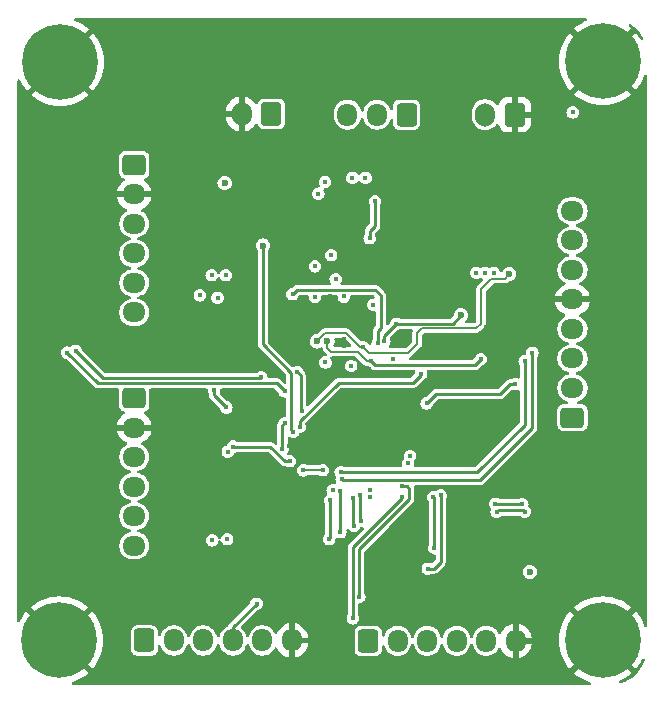
<source format=gbr>
%TF.GenerationSoftware,KiCad,Pcbnew,8.0.1*%
%TF.CreationDate,2024-10-23T08:32:37+02:00*%
%TF.ProjectId,StealthKitty.kicad_pro,53746561-6c74-4684-9b69-7474792e6b69,rev?*%
%TF.SameCoordinates,Original*%
%TF.FileFunction,Copper,L4,Bot*%
%TF.FilePolarity,Positive*%
%FSLAX46Y46*%
G04 Gerber Fmt 4.6, Leading zero omitted, Abs format (unit mm)*
G04 Created by KiCad (PCBNEW 8.0.1) date 2024-10-23 08:32:37*
%MOMM*%
%LPD*%
G01*
G04 APERTURE LIST*
G04 Aperture macros list*
%AMRoundRect*
0 Rectangle with rounded corners*
0 $1 Rounding radius*
0 $2 $3 $4 $5 $6 $7 $8 $9 X,Y pos of 4 corners*
0 Add a 4 corners polygon primitive as box body*
4,1,4,$2,$3,$4,$5,$6,$7,$8,$9,$2,$3,0*
0 Add four circle primitives for the rounded corners*
1,1,$1+$1,$2,$3*
1,1,$1+$1,$4,$5*
1,1,$1+$1,$6,$7*
1,1,$1+$1,$8,$9*
0 Add four rect primitives between the rounded corners*
20,1,$1+$1,$2,$3,$4,$5,0*
20,1,$1+$1,$4,$5,$6,$7,0*
20,1,$1+$1,$6,$7,$8,$9,0*
20,1,$1+$1,$8,$9,$2,$3,0*%
G04 Aperture macros list end*
%TA.AperFunction,ComponentPad*%
%ADD10RoundRect,0.250000X0.600000X0.725000X-0.600000X0.725000X-0.600000X-0.725000X0.600000X-0.725000X0*%
%TD*%
%TA.AperFunction,ComponentPad*%
%ADD11O,1.700000X1.950000*%
%TD*%
%TA.AperFunction,ComponentPad*%
%ADD12C,0.800000*%
%TD*%
%TA.AperFunction,ComponentPad*%
%ADD13C,6.400000*%
%TD*%
%TA.AperFunction,ComponentPad*%
%ADD14RoundRect,0.250000X0.600000X0.750000X-0.600000X0.750000X-0.600000X-0.750000X0.600000X-0.750000X0*%
%TD*%
%TA.AperFunction,ComponentPad*%
%ADD15O,1.700000X2.000000*%
%TD*%
%TA.AperFunction,ComponentPad*%
%ADD16RoundRect,0.250000X-0.600000X-0.725000X0.600000X-0.725000X0.600000X0.725000X-0.600000X0.725000X0*%
%TD*%
%TA.AperFunction,ComponentPad*%
%ADD17RoundRect,0.250000X0.725000X-0.600000X0.725000X0.600000X-0.725000X0.600000X-0.725000X-0.600000X0*%
%TD*%
%TA.AperFunction,ComponentPad*%
%ADD18O,1.950000X1.700000*%
%TD*%
%TA.AperFunction,ComponentPad*%
%ADD19RoundRect,0.250000X-0.725000X0.600000X-0.725000X-0.600000X0.725000X-0.600000X0.725000X0.600000X0*%
%TD*%
%TA.AperFunction,ViaPad*%
%ADD20C,0.600000*%
%TD*%
%TA.AperFunction,ViaPad*%
%ADD21C,0.450000*%
%TD*%
%TA.AperFunction,Conductor*%
%ADD22C,0.250000*%
%TD*%
%TA.AperFunction,Conductor*%
%ADD23C,0.200000*%
%TD*%
%TA.AperFunction,Conductor*%
%ADD24C,0.300000*%
%TD*%
G04 APERTURE END LIST*
D10*
%TO.P,SW501,1,A*%
%TO.N,Net-(Alim_charger501-Pin_2)*%
X156000000Y-75000000D03*
D11*
%TO.P,SW501,2,B*%
%TO.N,Net-(BT501-+)*%
X153500000Y-75000000D03*
%TO.P,SW501,3,C*%
%TO.N,+VBAT*%
X151000000Y-75000000D03*
%TD*%
D12*
%TO.P,H402,1,1*%
%TO.N,GND*%
X170212500Y-70500000D03*
X170915444Y-68802944D03*
X170915444Y-72197056D03*
X172612500Y-68100000D03*
D13*
X172612500Y-70500000D03*
D12*
X172612500Y-72900000D03*
X174309556Y-68802944D03*
X174309556Y-72197056D03*
X175012500Y-70500000D03*
%TD*%
D14*
%TO.P,Alim_charger501,1,Pin_1*%
%TO.N,GND*%
X165162500Y-75000000D03*
D15*
%TO.P,Alim_charger501,2,Pin_2*%
%TO.N,Net-(Alim_charger501-Pin_2)*%
X162662500Y-75000000D03*
%TD*%
D16*
%TO.P,J301,1,Pin_1*%
%TO.N,+5V*%
X152750000Y-119550000D03*
D11*
%TO.P,J301,2,Pin_2*%
%TO.N,SDA*%
X155250000Y-119550000D03*
%TO.P,J301,3,Pin_3*%
%TO.N,SCL*%
X157750000Y-119550000D03*
%TO.P,J301,4,Pin_4*%
%TO.N,INT_tof1*%
X160250000Y-119550000D03*
%TO.P,J301,5,Pin_5*%
%TO.N,xshunt1*%
X162750000Y-119550000D03*
%TO.P,J301,6,Pin_6*%
%TO.N,GND*%
X165250000Y-119550000D03*
%TD*%
D12*
%TO.P,H401,1,1*%
%TO.N,GND*%
X124262500Y-70550000D03*
X124965444Y-68852944D03*
X124965444Y-72247056D03*
X126662500Y-68150000D03*
D13*
X126662500Y-70550000D03*
D12*
X126662500Y-72950000D03*
X128359556Y-68852944D03*
X128359556Y-72247056D03*
X129062500Y-70550000D03*
%TD*%
D17*
%TO.P,J303,1,Pin_1*%
%TO.N,unconnected-(J303-Pin_1-Pad1)*%
X170050000Y-100650000D03*
D18*
%TO.P,J303,2,Pin_2*%
%TO.N,M_EN*%
X170050000Y-98150000D03*
%TO.P,J303,3,Pin_3*%
%TO.N,DEV_EN*%
X170050000Y-95650000D03*
%TO.P,J303,4,Pin_4*%
%TO.N,M_SCTR*%
X170050000Y-93150000D03*
%TO.P,J303,5,Pin_5*%
%TO.N,GND*%
X170050000Y-90650000D03*
%TO.P,J303,6,Pin_6*%
%TO.N,Rx_lidar*%
X170050000Y-88150000D03*
%TO.P,J303,7,Pin_7*%
%TO.N,Tx_Lidar*%
X170050000Y-85650000D03*
%TO.P,J303,8,Pin_8*%
%TO.N,+5V*%
X170050000Y-83150000D03*
%TD*%
D14*
%TO.P,BT501,1,+*%
%TO.N,Net-(BT501-+)*%
X144550000Y-74950000D03*
D15*
%TO.P,BT501,2,-*%
%TO.N,GND*%
X142050000Y-74950000D03*
%TD*%
D19*
%TO.P,J201,1,Pin_1*%
%TO.N,/motorisation Sheet/Motor1-*%
X132950000Y-79250000D03*
D18*
%TO.P,J201,2,Pin_2*%
%TO.N,GND*%
X132950000Y-81750000D03*
%TO.P,J201,3,Pin_3*%
%TO.N,Codeur1_PH2*%
X132950000Y-84250000D03*
%TO.P,J201,4,Pin_4*%
%TO.N,Codeur1_PH1*%
X132950000Y-86750000D03*
%TO.P,J201,5,Pin_5*%
%TO.N,+3.3V*%
X132950000Y-89250000D03*
%TO.P,J201,6,Pin_6*%
%TO.N,/motorisation Sheet/Motor1+*%
X132950000Y-91750000D03*
%TD*%
D12*
%TO.P,H404,1,1*%
%TO.N,GND*%
X124212500Y-119500000D03*
X124915444Y-117802944D03*
X124915444Y-121197056D03*
X126612500Y-117100000D03*
D13*
X126612500Y-119500000D03*
D12*
X126612500Y-121900000D03*
X128309556Y-117802944D03*
X128309556Y-121197056D03*
X129012500Y-119500000D03*
%TD*%
D19*
%TO.P,J202,1,Pin_1*%
%TO.N,/motorisation Sheet/Motor2-*%
X132950000Y-99000000D03*
D18*
%TO.P,J202,2,Pin_2*%
%TO.N,GND*%
X132950000Y-101500000D03*
%TO.P,J202,3,Pin_3*%
%TO.N,Codeur2_PH1*%
X132950000Y-104000000D03*
%TO.P,J202,4,Pin_4*%
%TO.N,Codeur2_PH2*%
X132950000Y-106500000D03*
%TO.P,J202,5,Pin_5*%
%TO.N,+3.3V*%
X132950000Y-109000000D03*
%TO.P,J202,6,Pin_6*%
%TO.N,/motorisation Sheet/Motor2+*%
X132950000Y-111500000D03*
%TD*%
D16*
%TO.P,J302,1,Pin_1*%
%TO.N,+5V*%
X133800000Y-119525000D03*
D11*
%TO.P,J302,2,Pin_2*%
%TO.N,SDA*%
X136300000Y-119525000D03*
%TO.P,J302,3,Pin_3*%
%TO.N,SCL*%
X138800000Y-119525000D03*
%TO.P,J302,4,Pin_4*%
%TO.N,INT_tof2*%
X141300000Y-119525000D03*
%TO.P,J302,5,Pin_5*%
%TO.N,xshunt2*%
X143800000Y-119525000D03*
%TO.P,J302,6,Pin_6*%
%TO.N,GND*%
X146300000Y-119525000D03*
%TD*%
D12*
%TO.P,H403,1,1*%
%TO.N,GND*%
X175012500Y-119500000D03*
X174309556Y-117802944D03*
X174309556Y-121197056D03*
X172612500Y-117100000D03*
D13*
X172612500Y-119500000D03*
D12*
X172612500Y-121900000D03*
X170915444Y-117802944D03*
X170915444Y-121197056D03*
X170212500Y-119500000D03*
%TD*%
D20*
%TO.N,+3.3V*%
X166430000Y-113720000D03*
D21*
%TO.N,GND*%
X142510000Y-90500000D03*
X139060000Y-91140000D03*
X140170000Y-91360000D03*
X162320000Y-93480000D03*
X162710000Y-93010000D03*
X161670000Y-89230000D03*
X139120000Y-99480000D03*
X135720000Y-98770000D03*
X157620000Y-117800000D03*
X156930000Y-118030000D03*
X165640000Y-109470000D03*
X167190000Y-111380000D03*
X164180000Y-107240000D03*
X159820000Y-107350000D03*
%TO.N,+3.3V*%
X151320000Y-96280000D03*
X149140000Y-95980000D03*
%TO.N,INT_tof1*%
X158250000Y-107400000D03*
X158350000Y-111700000D03*
%TO.N,+3.3V*%
X149750000Y-106800000D03*
X156300000Y-103900000D03*
X170069136Y-74814564D03*
X150000000Y-88920000D03*
X141310704Y-103104999D03*
X146100000Y-104350000D03*
X154825000Y-95700000D03*
X153200000Y-91100000D03*
X148250000Y-90450000D03*
X148250000Y-87850000D03*
X156130000Y-104530000D03*
X152900000Y-106750000D03*
X150700000Y-90400000D03*
X152900000Y-107400000D03*
%TO.N,+VBAT*%
X140700000Y-88600000D03*
X139551799Y-111044281D03*
X140865477Y-103560642D03*
X140000000Y-90500000D03*
X139500000Y-88600000D03*
X138500000Y-90300000D03*
D20*
X140600000Y-80800000D03*
D21*
X140809075Y-110951313D03*
X149625000Y-86910000D03*
%TO.N,+5V*%
X151425000Y-80360000D03*
X149100000Y-80700000D03*
X162650000Y-88400000D03*
X163400000Y-88400000D03*
X148530000Y-81700000D03*
X161900000Y-88400000D03*
X152525000Y-80360000D03*
%TO.N,PWM_MOT1_CH1*%
X147160000Y-100060000D03*
X146760000Y-96800000D03*
%TO.N,PWM_MOT1_CH2*%
X146400000Y-101862046D03*
D20*
X143850000Y-86090000D03*
D21*
%TO.N,PWM_MOT2_CH1*%
X145685000Y-101115000D03*
X145500000Y-103300000D03*
%TO.N,/brain Sheet/status_Purple*%
X128000000Y-95000000D03*
X143700000Y-97250000D03*
%TO.N,/brain Sheet/status_Orange*%
X145700000Y-98441224D03*
X127250000Y-95150000D03*
%TO.N,Rx_lidar*%
X150517156Y-105867156D03*
X166650000Y-95150000D03*
%TO.N,M_SCTR*%
X146970000Y-101443226D03*
X157236091Y-96936091D03*
%TO.N,M_EN*%
X165213909Y-97836091D03*
X157700000Y-99450000D03*
%TO.N,Tx_Lidar*%
X166000000Y-95900001D03*
X150428085Y-105257450D03*
%TO.N,Codeur1_PH1*%
X150400000Y-110350000D03*
X150400000Y-106900000D03*
%TO.N,Codeur1_PH2*%
X149550000Y-107668284D03*
X149450000Y-110950000D03*
%TO.N,Codeur2_PH2*%
X152150000Y-109400000D03*
X152063577Y-107169599D03*
%TO.N,Codeur2_PH1*%
X151550000Y-109800000D03*
X151477166Y-107450000D03*
%TO.N,/brain Sheet/SWCLK*%
X163525086Y-107940380D03*
X165800000Y-108000000D03*
%TO.N,/brain Sheet/SWDIO*%
X166020000Y-108610000D03*
X163625000Y-108618284D03*
%TO.N,SCL*%
X152000000Y-115850000D03*
X155615000Y-106450000D03*
%TO.N,SDA*%
X151450000Y-117650000D03*
X155636091Y-107386091D03*
%TO.N,INT_tof2*%
X158900000Y-107250000D03*
X143300000Y-116400000D03*
X157800000Y-113450000D03*
%TO.N,nCS*%
X153547345Y-94350689D03*
X146350000Y-90200000D03*
%TO.N,MOSI*%
X154128117Y-94200000D03*
D20*
X160600000Y-92000000D03*
D21*
X155150000Y-92700000D03*
D20*
%TO.N,INT1_adx*%
X148400000Y-94200000D03*
X164700000Y-88500000D03*
D21*
X152330000Y-94690000D03*
D20*
%TO.N,INT2_adx*%
X149300000Y-94200000D03*
D21*
X162300000Y-95700000D03*
X153010000Y-95860000D03*
%TO.N,GND*%
X145700000Y-80700000D03*
X141400000Y-85100000D03*
X140200000Y-106300000D03*
X153977688Y-99293226D03*
X175300000Y-110303479D03*
X162550000Y-102500000D03*
X162300000Y-103465352D03*
X139997469Y-86077010D03*
X137300000Y-90800000D03*
D20*
X154600000Y-115000000D03*
D21*
X141400000Y-86000000D03*
X158100000Y-101565352D03*
X138600000Y-85000000D03*
X156240000Y-82300000D03*
D20*
X167450000Y-94050000D03*
X167550000Y-91950000D03*
D21*
X136600000Y-90400000D03*
X141400000Y-84000000D03*
X138770169Y-108405175D03*
X159600000Y-99465352D03*
X149500000Y-90350000D03*
X151177688Y-99293226D03*
X157350000Y-101300000D03*
X152250000Y-88870000D03*
D20*
X166200000Y-115000000D03*
D21*
X161527367Y-90854679D03*
X141570169Y-106405175D03*
X132614564Y-68055864D03*
X154023955Y-89324557D03*
X158100000Y-91700000D03*
X153977688Y-102093226D03*
X141500000Y-90500000D03*
X156425000Y-86310000D03*
X137700000Y-80900000D03*
X138350000Y-99750000D03*
X136700000Y-107800000D03*
D20*
X136800000Y-85400000D03*
D21*
X150700000Y-94600000D03*
X162550000Y-103000000D03*
X154240000Y-89940000D03*
X162550000Y-102000000D03*
X152577688Y-102093226D03*
X138600000Y-84000000D03*
X145510000Y-94790000D03*
X150625000Y-83910000D03*
X150700000Y-94000000D03*
X141570169Y-108405175D03*
X138600000Y-86000000D03*
X147550000Y-81700000D03*
X151900000Y-90410000D03*
X140170169Y-108405175D03*
X154811159Y-94584802D03*
X146650000Y-87900000D03*
X138770169Y-107405175D03*
X151177688Y-102093226D03*
X162550000Y-101000000D03*
X141570169Y-107505175D03*
X146048289Y-103056316D03*
X136250000Y-101500000D03*
X160800000Y-99465352D03*
X160840972Y-104500000D03*
X175300000Y-109003479D03*
X162550000Y-101500000D03*
D20*
X141600000Y-113600000D03*
D21*
X152577688Y-100693226D03*
X137400000Y-82400000D03*
X138770169Y-106405175D03*
X157061091Y-106988909D03*
X153977688Y-100693226D03*
D20*
X138250000Y-113650000D03*
D21*
X137565477Y-104860642D03*
X134614564Y-68055864D03*
X151177688Y-100693226D03*
X149700000Y-105640000D03*
X136175000Y-103000000D03*
X175300000Y-106503479D03*
X158500000Y-104500000D03*
X176069136Y-75914564D03*
X140017931Y-83928566D03*
X147000000Y-106900000D03*
X152577688Y-99293226D03*
%TO.N,Net-(IC501-VCC)*%
X152875000Y-85465000D03*
X153335000Y-82345000D03*
%TO.N,/brain Sheet/status_LiDAR*%
X148900000Y-105100000D03*
X147268039Y-105119491D03*
%TO.N,Net-(R406-Pad2)*%
X139700000Y-98350000D03*
X140750000Y-99800000D03*
%TD*%
D22*
%TO.N,PWM_MOT1_CH1*%
X147050000Y-97090000D02*
X146760000Y-96800000D01*
X147050000Y-99950000D02*
X147050000Y-97090000D01*
X147160000Y-100060000D02*
X147050000Y-99950000D01*
D23*
%TO.N,INT2_adx*%
X149625000Y-95075000D02*
X149300000Y-94750000D01*
X151875000Y-95075000D02*
X149625000Y-95075000D01*
X152660000Y-95860000D02*
X151875000Y-95075000D01*
X153010000Y-95860000D02*
X152660000Y-95860000D01*
X149300000Y-94750000D02*
X149300000Y-94200000D01*
D22*
X153010000Y-95860000D02*
X153350000Y-96200000D01*
X153350000Y-96200000D02*
X161800000Y-96200000D01*
X161800000Y-96200000D02*
X162300000Y-95700000D01*
%TO.N,M_SCTR*%
X157236091Y-97013909D02*
X157236091Y-96936091D01*
X150255051Y-97700000D02*
X156550000Y-97700000D01*
X156550000Y-97700000D02*
X157236091Y-97013909D01*
X146970000Y-101443226D02*
X146970000Y-100985051D01*
X146970000Y-100985051D02*
X150255051Y-97700000D01*
%TO.N,/brain Sheet/SWDIO*%
X163723284Y-108520000D02*
X163625000Y-108618284D01*
X165930000Y-108520000D02*
X163723284Y-108520000D01*
X166020000Y-108610000D02*
X165930000Y-108520000D01*
%TO.N,nCS*%
X153800000Y-93070000D02*
X153800000Y-90400000D01*
X153547345Y-93322655D02*
X153800000Y-93070000D01*
X153547345Y-94350689D02*
X153547345Y-93322655D01*
D23*
%TO.N,INT1_adx*%
X149100000Y-93500000D02*
X148400000Y-94200000D01*
X152061752Y-94690000D02*
X150871752Y-93500000D01*
X152330000Y-94690000D02*
X152061752Y-94690000D01*
X162300000Y-89792893D02*
X163192893Y-88900000D01*
X162300000Y-92700000D02*
X162300000Y-89792893D01*
X161925000Y-93075000D02*
X162300000Y-92700000D01*
X164300000Y-88900000D02*
X164700000Y-88500000D01*
X157325000Y-93075000D02*
X161925000Y-93075000D01*
X156900000Y-94400000D02*
X156900000Y-93500000D01*
X163192893Y-88900000D02*
X164300000Y-88900000D01*
X156150000Y-95150000D02*
X156900000Y-94400000D01*
X152790000Y-95150000D02*
X156150000Y-95150000D01*
X152330000Y-94690000D02*
X152790000Y-95150000D01*
X156900000Y-93500000D02*
X157325000Y-93075000D01*
X150871752Y-93500000D02*
X149100000Y-93500000D01*
D22*
%TO.N,Tx_Lidar*%
X166000000Y-101280000D02*
X166000000Y-95900001D01*
X161980000Y-105300000D02*
X166000000Y-101280000D01*
X150428085Y-105257450D02*
X150470635Y-105300000D01*
X150470635Y-105300000D02*
X161980000Y-105300000D01*
%TO.N,Rx_lidar*%
X162210000Y-105950000D02*
X166650000Y-101510000D01*
X166650000Y-101510000D02*
X166650000Y-95150000D01*
X150600000Y-105950000D02*
X162210000Y-105950000D01*
X150517156Y-105867156D02*
X150600000Y-105950000D01*
%TO.N,Net-(IC501-VCC)*%
X152875000Y-84860000D02*
X152875000Y-85465000D01*
X153335000Y-84400000D02*
X152875000Y-84860000D01*
X153335000Y-82345000D02*
X153335000Y-84400000D01*
D24*
%TO.N,INT_tof1*%
X158250000Y-107400000D02*
X158350000Y-107500000D01*
D22*
X158350000Y-107500000D02*
X158350000Y-111700000D01*
%TO.N,+3.3V*%
X144454999Y-103104999D02*
X141310704Y-103104999D01*
X146100000Y-104350000D02*
X145700000Y-104350000D01*
X145700000Y-104350000D02*
X144454999Y-103104999D01*
%TO.N,PWM_MOT1_CH2*%
X143850000Y-94450000D02*
X146250000Y-96850000D01*
X143850000Y-86090000D02*
X143850000Y-94450000D01*
X146250000Y-101712046D02*
X146400000Y-101862046D01*
X146250000Y-96850000D02*
X146250000Y-101712046D01*
%TO.N,PWM_MOT2_CH1*%
X145500000Y-101300000D02*
X145500000Y-103300000D01*
X145685000Y-101115000D02*
X145500000Y-101300000D01*
X145500000Y-103300000D02*
X145500000Y-103100000D01*
%TO.N,/brain Sheet/status_Purple*%
X130300000Y-97300000D02*
X128000000Y-95000000D01*
X143650000Y-97300000D02*
X130300000Y-97300000D01*
X143700000Y-97250000D02*
X143650000Y-97300000D01*
%TO.N,/brain Sheet/status_Orange*%
X145000000Y-97750000D02*
X145691224Y-98441224D01*
X127250000Y-95150000D02*
X129850000Y-97750000D01*
X145691224Y-98441224D02*
X145700000Y-98441224D01*
X129850000Y-97750000D02*
X145000000Y-97750000D01*
%TO.N,M_EN*%
X163950000Y-98650000D02*
X164763909Y-97836091D01*
X157700000Y-99450000D02*
X158500000Y-98650000D01*
X158500000Y-98650000D02*
X163950000Y-98650000D01*
X164763909Y-97836091D02*
X165213909Y-97836091D01*
%TO.N,Codeur1_PH1*%
X150400000Y-110350000D02*
X150400000Y-106900000D01*
%TO.N,Codeur1_PH2*%
X149450000Y-110950000D02*
X149550000Y-110850000D01*
X149550000Y-110850000D02*
X149550000Y-107668284D01*
%TO.N,Codeur2_PH2*%
X152063577Y-109313577D02*
X152063577Y-107169599D01*
X152150000Y-109400000D02*
X152063577Y-109313577D01*
%TO.N,Codeur2_PH1*%
X151550000Y-109800000D02*
X151477166Y-109727166D01*
X151477166Y-109727166D02*
X151477166Y-107450000D01*
%TO.N,/brain Sheet/SWCLK*%
X163584706Y-108000000D02*
X165800000Y-108000000D01*
X163525086Y-107940380D02*
X163584706Y-108000000D01*
%TO.N,SCL*%
X156250000Y-106700000D02*
X156250000Y-107550000D01*
X156250000Y-107550000D02*
X152000000Y-111800000D01*
X155615000Y-106450000D02*
X156000000Y-106450000D01*
X152000000Y-111800000D02*
X152000000Y-115850000D01*
X156000000Y-106450000D02*
X156250000Y-106700000D01*
%TO.N,SDA*%
X155636091Y-107386091D02*
X155636091Y-107463909D01*
X151450000Y-111650000D02*
X151450000Y-117650000D01*
X155636091Y-107463909D02*
X151450000Y-111650000D01*
%TO.N,INT_tof2*%
X158900000Y-112850000D02*
X158900000Y-107250000D01*
X158300000Y-113450000D02*
X158900000Y-112850000D01*
X143300000Y-116400000D02*
X141300000Y-118400000D01*
X141300000Y-118400000D02*
X141300000Y-119525000D01*
X157800000Y-113450000D02*
X158300000Y-113450000D01*
%TO.N,nCS*%
X146700000Y-89850000D02*
X153350000Y-89850000D01*
D23*
X153800000Y-90400000D02*
X153800000Y-90300000D01*
D22*
X146350000Y-90200000D02*
X146700000Y-89850000D01*
X153350000Y-89850000D02*
X153800000Y-90300000D01*
%TO.N,MOSI*%
X155150000Y-92700000D02*
X159900000Y-92700000D01*
X154128117Y-93721883D02*
X154128117Y-94200000D01*
X155150000Y-92700000D02*
X154128117Y-93721883D01*
X159900000Y-92700000D02*
X160600000Y-92000000D01*
D23*
%TO.N,/brain Sheet/status_LiDAR*%
X148900000Y-105100000D02*
X147287530Y-105100000D01*
X147287530Y-105100000D02*
X147268039Y-105119491D01*
D22*
%TO.N,Net-(R406-Pad2)*%
X139700000Y-98750000D02*
X140750000Y-99800000D01*
X139700000Y-98350000D02*
X139700000Y-98750000D01*
%TD*%
%TA.AperFunction,Conductor*%
%TO.N,GND*%
G36*
X156506024Y-93145185D02*
G01*
X156551779Y-93197989D01*
X156561723Y-93267147D01*
X156546372Y-93311500D01*
X156526792Y-93345412D01*
X156526793Y-93345413D01*
X156499500Y-93447273D01*
X156499500Y-94182745D01*
X156479815Y-94249784D01*
X156463181Y-94270426D01*
X156020426Y-94713181D01*
X155959103Y-94746666D01*
X155932745Y-94749500D01*
X154620297Y-94749500D01*
X154553258Y-94729815D01*
X154507503Y-94677011D01*
X154497559Y-94607853D01*
X154521921Y-94550013D01*
X154587141Y-94465018D01*
X154640091Y-94337183D01*
X154658152Y-94200000D01*
X154640091Y-94062817D01*
X154598233Y-93961763D01*
X154590765Y-93892296D01*
X154622040Y-93829817D01*
X154625086Y-93826660D01*
X155202823Y-93248923D01*
X155264144Y-93215440D01*
X155274289Y-93213671D01*
X155287183Y-93211974D01*
X155415018Y-93159024D01*
X155425315Y-93151123D01*
X155490484Y-93125930D01*
X155500800Y-93125500D01*
X156438985Y-93125500D01*
X156506024Y-93145185D01*
G37*
%TD.AperFunction*%
%TA.AperFunction,Conductor*%
G36*
X150721536Y-93920185D02*
G01*
X150742178Y-93936819D01*
X151268178Y-94462819D01*
X151301663Y-94524142D01*
X151296679Y-94593834D01*
X151254807Y-94649767D01*
X151189343Y-94674184D01*
X151180497Y-94674500D01*
X149939012Y-94674500D01*
X149871973Y-94654815D01*
X149826218Y-94602011D01*
X149816274Y-94532853D01*
X149824451Y-94503048D01*
X149880899Y-94366768D01*
X149885044Y-94356762D01*
X149903904Y-94213506D01*
X149905682Y-94200001D01*
X149905682Y-94199998D01*
X149884708Y-94040685D01*
X149895474Y-93971650D01*
X149941854Y-93919394D01*
X150007647Y-93900500D01*
X150654497Y-93900500D01*
X150721536Y-93920185D01*
G37*
%TD.AperFunction*%
%TA.AperFunction,Conductor*%
G36*
X171227080Y-66857173D02*
G01*
X171272835Y-66909977D01*
X171282779Y-66979135D01*
X171253754Y-67042691D01*
X171204479Y-67077252D01*
X171105505Y-67115244D01*
X170759956Y-67291310D01*
X170434706Y-67502531D01*
X170177148Y-67711095D01*
X170177148Y-67711096D01*
X171671801Y-69205748D01*
X171570170Y-69279588D01*
X171392088Y-69457670D01*
X171318248Y-69559300D01*
X169823596Y-68064648D01*
X169823595Y-68064648D01*
X169615031Y-68322206D01*
X169403810Y-68647456D01*
X169227744Y-68993005D01*
X169088762Y-69355063D01*
X168988387Y-69729669D01*
X168988386Y-69729676D01*
X168927719Y-70112712D01*
X168907422Y-70499999D01*
X168907422Y-70500000D01*
X168927719Y-70887287D01*
X168988386Y-71270323D01*
X168988387Y-71270330D01*
X169088762Y-71644936D01*
X169227744Y-72006994D01*
X169403810Y-72352543D01*
X169615031Y-72677793D01*
X169823595Y-72935350D01*
X169823596Y-72935350D01*
X171318248Y-71440698D01*
X171392088Y-71542330D01*
X171570170Y-71720412D01*
X171671800Y-71794251D01*
X170177148Y-73288903D01*
X170177149Y-73288904D01*
X170434706Y-73497468D01*
X170759956Y-73708689D01*
X171105505Y-73884755D01*
X171467563Y-74023737D01*
X171842169Y-74124112D01*
X171842176Y-74124113D01*
X172225212Y-74184780D01*
X172612499Y-74205078D01*
X172612501Y-74205078D01*
X172999787Y-74184780D01*
X173382823Y-74124113D01*
X173382830Y-74124112D01*
X173757436Y-74023737D01*
X174119494Y-73884755D01*
X174465043Y-73708689D01*
X174790283Y-73497476D01*
X174790285Y-73497475D01*
X175047849Y-73288902D01*
X173553198Y-71794251D01*
X173654830Y-71720412D01*
X173832912Y-71542330D01*
X173906751Y-71440698D01*
X175401402Y-72935349D01*
X175609975Y-72677785D01*
X175609976Y-72677783D01*
X175821189Y-72352543D01*
X175997255Y-72006994D01*
X176122236Y-71681411D01*
X176164638Y-71625879D01*
X176230332Y-71602086D01*
X176298461Y-71617588D01*
X176347393Y-71667461D01*
X176362000Y-71725849D01*
X176362000Y-118274150D01*
X176342315Y-118341189D01*
X176289511Y-118386944D01*
X176220353Y-118396888D01*
X176156797Y-118367863D01*
X176122236Y-118318588D01*
X175997255Y-117993005D01*
X175821189Y-117647456D01*
X175609968Y-117322206D01*
X175401404Y-117064649D01*
X175401403Y-117064648D01*
X173906751Y-118559300D01*
X173832912Y-118457670D01*
X173654830Y-118279588D01*
X173553198Y-118205748D01*
X175047850Y-116711096D01*
X175047850Y-116711095D01*
X174790293Y-116502531D01*
X174465043Y-116291310D01*
X174119494Y-116115244D01*
X173757436Y-115976262D01*
X173382830Y-115875887D01*
X173382823Y-115875886D01*
X172999787Y-115815219D01*
X172612501Y-115794922D01*
X172612499Y-115794922D01*
X172225212Y-115815219D01*
X171842176Y-115875886D01*
X171842169Y-115875887D01*
X171467563Y-115976262D01*
X171105505Y-116115244D01*
X170759956Y-116291310D01*
X170434706Y-116502531D01*
X170177148Y-116711095D01*
X170177148Y-116711096D01*
X171671801Y-118205748D01*
X171570170Y-118279588D01*
X171392088Y-118457670D01*
X171318248Y-118559300D01*
X169823596Y-117064648D01*
X169823595Y-117064648D01*
X169615031Y-117322206D01*
X169403810Y-117647456D01*
X169227744Y-117993005D01*
X169088762Y-118355063D01*
X168988387Y-118729669D01*
X168988386Y-118729676D01*
X168927719Y-119112712D01*
X168907422Y-119499999D01*
X168907422Y-119500000D01*
X168927719Y-119887287D01*
X168988386Y-120270323D01*
X168988387Y-120270330D01*
X169088762Y-120644936D01*
X169227744Y-121006994D01*
X169403810Y-121352543D01*
X169615031Y-121677793D01*
X169823595Y-121935350D01*
X169823596Y-121935350D01*
X171318248Y-120440698D01*
X171392088Y-120542330D01*
X171570170Y-120720412D01*
X171671800Y-120794251D01*
X170177148Y-122288903D01*
X170177149Y-122288904D01*
X170434706Y-122497468D01*
X170759956Y-122708689D01*
X171105505Y-122884755D01*
X171467562Y-123023737D01*
X171500633Y-123032598D01*
X171560293Y-123068962D01*
X171590823Y-123131809D01*
X171582529Y-123201185D01*
X171538044Y-123255063D01*
X171471492Y-123276338D01*
X171468524Y-123276373D01*
X127777858Y-123270635D01*
X127710821Y-123250942D01*
X127665073Y-123198132D01*
X127655138Y-123128972D01*
X127684172Y-123065420D01*
X127742955Y-123027653D01*
X127745784Y-123026859D01*
X127757439Y-123023736D01*
X128119494Y-122884755D01*
X128465043Y-122708689D01*
X128790283Y-122497476D01*
X128790285Y-122497475D01*
X129047849Y-122288902D01*
X127553198Y-120794251D01*
X127654830Y-120720412D01*
X127832912Y-120542330D01*
X127906751Y-120440698D01*
X129401402Y-121935349D01*
X129609975Y-121677785D01*
X129609976Y-121677783D01*
X129821189Y-121352543D01*
X129997255Y-121006994D01*
X130136237Y-120644936D01*
X130230510Y-120293102D01*
X132649500Y-120293102D01*
X132652502Y-120318102D01*
X132660122Y-120381561D01*
X132660122Y-120381563D01*
X132660123Y-120381564D01*
X132669981Y-120406561D01*
X132715639Y-120522343D01*
X132807077Y-120642922D01*
X132927656Y-120734360D01*
X132927657Y-120734360D01*
X132927658Y-120734361D01*
X133068436Y-120789877D01*
X133156898Y-120800500D01*
X133156903Y-120800500D01*
X134443097Y-120800500D01*
X134443102Y-120800500D01*
X134531564Y-120789877D01*
X134672342Y-120734361D01*
X134792922Y-120642922D01*
X134884361Y-120522342D01*
X134939877Y-120381564D01*
X134950500Y-120293102D01*
X134950500Y-120002669D01*
X134970185Y-119935630D01*
X135022989Y-119889875D01*
X135092147Y-119879931D01*
X135155703Y-119908956D01*
X135192431Y-119964351D01*
X135233787Y-120091636D01*
X135233788Y-120091639D01*
X135316006Y-120252997D01*
X135422441Y-120399494D01*
X135422445Y-120399499D01*
X135550500Y-120527554D01*
X135550505Y-120527558D01*
X135678287Y-120620396D01*
X135697006Y-120633996D01*
X135786750Y-120679723D01*
X135858360Y-120716211D01*
X135858363Y-120716212D01*
X135935304Y-120741211D01*
X136030591Y-120772171D01*
X136113429Y-120785291D01*
X136209449Y-120800500D01*
X136209454Y-120800500D01*
X136390551Y-120800500D01*
X136477259Y-120786765D01*
X136569409Y-120772171D01*
X136741639Y-120716211D01*
X136902994Y-120633996D01*
X137049501Y-120527553D01*
X137177553Y-120399501D01*
X137283996Y-120252994D01*
X137366211Y-120091639D01*
X137422171Y-119919409D01*
X137427527Y-119885594D01*
X137457456Y-119822459D01*
X137516768Y-119785528D01*
X137586630Y-119786526D01*
X137644863Y-119825136D01*
X137672473Y-119885594D01*
X137677829Y-119919410D01*
X137733787Y-120091636D01*
X137733788Y-120091639D01*
X137816006Y-120252997D01*
X137922441Y-120399494D01*
X137922445Y-120399499D01*
X138050500Y-120527554D01*
X138050505Y-120527558D01*
X138178287Y-120620396D01*
X138197006Y-120633996D01*
X138286750Y-120679723D01*
X138358360Y-120716211D01*
X138358363Y-120716212D01*
X138435304Y-120741211D01*
X138530591Y-120772171D01*
X138613429Y-120785291D01*
X138709449Y-120800500D01*
X138709454Y-120800500D01*
X138890551Y-120800500D01*
X138977259Y-120786765D01*
X139069409Y-120772171D01*
X139241639Y-120716211D01*
X139402994Y-120633996D01*
X139549501Y-120527553D01*
X139677553Y-120399501D01*
X139783996Y-120252994D01*
X139866211Y-120091639D01*
X139922171Y-119919409D01*
X139927527Y-119885594D01*
X139957456Y-119822459D01*
X140016768Y-119785528D01*
X140086630Y-119786526D01*
X140144863Y-119825136D01*
X140172473Y-119885594D01*
X140177829Y-119919410D01*
X140233787Y-120091636D01*
X140233788Y-120091639D01*
X140316006Y-120252997D01*
X140422441Y-120399494D01*
X140422445Y-120399499D01*
X140550500Y-120527554D01*
X140550505Y-120527558D01*
X140678287Y-120620396D01*
X140697006Y-120633996D01*
X140786750Y-120679723D01*
X140858360Y-120716211D01*
X140858363Y-120716212D01*
X140935304Y-120741211D01*
X141030591Y-120772171D01*
X141113429Y-120785291D01*
X141209449Y-120800500D01*
X141209454Y-120800500D01*
X141390551Y-120800500D01*
X141477259Y-120786765D01*
X141569409Y-120772171D01*
X141741639Y-120716211D01*
X141902994Y-120633996D01*
X142049501Y-120527553D01*
X142177553Y-120399501D01*
X142283996Y-120252994D01*
X142366211Y-120091639D01*
X142422171Y-119919409D01*
X142427527Y-119885594D01*
X142457456Y-119822459D01*
X142516768Y-119785528D01*
X142586630Y-119786526D01*
X142644863Y-119825136D01*
X142672473Y-119885594D01*
X142677829Y-119919410D01*
X142733787Y-120091636D01*
X142733788Y-120091639D01*
X142816006Y-120252997D01*
X142922441Y-120399494D01*
X142922445Y-120399499D01*
X143050500Y-120527554D01*
X143050505Y-120527558D01*
X143178287Y-120620396D01*
X143197006Y-120633996D01*
X143286750Y-120679723D01*
X143358360Y-120716211D01*
X143358363Y-120716212D01*
X143435304Y-120741211D01*
X143530591Y-120772171D01*
X143613429Y-120785291D01*
X143709449Y-120800500D01*
X143709454Y-120800500D01*
X143890551Y-120800500D01*
X143977259Y-120786765D01*
X144069409Y-120772171D01*
X144241639Y-120716211D01*
X144402994Y-120633996D01*
X144549501Y-120527553D01*
X144677553Y-120399501D01*
X144783996Y-120252994D01*
X144827563Y-120167488D01*
X144875537Y-120116692D01*
X144943358Y-120099897D01*
X145009493Y-120122434D01*
X145048533Y-120167488D01*
X145145379Y-120357557D01*
X145270272Y-120529459D01*
X145270276Y-120529464D01*
X145420535Y-120679723D01*
X145420540Y-120679727D01*
X145592442Y-120804620D01*
X145781782Y-120901095D01*
X145983871Y-120966757D01*
X146050000Y-120977231D01*
X146050000Y-119929145D01*
X146116657Y-119967630D01*
X146237465Y-120000000D01*
X146362535Y-120000000D01*
X146483343Y-119967630D01*
X146550000Y-119929145D01*
X146550000Y-120977230D01*
X146616126Y-120966757D01*
X146616129Y-120966757D01*
X146818217Y-120901095D01*
X147007557Y-120804620D01*
X147179459Y-120679727D01*
X147179464Y-120679723D01*
X147329723Y-120529464D01*
X147329727Y-120529459D01*
X147454620Y-120357557D01*
X147474724Y-120318102D01*
X151599500Y-120318102D01*
X151604238Y-120357557D01*
X151610122Y-120406561D01*
X151610122Y-120406563D01*
X151610123Y-120406564D01*
X151627722Y-120451192D01*
X151665639Y-120547343D01*
X151757077Y-120667922D01*
X151877656Y-120759360D01*
X151877657Y-120759360D01*
X151877658Y-120759361D01*
X152018436Y-120814877D01*
X152106898Y-120825500D01*
X152106903Y-120825500D01*
X153393097Y-120825500D01*
X153393102Y-120825500D01*
X153481564Y-120814877D01*
X153622342Y-120759361D01*
X153742922Y-120667922D01*
X153834361Y-120547342D01*
X153889877Y-120406564D01*
X153900500Y-120318102D01*
X153900500Y-120027669D01*
X153920185Y-119960630D01*
X153972989Y-119914875D01*
X154042147Y-119904931D01*
X154105703Y-119933956D01*
X154142431Y-119989351D01*
X154183787Y-120116636D01*
X154183788Y-120116639D01*
X154236297Y-120219692D01*
X154262095Y-120270323D01*
X154266006Y-120277997D01*
X154372441Y-120424494D01*
X154372445Y-120424499D01*
X154500500Y-120552554D01*
X154500505Y-120552558D01*
X154506691Y-120557052D01*
X154647006Y-120658996D01*
X154736750Y-120704723D01*
X154808360Y-120741211D01*
X154808363Y-120741212D01*
X154894476Y-120769191D01*
X154980591Y-120797171D01*
X155063429Y-120810291D01*
X155159449Y-120825500D01*
X155159454Y-120825500D01*
X155340551Y-120825500D01*
X155427259Y-120811765D01*
X155519409Y-120797171D01*
X155691639Y-120741211D01*
X155852994Y-120658996D01*
X155999501Y-120552553D01*
X156127553Y-120424501D01*
X156233996Y-120277994D01*
X156316211Y-120116639D01*
X156372171Y-119944409D01*
X156377527Y-119910594D01*
X156407456Y-119847459D01*
X156466768Y-119810528D01*
X156536630Y-119811526D01*
X156594863Y-119850136D01*
X156622473Y-119910594D01*
X156627829Y-119944410D01*
X156683787Y-120116636D01*
X156683788Y-120116639D01*
X156736297Y-120219692D01*
X156762095Y-120270323D01*
X156766006Y-120277997D01*
X156872441Y-120424494D01*
X156872445Y-120424499D01*
X157000500Y-120552554D01*
X157000505Y-120552558D01*
X157006691Y-120557052D01*
X157147006Y-120658996D01*
X157236750Y-120704723D01*
X157308360Y-120741211D01*
X157308363Y-120741212D01*
X157394476Y-120769191D01*
X157480591Y-120797171D01*
X157563429Y-120810291D01*
X157659449Y-120825500D01*
X157659454Y-120825500D01*
X157840551Y-120825500D01*
X157927259Y-120811765D01*
X158019409Y-120797171D01*
X158191639Y-120741211D01*
X158352994Y-120658996D01*
X158499501Y-120552553D01*
X158627553Y-120424501D01*
X158733996Y-120277994D01*
X158816211Y-120116639D01*
X158872171Y-119944409D01*
X158877527Y-119910594D01*
X158907456Y-119847459D01*
X158966768Y-119810528D01*
X159036630Y-119811526D01*
X159094863Y-119850136D01*
X159122473Y-119910594D01*
X159127829Y-119944410D01*
X159183787Y-120116636D01*
X159183788Y-120116639D01*
X159236297Y-120219692D01*
X159262095Y-120270323D01*
X159266006Y-120277997D01*
X159372441Y-120424494D01*
X159372445Y-120424499D01*
X159500500Y-120552554D01*
X159500505Y-120552558D01*
X159506691Y-120557052D01*
X159647006Y-120658996D01*
X159736750Y-120704723D01*
X159808360Y-120741211D01*
X159808363Y-120741212D01*
X159894476Y-120769191D01*
X159980591Y-120797171D01*
X160063429Y-120810291D01*
X160159449Y-120825500D01*
X160159454Y-120825500D01*
X160340551Y-120825500D01*
X160427259Y-120811765D01*
X160519409Y-120797171D01*
X160691639Y-120741211D01*
X160852994Y-120658996D01*
X160999501Y-120552553D01*
X161127553Y-120424501D01*
X161233996Y-120277994D01*
X161316211Y-120116639D01*
X161372171Y-119944409D01*
X161377527Y-119910594D01*
X161407456Y-119847459D01*
X161466768Y-119810528D01*
X161536630Y-119811526D01*
X161594863Y-119850136D01*
X161622473Y-119910594D01*
X161627829Y-119944410D01*
X161683787Y-120116636D01*
X161683788Y-120116639D01*
X161736297Y-120219692D01*
X161762095Y-120270323D01*
X161766006Y-120277997D01*
X161872441Y-120424494D01*
X161872445Y-120424499D01*
X162000500Y-120552554D01*
X162000505Y-120552558D01*
X162006691Y-120557052D01*
X162147006Y-120658996D01*
X162236750Y-120704723D01*
X162308360Y-120741211D01*
X162308363Y-120741212D01*
X162394476Y-120769191D01*
X162480591Y-120797171D01*
X162563429Y-120810291D01*
X162659449Y-120825500D01*
X162659454Y-120825500D01*
X162840551Y-120825500D01*
X162927259Y-120811765D01*
X163019409Y-120797171D01*
X163191639Y-120741211D01*
X163352994Y-120658996D01*
X163499501Y-120552553D01*
X163627553Y-120424501D01*
X163733996Y-120277994D01*
X163777563Y-120192488D01*
X163825537Y-120141692D01*
X163893358Y-120124897D01*
X163959493Y-120147434D01*
X163998533Y-120192488D01*
X164095379Y-120382557D01*
X164220272Y-120554459D01*
X164220276Y-120554464D01*
X164370535Y-120704723D01*
X164370540Y-120704727D01*
X164542442Y-120829620D01*
X164731782Y-120926095D01*
X164933871Y-120991757D01*
X165000000Y-121002231D01*
X165000000Y-119954145D01*
X165066657Y-119992630D01*
X165187465Y-120025000D01*
X165312535Y-120025000D01*
X165433343Y-119992630D01*
X165500000Y-119954145D01*
X165500000Y-121002230D01*
X165566126Y-120991757D01*
X165566129Y-120991757D01*
X165768217Y-120926095D01*
X165957557Y-120829620D01*
X166129459Y-120704727D01*
X166129464Y-120704723D01*
X166279723Y-120554464D01*
X166279727Y-120554459D01*
X166404620Y-120382557D01*
X166501095Y-120193217D01*
X166566757Y-119991130D01*
X166566757Y-119991127D01*
X166597030Y-119800000D01*
X165654146Y-119800000D01*
X165692630Y-119733343D01*
X165725000Y-119612535D01*
X165725000Y-119487465D01*
X165692630Y-119366657D01*
X165654146Y-119300000D01*
X166597030Y-119300000D01*
X166566757Y-119108872D01*
X166566757Y-119108869D01*
X166501095Y-118906782D01*
X166404620Y-118717442D01*
X166279727Y-118545540D01*
X166279723Y-118545535D01*
X166129464Y-118395276D01*
X166129459Y-118395272D01*
X165957557Y-118270379D01*
X165768215Y-118173903D01*
X165566124Y-118108241D01*
X165500000Y-118097768D01*
X165500000Y-119145854D01*
X165433343Y-119107370D01*
X165312535Y-119075000D01*
X165187465Y-119075000D01*
X165066657Y-119107370D01*
X165000000Y-119145854D01*
X165000000Y-118097768D01*
X164999999Y-118097768D01*
X164933875Y-118108241D01*
X164731784Y-118173903D01*
X164542442Y-118270379D01*
X164370540Y-118395272D01*
X164370535Y-118395276D01*
X164220276Y-118545535D01*
X164220272Y-118545540D01*
X164095379Y-118717442D01*
X163998533Y-118907511D01*
X163950558Y-118958307D01*
X163882737Y-118975102D01*
X163816602Y-118952564D01*
X163777563Y-118907511D01*
X163764825Y-118882511D01*
X163733996Y-118822006D01*
X163666910Y-118729669D01*
X163627558Y-118675505D01*
X163627554Y-118675500D01*
X163499499Y-118547445D01*
X163499494Y-118547441D01*
X163352997Y-118441006D01*
X163352996Y-118441005D01*
X163352994Y-118441004D01*
X163286409Y-118407077D01*
X163191639Y-118358788D01*
X163191636Y-118358787D01*
X163019410Y-118302829D01*
X162840551Y-118274500D01*
X162840546Y-118274500D01*
X162659454Y-118274500D01*
X162659449Y-118274500D01*
X162480589Y-118302829D01*
X162308363Y-118358787D01*
X162308360Y-118358788D01*
X162147002Y-118441006D01*
X162000505Y-118547441D01*
X162000500Y-118547445D01*
X161872445Y-118675500D01*
X161872441Y-118675505D01*
X161766006Y-118822002D01*
X161683788Y-118983360D01*
X161683787Y-118983363D01*
X161627829Y-119155589D01*
X161622473Y-119189406D01*
X161592543Y-119252540D01*
X161533232Y-119289471D01*
X161463369Y-119288473D01*
X161405137Y-119249863D01*
X161377527Y-119189406D01*
X161374438Y-119169905D01*
X161372171Y-119155591D01*
X161337863Y-119050000D01*
X161316212Y-118983363D01*
X161316211Y-118983360D01*
X161264825Y-118882511D01*
X161233996Y-118822006D01*
X161166910Y-118729669D01*
X161127558Y-118675505D01*
X161127554Y-118675500D01*
X160999499Y-118547445D01*
X160999494Y-118547441D01*
X160852997Y-118441006D01*
X160852996Y-118441005D01*
X160852994Y-118441004D01*
X160786409Y-118407077D01*
X160691639Y-118358788D01*
X160691636Y-118358787D01*
X160519410Y-118302829D01*
X160340551Y-118274500D01*
X160340546Y-118274500D01*
X160159454Y-118274500D01*
X160159449Y-118274500D01*
X159980589Y-118302829D01*
X159808363Y-118358787D01*
X159808360Y-118358788D01*
X159647002Y-118441006D01*
X159500505Y-118547441D01*
X159500500Y-118547445D01*
X159372445Y-118675500D01*
X159372441Y-118675505D01*
X159266006Y-118822002D01*
X159183788Y-118983360D01*
X159183787Y-118983363D01*
X159127829Y-119155589D01*
X159122473Y-119189406D01*
X159092543Y-119252540D01*
X159033232Y-119289471D01*
X158963369Y-119288473D01*
X158905137Y-119249863D01*
X158877527Y-119189406D01*
X158874438Y-119169905D01*
X158872171Y-119155591D01*
X158837863Y-119050000D01*
X158816212Y-118983363D01*
X158816211Y-118983360D01*
X158764825Y-118882511D01*
X158733996Y-118822006D01*
X158666910Y-118729669D01*
X158627558Y-118675505D01*
X158627554Y-118675500D01*
X158499499Y-118547445D01*
X158499494Y-118547441D01*
X158352997Y-118441006D01*
X158352996Y-118441005D01*
X158352994Y-118441004D01*
X158286409Y-118407077D01*
X158191639Y-118358788D01*
X158191636Y-118358787D01*
X158019410Y-118302829D01*
X157840551Y-118274500D01*
X157840546Y-118274500D01*
X157659454Y-118274500D01*
X157659449Y-118274500D01*
X157480589Y-118302829D01*
X157308363Y-118358787D01*
X157308360Y-118358788D01*
X157147002Y-118441006D01*
X157000505Y-118547441D01*
X157000500Y-118547445D01*
X156872445Y-118675500D01*
X156872441Y-118675505D01*
X156766006Y-118822002D01*
X156683788Y-118983360D01*
X156683787Y-118983363D01*
X156627829Y-119155589D01*
X156622473Y-119189406D01*
X156592543Y-119252540D01*
X156533232Y-119289471D01*
X156463369Y-119288473D01*
X156405137Y-119249863D01*
X156377527Y-119189406D01*
X156374438Y-119169905D01*
X156372171Y-119155591D01*
X156337863Y-119050000D01*
X156316212Y-118983363D01*
X156316211Y-118983360D01*
X156264825Y-118882511D01*
X156233996Y-118822006D01*
X156166910Y-118729669D01*
X156127558Y-118675505D01*
X156127554Y-118675500D01*
X155999499Y-118547445D01*
X155999494Y-118547441D01*
X155852997Y-118441006D01*
X155852996Y-118441005D01*
X155852994Y-118441004D01*
X155786409Y-118407077D01*
X155691639Y-118358788D01*
X155691636Y-118358787D01*
X155519410Y-118302829D01*
X155340551Y-118274500D01*
X155340546Y-118274500D01*
X155159454Y-118274500D01*
X155159449Y-118274500D01*
X154980589Y-118302829D01*
X154808363Y-118358787D01*
X154808360Y-118358788D01*
X154647002Y-118441006D01*
X154500505Y-118547441D01*
X154500500Y-118547445D01*
X154372445Y-118675500D01*
X154372441Y-118675505D01*
X154266006Y-118822002D01*
X154183788Y-118983360D01*
X154183787Y-118983363D01*
X154142431Y-119110648D01*
X154102994Y-119168323D01*
X154038635Y-119195522D01*
X153969789Y-119183608D01*
X153918313Y-119136364D01*
X153900500Y-119072330D01*
X153900500Y-118781903D01*
X153900500Y-118781898D01*
X153889877Y-118693436D01*
X153834361Y-118552658D01*
X153834360Y-118552657D01*
X153834360Y-118552656D01*
X153742922Y-118432077D01*
X153622343Y-118340639D01*
X153481561Y-118285122D01*
X153435472Y-118279588D01*
X153393102Y-118274500D01*
X152106898Y-118274500D01*
X152067853Y-118279188D01*
X152018438Y-118285122D01*
X151877656Y-118340639D01*
X151757077Y-118432077D01*
X151665639Y-118552656D01*
X151610122Y-118693438D01*
X151607240Y-118717442D01*
X151599500Y-118781898D01*
X151599500Y-120318102D01*
X147474724Y-120318102D01*
X147551095Y-120168217D01*
X147616757Y-119966130D01*
X147616757Y-119966127D01*
X147647030Y-119775000D01*
X146704146Y-119775000D01*
X146742630Y-119708343D01*
X146775000Y-119587535D01*
X146775000Y-119462465D01*
X146742630Y-119341657D01*
X146704146Y-119275000D01*
X147647030Y-119275000D01*
X147616757Y-119083872D01*
X147616757Y-119083869D01*
X147551095Y-118881782D01*
X147454620Y-118692442D01*
X147329727Y-118520540D01*
X147329723Y-118520535D01*
X147179464Y-118370276D01*
X147179459Y-118370272D01*
X147007557Y-118245379D01*
X146818215Y-118148903D01*
X146616124Y-118083241D01*
X146550000Y-118072768D01*
X146550000Y-119120854D01*
X146483343Y-119082370D01*
X146362535Y-119050000D01*
X146237465Y-119050000D01*
X146116657Y-119082370D01*
X146050000Y-119120854D01*
X146050000Y-118072768D01*
X146049999Y-118072768D01*
X145983875Y-118083241D01*
X145781784Y-118148903D01*
X145592442Y-118245379D01*
X145420540Y-118370272D01*
X145420535Y-118370276D01*
X145270276Y-118520535D01*
X145270272Y-118520540D01*
X145145379Y-118692442D01*
X145048533Y-118882511D01*
X145000558Y-118933307D01*
X144932737Y-118950102D01*
X144866602Y-118927564D01*
X144827563Y-118882511D01*
X144827192Y-118881782D01*
X144783996Y-118797006D01*
X144708750Y-118693438D01*
X144677558Y-118650505D01*
X144677554Y-118650500D01*
X144549499Y-118522445D01*
X144549494Y-118522441D01*
X144402997Y-118416006D01*
X144402996Y-118416005D01*
X144402994Y-118416004D01*
X144345961Y-118386944D01*
X144241639Y-118333788D01*
X144241636Y-118333787D01*
X144069410Y-118277829D01*
X143890551Y-118249500D01*
X143890546Y-118249500D01*
X143709454Y-118249500D01*
X143709449Y-118249500D01*
X143530589Y-118277829D01*
X143358363Y-118333787D01*
X143358360Y-118333788D01*
X143197002Y-118416006D01*
X143050505Y-118522441D01*
X143050500Y-118522445D01*
X142922445Y-118650500D01*
X142922441Y-118650505D01*
X142816006Y-118797002D01*
X142733788Y-118958360D01*
X142733787Y-118958363D01*
X142677829Y-119130589D01*
X142672473Y-119164406D01*
X142642543Y-119227540D01*
X142583232Y-119264471D01*
X142513369Y-119263473D01*
X142455137Y-119224863D01*
X142427527Y-119164406D01*
X142424438Y-119144905D01*
X142422171Y-119130591D01*
X142374334Y-118983360D01*
X142366212Y-118958363D01*
X142366211Y-118958360D01*
X142327192Y-118881782D01*
X142283996Y-118797006D01*
X142208750Y-118693438D01*
X142177558Y-118650505D01*
X142177554Y-118650500D01*
X142049499Y-118522445D01*
X142049494Y-118522441D01*
X142010460Y-118494081D01*
X141967794Y-118438751D01*
X141961815Y-118369138D01*
X141994421Y-118307343D01*
X141995594Y-118306152D01*
X143352823Y-116948923D01*
X143414144Y-116915440D01*
X143424289Y-116913671D01*
X143437183Y-116911974D01*
X143565018Y-116859024D01*
X143674791Y-116774791D01*
X143759024Y-116665018D01*
X143811974Y-116537183D01*
X143830035Y-116400000D01*
X143811974Y-116262817D01*
X143759024Y-116134983D01*
X143674791Y-116025209D01*
X143674789Y-116025208D01*
X143674789Y-116025207D01*
X143565015Y-115940974D01*
X143437186Y-115888027D01*
X143437184Y-115888026D01*
X143437183Y-115888026D01*
X143344973Y-115875886D01*
X143300001Y-115869965D01*
X143299999Y-115869965D01*
X143255019Y-115875887D01*
X143162817Y-115888026D01*
X143162816Y-115888026D01*
X143162813Y-115888027D01*
X143034985Y-115940974D01*
X142925209Y-116025209D01*
X142840974Y-116134985D01*
X142788026Y-116262814D01*
X142788024Y-116262822D01*
X142786330Y-116275689D01*
X142758060Y-116339584D01*
X142751073Y-116347177D01*
X141038737Y-118059515D01*
X140959517Y-118138734D01*
X140959512Y-118138740D01*
X140903498Y-118235759D01*
X140903495Y-118235766D01*
X140894502Y-118269329D01*
X140858137Y-118328989D01*
X140831025Y-118347717D01*
X140786760Y-118370272D01*
X140697002Y-118416006D01*
X140550505Y-118522441D01*
X140550500Y-118522445D01*
X140422445Y-118650500D01*
X140422441Y-118650505D01*
X140316006Y-118797002D01*
X140233788Y-118958360D01*
X140233787Y-118958363D01*
X140177829Y-119130589D01*
X140172473Y-119164406D01*
X140142543Y-119227540D01*
X140083232Y-119264471D01*
X140013369Y-119263473D01*
X139955137Y-119224863D01*
X139927527Y-119164406D01*
X139924438Y-119144905D01*
X139922171Y-119130591D01*
X139874334Y-118983360D01*
X139866212Y-118958363D01*
X139866211Y-118958360D01*
X139827192Y-118881782D01*
X139783996Y-118797006D01*
X139708750Y-118693438D01*
X139677558Y-118650505D01*
X139677554Y-118650500D01*
X139549499Y-118522445D01*
X139549494Y-118522441D01*
X139402997Y-118416006D01*
X139402996Y-118416005D01*
X139402994Y-118416004D01*
X139345961Y-118386944D01*
X139241639Y-118333788D01*
X139241636Y-118333787D01*
X139069410Y-118277829D01*
X138890551Y-118249500D01*
X138890546Y-118249500D01*
X138709454Y-118249500D01*
X138709449Y-118249500D01*
X138530589Y-118277829D01*
X138358363Y-118333787D01*
X138358360Y-118333788D01*
X138197002Y-118416006D01*
X138050505Y-118522441D01*
X138050500Y-118522445D01*
X137922445Y-118650500D01*
X137922441Y-118650505D01*
X137816006Y-118797002D01*
X137733788Y-118958360D01*
X137733787Y-118958363D01*
X137677829Y-119130589D01*
X137672473Y-119164406D01*
X137642543Y-119227540D01*
X137583232Y-119264471D01*
X137513369Y-119263473D01*
X137455137Y-119224863D01*
X137427527Y-119164406D01*
X137424438Y-119144905D01*
X137422171Y-119130591D01*
X137374334Y-118983360D01*
X137366212Y-118958363D01*
X137366211Y-118958360D01*
X137327192Y-118881782D01*
X137283996Y-118797006D01*
X137208750Y-118693438D01*
X137177558Y-118650505D01*
X137177554Y-118650500D01*
X137049499Y-118522445D01*
X137049494Y-118522441D01*
X136902997Y-118416006D01*
X136902996Y-118416005D01*
X136902994Y-118416004D01*
X136845961Y-118386944D01*
X136741639Y-118333788D01*
X136741636Y-118333787D01*
X136569410Y-118277829D01*
X136390551Y-118249500D01*
X136390546Y-118249500D01*
X136209454Y-118249500D01*
X136209449Y-118249500D01*
X136030589Y-118277829D01*
X135858363Y-118333787D01*
X135858360Y-118333788D01*
X135697002Y-118416006D01*
X135550505Y-118522441D01*
X135550500Y-118522445D01*
X135422445Y-118650500D01*
X135422441Y-118650505D01*
X135316006Y-118797002D01*
X135233788Y-118958360D01*
X135233787Y-118958363D01*
X135192431Y-119085648D01*
X135152994Y-119143323D01*
X135088635Y-119170522D01*
X135019789Y-119158608D01*
X134968313Y-119111364D01*
X134950500Y-119047330D01*
X134950500Y-118756903D01*
X134950500Y-118756898D01*
X134939877Y-118668436D01*
X134884361Y-118527658D01*
X134884360Y-118527657D01*
X134884360Y-118527656D01*
X134792922Y-118407077D01*
X134672343Y-118315639D01*
X134557571Y-118270379D01*
X134531564Y-118260123D01*
X134531563Y-118260122D01*
X134531561Y-118260122D01*
X134485926Y-118254642D01*
X134443102Y-118249500D01*
X133156898Y-118249500D01*
X133117853Y-118254188D01*
X133068438Y-118260122D01*
X132927656Y-118315639D01*
X132807077Y-118407077D01*
X132715639Y-118527656D01*
X132660122Y-118668438D01*
X132654238Y-118717442D01*
X132649500Y-118756898D01*
X132649500Y-120293102D01*
X130230510Y-120293102D01*
X130236612Y-120270330D01*
X130236613Y-120270323D01*
X130297280Y-119887287D01*
X130317578Y-119500000D01*
X130317578Y-119499999D01*
X130297280Y-119112712D01*
X130236613Y-118729676D01*
X130236612Y-118729669D01*
X130136237Y-118355063D01*
X129997255Y-117993005D01*
X129821189Y-117647456D01*
X129609968Y-117322206D01*
X129401404Y-117064649D01*
X129401403Y-117064648D01*
X127906751Y-118559300D01*
X127832912Y-118457670D01*
X127654830Y-118279588D01*
X127553198Y-118205748D01*
X129047850Y-116711096D01*
X129047850Y-116711095D01*
X128790293Y-116502531D01*
X128465043Y-116291310D01*
X128119494Y-116115244D01*
X127757436Y-115976262D01*
X127382830Y-115875887D01*
X127382823Y-115875886D01*
X126999787Y-115815219D01*
X126612501Y-115794922D01*
X126612499Y-115794922D01*
X126225212Y-115815219D01*
X125842176Y-115875886D01*
X125842169Y-115875887D01*
X125467563Y-115976262D01*
X125105505Y-116115244D01*
X124759956Y-116291310D01*
X124434706Y-116502531D01*
X124177148Y-116711095D01*
X124177148Y-116711096D01*
X125671801Y-118205748D01*
X125570170Y-118279588D01*
X125392088Y-118457670D01*
X125318248Y-118559301D01*
X123823596Y-117064648D01*
X123823595Y-117064648D01*
X123615031Y-117322206D01*
X123403810Y-117647456D01*
X123280952Y-117888578D01*
X123232977Y-117939374D01*
X123165156Y-117956169D01*
X123099021Y-117933631D01*
X123055570Y-117878916D01*
X123046468Y-117832276D01*
X123048687Y-95150000D01*
X126719965Y-95150000D01*
X126727648Y-95208360D01*
X126738026Y-95287181D01*
X126738027Y-95287186D01*
X126790974Y-95415015D01*
X126790975Y-95415016D01*
X126790976Y-95415018D01*
X126875209Y-95524791D01*
X126984982Y-95609024D01*
X126984983Y-95609024D01*
X126984984Y-95609025D01*
X127027593Y-95626674D01*
X127112817Y-95661974D01*
X127125680Y-95663667D01*
X127189576Y-95691932D01*
X127197177Y-95698925D01*
X129505174Y-98006921D01*
X129505184Y-98006932D01*
X129509514Y-98011262D01*
X129509515Y-98011263D01*
X129588737Y-98090485D01*
X129649385Y-98125500D01*
X129649386Y-98125501D01*
X129685757Y-98146500D01*
X129685758Y-98146501D01*
X129685760Y-98146501D01*
X129685763Y-98146503D01*
X129793981Y-98175500D01*
X129793982Y-98175500D01*
X131556502Y-98175500D01*
X131623541Y-98195185D01*
X131669296Y-98247989D01*
X131679617Y-98314281D01*
X131674500Y-98356898D01*
X131674500Y-99643102D01*
X131680126Y-99689954D01*
X131685122Y-99731561D01*
X131740639Y-99872343D01*
X131832077Y-99992922D01*
X131952658Y-100084361D01*
X131952660Y-100084362D01*
X132082165Y-100135433D01*
X132137309Y-100178338D01*
X132160502Y-100244246D01*
X132144381Y-100312231D01*
X132109560Y-100351105D01*
X131945540Y-100470272D01*
X131945535Y-100470276D01*
X131795276Y-100620535D01*
X131795272Y-100620540D01*
X131670379Y-100792442D01*
X131573904Y-100981782D01*
X131508242Y-101183870D01*
X131508242Y-101183873D01*
X131497769Y-101250000D01*
X132545854Y-101250000D01*
X132507370Y-101316657D01*
X132475000Y-101437465D01*
X132475000Y-101562535D01*
X132507370Y-101683343D01*
X132545854Y-101750000D01*
X131497769Y-101750000D01*
X131508242Y-101816126D01*
X131508242Y-101816129D01*
X131573904Y-102018217D01*
X131670379Y-102207557D01*
X131795272Y-102379459D01*
X131795276Y-102379464D01*
X131945535Y-102529723D01*
X131945540Y-102529727D01*
X132117442Y-102654620D01*
X132307511Y-102751466D01*
X132358307Y-102799441D01*
X132375102Y-102867262D01*
X132352565Y-102933397D01*
X132307512Y-102972435D01*
X132222004Y-103016004D01*
X132075505Y-103122441D01*
X132075500Y-103122445D01*
X131947445Y-103250500D01*
X131947441Y-103250505D01*
X131841006Y-103397002D01*
X131758788Y-103558360D01*
X131758787Y-103558363D01*
X131702829Y-103730589D01*
X131674500Y-103909448D01*
X131674500Y-104090551D01*
X131702829Y-104269410D01*
X131758787Y-104441636D01*
X131758788Y-104441639D01*
X131803811Y-104529999D01*
X131833377Y-104588026D01*
X131841006Y-104602997D01*
X131947441Y-104749494D01*
X131947445Y-104749499D01*
X132075500Y-104877554D01*
X132075505Y-104877558D01*
X132192850Y-104962813D01*
X132222006Y-104983996D01*
X132327484Y-105037740D01*
X132383360Y-105066211D01*
X132383363Y-105066212D01*
X132469476Y-105094191D01*
X132555591Y-105122171D01*
X132580291Y-105126083D01*
X132589406Y-105127527D01*
X132652540Y-105157457D01*
X132689471Y-105216768D01*
X132688473Y-105286631D01*
X132649863Y-105344863D01*
X132589406Y-105372473D01*
X132555589Y-105377829D01*
X132383363Y-105433787D01*
X132383360Y-105433788D01*
X132222002Y-105516006D01*
X132075505Y-105622441D01*
X132075500Y-105622445D01*
X131947445Y-105750500D01*
X131947441Y-105750505D01*
X131841006Y-105897002D01*
X131758788Y-106058360D01*
X131758787Y-106058363D01*
X131702829Y-106230589D01*
X131674500Y-106409448D01*
X131674500Y-106590551D01*
X131702829Y-106769410D01*
X131758787Y-106941636D01*
X131758788Y-106941639D01*
X131800282Y-107023073D01*
X131824234Y-107070082D01*
X131841006Y-107102997D01*
X131947441Y-107249494D01*
X131947445Y-107249499D01*
X132075500Y-107377554D01*
X132075505Y-107377558D01*
X132175214Y-107450000D01*
X132222006Y-107483996D01*
X132314454Y-107531101D01*
X132383360Y-107566211D01*
X132383363Y-107566212D01*
X132408872Y-107574500D01*
X132555591Y-107622171D01*
X132580291Y-107626083D01*
X132589406Y-107627527D01*
X132652540Y-107657457D01*
X132689471Y-107716768D01*
X132688473Y-107786631D01*
X132649863Y-107844863D01*
X132589406Y-107872473D01*
X132555589Y-107877829D01*
X132383363Y-107933787D01*
X132383360Y-107933788D01*
X132222002Y-108016006D01*
X132075505Y-108122441D01*
X132075500Y-108122445D01*
X131947445Y-108250500D01*
X131947441Y-108250505D01*
X131841006Y-108397002D01*
X131758788Y-108558360D01*
X131758787Y-108558363D01*
X131702829Y-108730589D01*
X131674500Y-108909448D01*
X131674500Y-109090551D01*
X131702829Y-109269410D01*
X131758787Y-109441636D01*
X131758788Y-109441639D01*
X131841006Y-109602997D01*
X131947441Y-109749494D01*
X131947445Y-109749499D01*
X132075500Y-109877554D01*
X132075505Y-109877558D01*
X132147843Y-109930114D01*
X132222006Y-109983996D01*
X132327484Y-110037740D01*
X132383360Y-110066211D01*
X132383363Y-110066212D01*
X132441136Y-110084983D01*
X132555591Y-110122171D01*
X132580291Y-110126083D01*
X132589406Y-110127527D01*
X132652540Y-110157457D01*
X132689471Y-110216768D01*
X132688473Y-110286631D01*
X132649863Y-110344863D01*
X132589406Y-110372473D01*
X132555589Y-110377829D01*
X132383363Y-110433787D01*
X132383360Y-110433788D01*
X132222002Y-110516006D01*
X132075505Y-110622441D01*
X132075500Y-110622445D01*
X131947445Y-110750500D01*
X131947441Y-110750505D01*
X131841006Y-110897002D01*
X131758788Y-111058360D01*
X131758787Y-111058363D01*
X131702829Y-111230589D01*
X131674500Y-111409448D01*
X131674500Y-111590551D01*
X131702829Y-111769410D01*
X131758787Y-111941636D01*
X131758788Y-111941639D01*
X131841006Y-112102997D01*
X131947441Y-112249494D01*
X131947445Y-112249499D01*
X132075500Y-112377554D01*
X132075505Y-112377558D01*
X132203287Y-112470396D01*
X132222006Y-112483996D01*
X132327484Y-112537740D01*
X132383360Y-112566211D01*
X132383363Y-112566212D01*
X132469476Y-112594191D01*
X132555591Y-112622171D01*
X132638429Y-112635291D01*
X132734449Y-112650500D01*
X132734454Y-112650500D01*
X133165551Y-112650500D01*
X133252259Y-112636765D01*
X133344409Y-112622171D01*
X133516639Y-112566211D01*
X133677994Y-112483996D01*
X133824501Y-112377553D01*
X133952553Y-112249501D01*
X134058996Y-112102994D01*
X134141211Y-111941639D01*
X134197171Y-111769409D01*
X134211765Y-111677259D01*
X134225500Y-111590551D01*
X134225500Y-111409448D01*
X134209019Y-111305397D01*
X134197171Y-111230591D01*
X134151003Y-111088499D01*
X134141212Y-111058363D01*
X134141211Y-111058360D01*
X134134037Y-111044281D01*
X139021764Y-111044281D01*
X139039825Y-111181462D01*
X139039826Y-111181467D01*
X139092773Y-111309296D01*
X139092774Y-111309298D01*
X139092775Y-111309299D01*
X139177008Y-111419072D01*
X139286781Y-111503305D01*
X139414616Y-111556255D01*
X139537501Y-111572433D01*
X139551798Y-111574316D01*
X139551799Y-111574316D01*
X139551800Y-111574316D01*
X139564746Y-111572611D01*
X139688982Y-111556255D01*
X139816817Y-111503305D01*
X139926590Y-111419072D01*
X140010823Y-111309299D01*
X140063773Y-111181464D01*
X140068931Y-111142285D01*
X140097195Y-111078391D01*
X140155519Y-111039919D01*
X140225384Y-111039087D01*
X140284608Y-111076159D01*
X140306430Y-111111020D01*
X140350049Y-111216328D01*
X140350050Y-111216330D01*
X140350051Y-111216331D01*
X140434284Y-111326104D01*
X140544057Y-111410337D01*
X140544058Y-111410337D01*
X140544059Y-111410338D01*
X140578702Y-111424687D01*
X140671892Y-111463287D01*
X140794777Y-111479465D01*
X140809074Y-111481348D01*
X140809075Y-111481348D01*
X140809076Y-111481348D01*
X140822022Y-111479643D01*
X140946258Y-111463287D01*
X141074093Y-111410337D01*
X141183866Y-111326104D01*
X141268099Y-111216331D01*
X141321049Y-111088496D01*
X141339110Y-110951313D01*
X141338937Y-110950000D01*
X148919965Y-110950000D01*
X148936868Y-111078391D01*
X148938026Y-111087181D01*
X148938027Y-111087186D01*
X148990974Y-111215015D01*
X148990975Y-111215017D01*
X148990976Y-111215018D01*
X149075209Y-111324791D01*
X149184982Y-111409024D01*
X149184983Y-111409024D01*
X149184984Y-111409025D01*
X149227593Y-111426674D01*
X149312817Y-111461974D01*
X149435702Y-111478152D01*
X149449999Y-111480035D01*
X149450000Y-111480035D01*
X149450001Y-111480035D01*
X149462947Y-111478330D01*
X149587183Y-111461974D01*
X149715018Y-111409024D01*
X149824791Y-111324791D01*
X149909024Y-111215018D01*
X149961974Y-111087183D01*
X149980035Y-110950000D01*
X149979502Y-110945951D01*
X149980035Y-110942532D01*
X149980035Y-110941872D01*
X149980138Y-110941872D01*
X149990264Y-110876916D01*
X150036642Y-110824658D01*
X150103910Y-110805770D01*
X150149892Y-110815200D01*
X150190314Y-110831942D01*
X150262817Y-110861974D01*
X150376310Y-110876916D01*
X150399999Y-110880035D01*
X150400000Y-110880035D01*
X150400001Y-110880035D01*
X150423690Y-110876916D01*
X150537183Y-110861974D01*
X150665018Y-110809024D01*
X150774791Y-110724791D01*
X150859024Y-110615018D01*
X150911974Y-110487183D01*
X150930035Y-110350000D01*
X150927406Y-110330035D01*
X150925029Y-110311974D01*
X150911974Y-110212817D01*
X150911973Y-110212815D01*
X150911817Y-110211628D01*
X150922582Y-110142593D01*
X150968962Y-110090337D01*
X151036231Y-110071451D01*
X151103031Y-110091931D01*
X151133129Y-110119952D01*
X151175209Y-110174791D01*
X151284982Y-110259024D01*
X151412817Y-110311974D01*
X151535702Y-110328152D01*
X151549999Y-110330035D01*
X151550000Y-110330035D01*
X151550001Y-110330035D01*
X151562947Y-110328330D01*
X151687183Y-110311974D01*
X151815018Y-110259024D01*
X151924791Y-110174791D01*
X152009024Y-110065018D01*
X152033228Y-110006582D01*
X152077068Y-109952180D01*
X152143362Y-109930114D01*
X152147789Y-109930035D01*
X152149999Y-109930035D01*
X152149999Y-109930034D01*
X152150000Y-109930035D01*
X152269459Y-109914307D01*
X152338492Y-109925072D01*
X152390748Y-109971452D01*
X152409634Y-110038720D01*
X152389154Y-110105521D01*
X152373324Y-110124927D01*
X151188737Y-111309515D01*
X151109517Y-111388734D01*
X151109513Y-111388740D01*
X151053498Y-111485760D01*
X151053497Y-111485763D01*
X151024500Y-111593982D01*
X151024500Y-117299201D01*
X151004815Y-117366240D01*
X150998876Y-117374687D01*
X150990975Y-117384982D01*
X150938027Y-117512813D01*
X150938026Y-117512818D01*
X150919965Y-117649999D01*
X150919965Y-117650000D01*
X150938026Y-117787181D01*
X150938027Y-117787186D01*
X150990974Y-117915015D01*
X150990975Y-117915017D01*
X150990976Y-117915018D01*
X151075209Y-118024791D01*
X151184982Y-118109024D01*
X151312817Y-118161974D01*
X151435702Y-118178152D01*
X151449999Y-118180035D01*
X151450000Y-118180035D01*
X151450001Y-118180035D01*
X151462947Y-118178330D01*
X151587183Y-118161974D01*
X151715018Y-118109024D01*
X151824791Y-118024791D01*
X151909024Y-117915018D01*
X151961974Y-117787183D01*
X151980035Y-117650000D01*
X151961974Y-117512817D01*
X151909024Y-117384983D01*
X151909024Y-117384982D01*
X151901124Y-117374687D01*
X151875930Y-117309518D01*
X151875500Y-117299201D01*
X151875500Y-116504035D01*
X151895185Y-116436996D01*
X151947989Y-116391241D01*
X151992015Y-116381663D01*
X151991941Y-116381096D01*
X151998733Y-116380201D01*
X151999500Y-116380035D01*
X152000000Y-116380035D01*
X152137183Y-116361974D01*
X152265018Y-116309024D01*
X152374791Y-116224791D01*
X152459024Y-116115018D01*
X152511974Y-115987183D01*
X152530035Y-115850000D01*
X152511974Y-115712817D01*
X152459024Y-115584983D01*
X152459024Y-115584982D01*
X152451124Y-115574687D01*
X152425930Y-115509518D01*
X152425500Y-115499201D01*
X152425500Y-113450000D01*
X157269965Y-113450000D01*
X157284873Y-113563238D01*
X157288026Y-113587181D01*
X157288027Y-113587186D01*
X157340974Y-113715015D01*
X157340975Y-113715017D01*
X157340976Y-113715018D01*
X157425209Y-113824791D01*
X157534982Y-113909024D01*
X157662817Y-113961974D01*
X157785702Y-113978152D01*
X157799999Y-113980035D01*
X157800000Y-113980035D01*
X157800001Y-113980035D01*
X157812947Y-113978330D01*
X157937183Y-113961974D01*
X158065018Y-113909024D01*
X158075315Y-113901123D01*
X158140484Y-113875930D01*
X158150800Y-113875500D01*
X158356016Y-113875500D01*
X158356018Y-113875500D01*
X158464237Y-113846503D01*
X158561263Y-113790485D01*
X158631747Y-113720001D01*
X165824318Y-113720001D01*
X165844955Y-113876760D01*
X165844956Y-113876762D01*
X165905464Y-114022841D01*
X166001718Y-114148282D01*
X166127159Y-114244536D01*
X166273238Y-114305044D01*
X166351619Y-114315363D01*
X166429999Y-114325682D01*
X166430000Y-114325682D01*
X166430001Y-114325682D01*
X166482254Y-114318802D01*
X166586762Y-114305044D01*
X166732841Y-114244536D01*
X166858282Y-114148282D01*
X166954536Y-114022841D01*
X167015044Y-113876762D01*
X167035682Y-113720000D01*
X167015044Y-113563238D01*
X166954536Y-113417159D01*
X166858282Y-113291718D01*
X166732841Y-113195464D01*
X166707542Y-113184985D01*
X166586762Y-113134956D01*
X166586760Y-113134955D01*
X166430001Y-113114318D01*
X166429999Y-113114318D01*
X166273239Y-113134955D01*
X166273237Y-113134956D01*
X166127160Y-113195463D01*
X166001718Y-113291718D01*
X165905463Y-113417160D01*
X165844956Y-113563237D01*
X165844955Y-113563239D01*
X165824318Y-113719998D01*
X165824318Y-113720001D01*
X158631747Y-113720001D01*
X159240485Y-113111263D01*
X159296503Y-113014237D01*
X159325500Y-112906019D01*
X159325500Y-112793982D01*
X159325500Y-107940380D01*
X162995051Y-107940380D01*
X163005007Y-108016004D01*
X163013112Y-108077561D01*
X163013113Y-108077566D01*
X163066061Y-108205396D01*
X163066062Y-108205398D01*
X163127144Y-108285002D01*
X163152338Y-108350171D01*
X163143330Y-108407939D01*
X163113026Y-108481101D01*
X163094965Y-108618284D01*
X163111935Y-108747183D01*
X163113026Y-108755465D01*
X163113027Y-108755470D01*
X163165974Y-108883299D01*
X163165975Y-108883301D01*
X163165976Y-108883302D01*
X163250209Y-108993075D01*
X163359982Y-109077308D01*
X163487817Y-109130258D01*
X163610702Y-109146436D01*
X163624999Y-109148319D01*
X163625000Y-109148319D01*
X163625001Y-109148319D01*
X163637947Y-109146614D01*
X163762183Y-109130258D01*
X163890018Y-109077308D01*
X163999791Y-108993075D01*
X163999793Y-108993072D01*
X163999796Y-108993070D01*
X164005538Y-108987329D01*
X164006671Y-108988462D01*
X164055499Y-108952811D01*
X164097447Y-108945500D01*
X165554556Y-108945500D01*
X165621595Y-108965185D01*
X165642242Y-108981824D01*
X165645206Y-108984788D01*
X165645207Y-108984789D01*
X165645209Y-108984791D01*
X165754982Y-109069024D01*
X165754983Y-109069024D01*
X165754984Y-109069025D01*
X165774984Y-109077309D01*
X165882817Y-109121974D01*
X166005702Y-109138152D01*
X166019999Y-109140035D01*
X166020000Y-109140035D01*
X166020001Y-109140035D01*
X166032947Y-109138330D01*
X166157183Y-109121974D01*
X166285018Y-109069024D01*
X166394791Y-108984791D01*
X166479024Y-108875018D01*
X166531974Y-108747183D01*
X166550035Y-108610000D01*
X166531974Y-108472817D01*
X166479024Y-108344983D01*
X166394791Y-108235209D01*
X166394789Y-108235207D01*
X166394788Y-108235206D01*
X166364647Y-108212078D01*
X166323445Y-108155649D01*
X166317196Y-108097517D01*
X166319824Y-108077561D01*
X166330035Y-108000000D01*
X166311974Y-107862817D01*
X166276674Y-107777594D01*
X166259025Y-107734985D01*
X166259024Y-107734984D01*
X166259024Y-107734983D01*
X166174791Y-107625209D01*
X166174789Y-107625208D01*
X166174789Y-107625207D01*
X166083053Y-107554815D01*
X166065018Y-107540976D01*
X166065017Y-107540975D01*
X166065015Y-107540974D01*
X165937186Y-107488027D01*
X165937184Y-107488026D01*
X165937183Y-107488026D01*
X165845727Y-107475985D01*
X165800001Y-107469965D01*
X165799999Y-107469965D01*
X165731408Y-107478995D01*
X165662817Y-107488026D01*
X165662816Y-107488026D01*
X165662813Y-107488027D01*
X165534984Y-107540974D01*
X165534983Y-107540975D01*
X165524686Y-107548877D01*
X165459517Y-107574070D01*
X165449201Y-107574500D01*
X163953582Y-107574500D01*
X163886543Y-107554815D01*
X163878095Y-107548875D01*
X163867798Y-107540974D01*
X163790104Y-107481356D01*
X163790102Y-107481355D01*
X163662272Y-107428407D01*
X163662270Y-107428406D01*
X163662269Y-107428406D01*
X163562616Y-107415286D01*
X163525087Y-107410345D01*
X163525085Y-107410345D01*
X163487556Y-107415286D01*
X163387903Y-107428406D01*
X163387902Y-107428406D01*
X163387899Y-107428407D01*
X163260071Y-107481354D01*
X163150295Y-107565589D01*
X163066060Y-107675365D01*
X163013113Y-107803193D01*
X163013112Y-107803196D01*
X163013112Y-107803197D01*
X163007932Y-107842544D01*
X162995983Y-107933304D01*
X162995051Y-107940380D01*
X159325500Y-107940380D01*
X159325500Y-107600799D01*
X159345185Y-107533760D01*
X159351128Y-107525308D01*
X159359022Y-107515020D01*
X159359024Y-107515018D01*
X159411974Y-107387183D01*
X159430035Y-107250000D01*
X159429968Y-107249494D01*
X159419843Y-107172587D01*
X159411974Y-107112817D01*
X159366590Y-107003248D01*
X159359025Y-106984985D01*
X159359024Y-106984984D01*
X159359024Y-106984983D01*
X159274791Y-106875209D01*
X159274789Y-106875208D01*
X159274789Y-106875207D01*
X159165015Y-106790974D01*
X159037186Y-106738027D01*
X159037184Y-106738026D01*
X159037183Y-106738026D01*
X158945727Y-106725985D01*
X158900001Y-106719965D01*
X158899999Y-106719965D01*
X158831408Y-106728995D01*
X158762817Y-106738026D01*
X158762816Y-106738026D01*
X158762813Y-106738027D01*
X158634984Y-106790974D01*
X158634982Y-106790976D01*
X158522771Y-106877079D01*
X158457602Y-106902273D01*
X158399838Y-106893266D01*
X158387188Y-106888027D01*
X158387187Y-106888026D01*
X158250001Y-106869965D01*
X158249999Y-106869965D01*
X158210184Y-106875207D01*
X158112817Y-106888026D01*
X158112816Y-106888026D01*
X158112813Y-106888027D01*
X157984985Y-106940974D01*
X157875209Y-107025209D01*
X157790974Y-107134985D01*
X157738027Y-107262813D01*
X157738026Y-107262816D01*
X157738026Y-107262817D01*
X157719965Y-107400000D01*
X157737575Y-107533760D01*
X157738026Y-107537181D01*
X157738027Y-107537186D01*
X157790974Y-107665015D01*
X157790975Y-107665017D01*
X157790976Y-107665018D01*
X157793482Y-107668284D01*
X157875209Y-107774791D01*
X157875978Y-107775381D01*
X157876465Y-107776048D01*
X157880956Y-107780539D01*
X157880256Y-107781238D01*
X157917186Y-107831806D01*
X157924500Y-107873763D01*
X157924500Y-111349201D01*
X157904815Y-111416240D01*
X157898876Y-111424687D01*
X157890975Y-111434982D01*
X157838027Y-111562813D01*
X157838026Y-111562818D01*
X157819965Y-111699999D01*
X157819965Y-111700000D01*
X157838026Y-111837181D01*
X157838027Y-111837186D01*
X157890974Y-111965015D01*
X157890975Y-111965017D01*
X157890976Y-111965018D01*
X157975209Y-112074791D01*
X158084982Y-112159024D01*
X158212817Y-112211974D01*
X158350000Y-112230035D01*
X158350500Y-112230035D01*
X158350906Y-112230154D01*
X158358059Y-112231096D01*
X158357912Y-112232211D01*
X158417539Y-112249720D01*
X158463294Y-112302524D01*
X158474500Y-112354035D01*
X158474500Y-112622390D01*
X158454815Y-112689429D01*
X158438181Y-112710071D01*
X158188840Y-112959411D01*
X158127517Y-112992896D01*
X158057825Y-112987912D01*
X158053707Y-112986291D01*
X157937186Y-112938027D01*
X157937184Y-112938026D01*
X157937183Y-112938026D01*
X157845727Y-112925985D01*
X157800001Y-112919965D01*
X157799999Y-112919965D01*
X157731408Y-112928995D01*
X157662817Y-112938026D01*
X157662816Y-112938026D01*
X157662813Y-112938027D01*
X157534985Y-112990974D01*
X157425209Y-113075209D01*
X157340974Y-113184985D01*
X157288027Y-113312813D01*
X157288026Y-113312816D01*
X157288026Y-113312817D01*
X157269965Y-113450000D01*
X152425500Y-113450000D01*
X152425500Y-112027610D01*
X152445185Y-111960571D01*
X152461819Y-111939929D01*
X154524195Y-109877553D01*
X156590485Y-107811263D01*
X156646503Y-107714237D01*
X156675500Y-107606018D01*
X156675500Y-107493981D01*
X156675500Y-106643982D01*
X156669549Y-106621774D01*
X156646503Y-106535763D01*
X156646501Y-106535760D01*
X156645385Y-106531593D01*
X156647048Y-106461743D01*
X156686211Y-106403881D01*
X156750439Y-106376377D01*
X156765160Y-106375500D01*
X162266016Y-106375500D01*
X162266018Y-106375500D01*
X162374237Y-106346503D01*
X162471263Y-106290485D01*
X166901053Y-101860692D01*
X166901058Y-101860689D01*
X166911261Y-101850485D01*
X166911263Y-101850485D01*
X166990485Y-101771263D01*
X167046503Y-101674237D01*
X167075500Y-101566018D01*
X167075500Y-95500799D01*
X167095185Y-95433760D01*
X167101128Y-95425308D01*
X167109022Y-95415020D01*
X167109024Y-95415018D01*
X167161974Y-95287183D01*
X167180035Y-95150000D01*
X167161974Y-95012817D01*
X167109024Y-94884983D01*
X167024791Y-94775209D01*
X167024789Y-94775208D01*
X167024789Y-94775207D01*
X166923224Y-94697273D01*
X166915018Y-94690976D01*
X166915017Y-94690975D01*
X166915015Y-94690974D01*
X166787186Y-94638027D01*
X166787184Y-94638026D01*
X166787183Y-94638026D01*
X166689816Y-94625207D01*
X166650001Y-94619965D01*
X166649999Y-94619965D01*
X166586828Y-94628282D01*
X166512817Y-94638026D01*
X166512816Y-94638026D01*
X166512813Y-94638027D01*
X166384985Y-94690974D01*
X166275209Y-94775209D01*
X166190974Y-94884985D01*
X166138027Y-95012813D01*
X166138026Y-95012816D01*
X166138026Y-95012817D01*
X166119965Y-95150000D01*
X166127648Y-95208360D01*
X166130469Y-95229780D01*
X166119704Y-95298815D01*
X166073324Y-95351071D01*
X166007530Y-95369966D01*
X165999999Y-95369966D01*
X165931408Y-95378996D01*
X165862817Y-95388027D01*
X165862816Y-95388027D01*
X165862813Y-95388028D01*
X165734985Y-95440975D01*
X165625209Y-95525210D01*
X165540974Y-95634986D01*
X165488027Y-95762814D01*
X165488026Y-95762817D01*
X165488026Y-95762818D01*
X165469965Y-95900001D01*
X165485103Y-96014985D01*
X165488026Y-96037182D01*
X165488027Y-96037187D01*
X165540975Y-96165017D01*
X165540977Y-96165021D01*
X165548872Y-96175309D01*
X165574070Y-96240477D01*
X165574500Y-96250800D01*
X165574500Y-97231076D01*
X165554815Y-97298115D01*
X165502011Y-97343870D01*
X165432853Y-97353814D01*
X165403049Y-97345638D01*
X165398781Y-97343870D01*
X165351092Y-97324117D01*
X165282500Y-97315086D01*
X165213910Y-97306056D01*
X165213908Y-97306056D01*
X165145317Y-97315086D01*
X165076726Y-97324117D01*
X165076725Y-97324117D01*
X165076722Y-97324118D01*
X164948893Y-97377065D01*
X164948892Y-97377066D01*
X164938595Y-97384968D01*
X164873426Y-97410161D01*
X164863110Y-97410591D01*
X164819927Y-97410591D01*
X164707890Y-97410591D01*
X164599672Y-97439588D01*
X164599670Y-97439589D01*
X164599669Y-97439589D01*
X164502649Y-97495604D01*
X164502643Y-97495608D01*
X163810071Y-98188181D01*
X163748748Y-98221666D01*
X163722390Y-98224500D01*
X158443982Y-98224500D01*
X158335763Y-98253497D01*
X158335760Y-98253498D01*
X158238740Y-98309513D01*
X158238734Y-98309517D01*
X157647177Y-98901073D01*
X157585854Y-98934558D01*
X157575689Y-98936330D01*
X157562822Y-98938024D01*
X157562814Y-98938026D01*
X157434985Y-98990974D01*
X157325209Y-99075209D01*
X157240974Y-99184985D01*
X157188027Y-99312813D01*
X157188026Y-99312816D01*
X157188026Y-99312817D01*
X157169965Y-99450000D01*
X157177880Y-99510122D01*
X157188026Y-99587181D01*
X157188027Y-99587186D01*
X157240974Y-99715015D01*
X157240975Y-99715017D01*
X157240976Y-99715018D01*
X157325209Y-99824791D01*
X157434982Y-99909024D01*
X157562817Y-99961974D01*
X157685702Y-99978152D01*
X157699999Y-99980035D01*
X157700000Y-99980035D01*
X157700001Y-99980035D01*
X157712947Y-99978330D01*
X157837183Y-99961974D01*
X157965018Y-99909024D01*
X158074791Y-99824791D01*
X158159024Y-99715018D01*
X158211974Y-99587183D01*
X158213667Y-99574316D01*
X158241931Y-99510423D01*
X158248912Y-99502834D01*
X158639929Y-99111819D01*
X158701252Y-99078334D01*
X158727610Y-99075500D01*
X164006016Y-99075500D01*
X164006018Y-99075500D01*
X164114237Y-99046503D01*
X164211263Y-98990485D01*
X164860424Y-98341322D01*
X164921745Y-98307839D01*
X164991436Y-98312823D01*
X164995531Y-98314433D01*
X165076726Y-98348065D01*
X165143863Y-98356904D01*
X165213908Y-98366126D01*
X165213909Y-98366126D01*
X165213910Y-98366126D01*
X165226856Y-98364421D01*
X165351092Y-98348065D01*
X165403050Y-98326543D01*
X165472516Y-98319075D01*
X165534996Y-98350350D01*
X165570648Y-98410439D01*
X165574500Y-98441105D01*
X165574500Y-101052390D01*
X165554815Y-101119429D01*
X165538181Y-101140071D01*
X161840071Y-104838181D01*
X161778748Y-104871666D01*
X161752390Y-104874500D01*
X156741680Y-104874500D01*
X156674641Y-104854815D01*
X156628886Y-104802011D01*
X156618942Y-104732853D01*
X156627118Y-104703049D01*
X156632322Y-104690485D01*
X156641974Y-104667183D01*
X156660035Y-104530000D01*
X156641974Y-104392817D01*
X156641973Y-104392816D01*
X156640913Y-104384760D01*
X156642742Y-104384519D01*
X156644153Y-104324932D01*
X156670486Y-104281732D01*
X156669843Y-104281239D01*
X156674433Y-104275256D01*
X156674604Y-104274977D01*
X156674782Y-104274797D01*
X156674791Y-104274791D01*
X156759024Y-104165018D01*
X156811974Y-104037183D01*
X156830035Y-103900000D01*
X156811974Y-103762817D01*
X156760734Y-103639112D01*
X156759025Y-103634985D01*
X156759024Y-103634984D01*
X156759024Y-103634983D01*
X156674791Y-103525209D01*
X156674789Y-103525208D01*
X156674789Y-103525207D01*
X156565015Y-103440974D01*
X156437186Y-103388027D01*
X156437184Y-103388026D01*
X156437183Y-103388026D01*
X156345727Y-103375985D01*
X156300001Y-103369965D01*
X156299999Y-103369965D01*
X156231408Y-103378995D01*
X156162817Y-103388026D01*
X156162816Y-103388026D01*
X156162813Y-103388027D01*
X156034985Y-103440974D01*
X155925209Y-103525209D01*
X155840974Y-103634985D01*
X155788027Y-103762813D01*
X155788026Y-103762816D01*
X155788026Y-103762817D01*
X155769965Y-103900000D01*
X155779866Y-103975207D01*
X155789087Y-104045240D01*
X155787263Y-104045480D01*
X155785833Y-104105105D01*
X155759518Y-104148272D01*
X155760157Y-104148762D01*
X155755600Y-104154700D01*
X155755417Y-104155001D01*
X155755213Y-104155204D01*
X155670974Y-104264985D01*
X155618027Y-104392813D01*
X155618026Y-104392816D01*
X155618026Y-104392817D01*
X155599965Y-104530000D01*
X155618026Y-104667183D01*
X155627678Y-104690485D01*
X155632882Y-104703049D01*
X155640349Y-104772518D01*
X155609074Y-104834997D01*
X155548984Y-104870649D01*
X155518320Y-104874500D01*
X150834335Y-104874500D01*
X150767296Y-104854815D01*
X150758863Y-104848886D01*
X150693103Y-104798426D01*
X150693102Y-104798425D01*
X150693100Y-104798424D01*
X150565271Y-104745477D01*
X150565269Y-104745476D01*
X150565268Y-104745476D01*
X150469390Y-104732853D01*
X150428086Y-104727415D01*
X150428084Y-104727415D01*
X150386780Y-104732853D01*
X150290902Y-104745476D01*
X150290901Y-104745476D01*
X150290898Y-104745477D01*
X150163070Y-104798424D01*
X150053294Y-104882659D01*
X149969059Y-104992435D01*
X149916112Y-105120263D01*
X149916111Y-105120266D01*
X149916111Y-105120267D01*
X149915860Y-105122171D01*
X149900719Y-105237181D01*
X149898050Y-105257450D01*
X149913193Y-105372473D01*
X149916111Y-105394631D01*
X149916112Y-105394636D01*
X149969059Y-105522465D01*
X149969060Y-105522467D01*
X149969061Y-105522468D01*
X150004756Y-105568986D01*
X150029950Y-105634152D01*
X150020942Y-105691921D01*
X150005182Y-105729969D01*
X149987121Y-105867155D01*
X149987121Y-105867156D01*
X150005182Y-106004337D01*
X150005182Y-106004338D01*
X150056902Y-106129205D01*
X150064370Y-106198674D01*
X150033094Y-106261153D01*
X149973005Y-106296805D01*
X149903180Y-106294310D01*
X149894890Y-106291218D01*
X149887186Y-106288027D01*
X149887184Y-106288026D01*
X149887183Y-106288026D01*
X149795727Y-106275985D01*
X149750001Y-106269965D01*
X149749999Y-106269965D01*
X149681408Y-106278995D01*
X149612817Y-106288026D01*
X149612816Y-106288026D01*
X149612813Y-106288027D01*
X149484985Y-106340974D01*
X149375209Y-106425209D01*
X149290974Y-106534985D01*
X149238027Y-106662813D01*
X149238026Y-106662818D01*
X149220649Y-106794808D01*
X149219965Y-106800000D01*
X149236348Y-106924441D01*
X149238026Y-106937181D01*
X149238027Y-106937186D01*
X149290975Y-107065018D01*
X149292475Y-107067615D01*
X149293073Y-107070082D01*
X149294086Y-107072527D01*
X149293704Y-107072684D01*
X149308946Y-107135515D01*
X149286093Y-107201542D01*
X149260575Y-107227988D01*
X149175210Y-107293492D01*
X149090974Y-107403269D01*
X149038027Y-107531097D01*
X149038026Y-107531100D01*
X149038026Y-107531101D01*
X149019965Y-107668284D01*
X149037727Y-107803198D01*
X149038026Y-107805465D01*
X149038027Y-107805470D01*
X149090975Y-107933300D01*
X149090977Y-107933304D01*
X149098872Y-107943592D01*
X149124070Y-108008760D01*
X149124500Y-108019083D01*
X149124500Y-110476236D01*
X149104815Y-110543275D01*
X149080838Y-110569337D01*
X149080959Y-110569458D01*
X149078077Y-110572340D01*
X149075989Y-110574610D01*
X149075212Y-110575206D01*
X149075210Y-110575207D01*
X149075209Y-110575209D01*
X149038962Y-110622447D01*
X148990974Y-110684985D01*
X148938027Y-110812813D01*
X148938026Y-110812818D01*
X148925756Y-110906018D01*
X148919965Y-110950000D01*
X141338937Y-110950000D01*
X141321049Y-110814130D01*
X141268099Y-110686296D01*
X141183866Y-110576522D01*
X141183864Y-110576521D01*
X141183864Y-110576520D01*
X141105001Y-110516006D01*
X141074093Y-110492289D01*
X141074092Y-110492288D01*
X141074090Y-110492287D01*
X140946261Y-110439340D01*
X140946259Y-110439339D01*
X140946258Y-110439339D01*
X140854802Y-110427298D01*
X140809076Y-110421278D01*
X140809074Y-110421278D01*
X140740483Y-110430308D01*
X140671892Y-110439339D01*
X140671891Y-110439339D01*
X140671888Y-110439340D01*
X140544060Y-110492287D01*
X140434284Y-110576522D01*
X140350049Y-110686298D01*
X140297102Y-110814126D01*
X140297101Y-110814130D01*
X140291943Y-110853308D01*
X140263676Y-110917204D01*
X140205351Y-110955674D01*
X140135486Y-110956505D01*
X140076263Y-110919432D01*
X140054443Y-110884573D01*
X140010824Y-110779266D01*
X140010823Y-110779265D01*
X140010823Y-110779264D01*
X139926590Y-110669490D01*
X139926588Y-110669489D01*
X139926588Y-110669488D01*
X139816814Y-110585255D01*
X139688985Y-110532308D01*
X139688983Y-110532307D01*
X139688982Y-110532307D01*
X139597526Y-110520266D01*
X139551800Y-110514246D01*
X139551798Y-110514246D01*
X139483207Y-110523276D01*
X139414616Y-110532307D01*
X139414615Y-110532307D01*
X139414612Y-110532308D01*
X139286784Y-110585255D01*
X139177008Y-110669490D01*
X139092773Y-110779266D01*
X139039826Y-110907094D01*
X139039825Y-110907097D01*
X139039825Y-110907098D01*
X139038201Y-110919432D01*
X139021764Y-111044280D01*
X139021764Y-111044281D01*
X134134037Y-111044281D01*
X134086666Y-110951312D01*
X134058996Y-110897006D01*
X134033543Y-110861973D01*
X133952558Y-110750505D01*
X133952554Y-110750500D01*
X133824499Y-110622445D01*
X133824494Y-110622441D01*
X133677997Y-110516006D01*
X133677996Y-110516005D01*
X133677994Y-110516004D01*
X133621426Y-110487181D01*
X133516639Y-110433788D01*
X133516636Y-110433787D01*
X133344410Y-110377829D01*
X133310594Y-110372473D01*
X133247459Y-110342544D01*
X133210528Y-110283232D01*
X133211526Y-110213370D01*
X133250136Y-110155137D01*
X133310594Y-110127527D01*
X133318388Y-110126292D01*
X133344409Y-110122171D01*
X133516639Y-110066211D01*
X133677994Y-109983996D01*
X133824501Y-109877553D01*
X133952553Y-109749501D01*
X134058996Y-109602994D01*
X134141211Y-109441639D01*
X134197171Y-109269409D01*
X134218462Y-109134983D01*
X134225500Y-109090551D01*
X134225500Y-108909448D01*
X134201111Y-108755470D01*
X134197171Y-108730591D01*
X134141211Y-108558361D01*
X134141211Y-108558360D01*
X134097622Y-108472813D01*
X134058996Y-108397006D01*
X133977621Y-108285002D01*
X133952558Y-108250505D01*
X133952554Y-108250500D01*
X133824499Y-108122445D01*
X133824494Y-108122441D01*
X133677997Y-108016006D01*
X133677996Y-108016005D01*
X133677994Y-108016004D01*
X133615509Y-107984166D01*
X133516639Y-107933788D01*
X133516636Y-107933787D01*
X133344410Y-107877829D01*
X133310594Y-107872473D01*
X133247459Y-107842544D01*
X133210528Y-107783232D01*
X133211526Y-107713370D01*
X133250136Y-107655137D01*
X133310594Y-107627527D01*
X133318388Y-107626292D01*
X133344409Y-107622171D01*
X133516639Y-107566211D01*
X133677994Y-107483996D01*
X133824501Y-107377553D01*
X133952553Y-107249501D01*
X134058996Y-107102994D01*
X134141211Y-106941639D01*
X134197171Y-106769409D01*
X134211765Y-106677259D01*
X134225500Y-106590551D01*
X134225500Y-106409448D01*
X134203407Y-106269965D01*
X134197171Y-106230591D01*
X134141211Y-106058361D01*
X134141211Y-106058360D01*
X134112740Y-106002484D01*
X134058996Y-105897006D01*
X134037308Y-105867155D01*
X133952558Y-105750505D01*
X133952554Y-105750500D01*
X133824499Y-105622445D01*
X133824494Y-105622441D01*
X133677997Y-105516006D01*
X133677996Y-105516005D01*
X133677994Y-105516004D01*
X133626300Y-105489664D01*
X133516639Y-105433788D01*
X133516636Y-105433787D01*
X133344410Y-105377829D01*
X133310594Y-105372473D01*
X133247459Y-105342544D01*
X133210528Y-105283232D01*
X133211526Y-105213370D01*
X133250136Y-105155137D01*
X133310594Y-105127527D01*
X133318388Y-105126292D01*
X133344409Y-105122171D01*
X133352657Y-105119491D01*
X146738004Y-105119491D01*
X146753499Y-105237186D01*
X146756065Y-105256672D01*
X146756066Y-105256677D01*
X146809013Y-105384506D01*
X146809014Y-105384508D01*
X146809015Y-105384509D01*
X146893248Y-105494282D01*
X147003021Y-105578515D01*
X147130856Y-105631465D01*
X147253741Y-105647643D01*
X147268038Y-105649526D01*
X147268039Y-105649526D01*
X147268040Y-105649526D01*
X147280986Y-105647821D01*
X147405222Y-105631465D01*
X147533057Y-105578515D01*
X147601332Y-105526124D01*
X147666501Y-105500930D01*
X147676819Y-105500500D01*
X148516621Y-105500500D01*
X148583660Y-105520185D01*
X148592093Y-105526114D01*
X148634982Y-105559024D01*
X148634983Y-105559024D01*
X148634984Y-105559025D01*
X148677593Y-105576674D01*
X148762817Y-105611974D01*
X148885702Y-105628152D01*
X148899999Y-105630035D01*
X148900000Y-105630035D01*
X148900001Y-105630035D01*
X148912947Y-105628330D01*
X149037183Y-105611974D01*
X149165018Y-105559024D01*
X149274791Y-105474791D01*
X149359024Y-105365018D01*
X149411974Y-105237183D01*
X149430035Y-105100000D01*
X149411974Y-104962817D01*
X149359024Y-104834983D01*
X149274791Y-104725209D01*
X149274789Y-104725208D01*
X149274789Y-104725207D01*
X149199170Y-104667182D01*
X149165018Y-104640976D01*
X149165017Y-104640975D01*
X149165015Y-104640974D01*
X149037186Y-104588027D01*
X149037184Y-104588026D01*
X149037183Y-104588026D01*
X148945727Y-104575985D01*
X148900001Y-104569965D01*
X148899999Y-104569965D01*
X148831408Y-104578995D01*
X148762817Y-104588026D01*
X148762816Y-104588026D01*
X148762813Y-104588027D01*
X148634982Y-104640975D01*
X148592108Y-104673875D01*
X148526939Y-104699070D01*
X148516621Y-104699500D01*
X147626018Y-104699500D01*
X147558979Y-104679815D01*
X147550532Y-104673876D01*
X147533057Y-104660467D01*
X147533055Y-104660466D01*
X147405225Y-104607518D01*
X147405223Y-104607517D01*
X147405222Y-104607517D01*
X147313766Y-104595476D01*
X147268040Y-104589456D01*
X147268038Y-104589456D01*
X147199447Y-104598486D01*
X147130856Y-104607517D01*
X147130855Y-104607517D01*
X147130852Y-104607518D01*
X147003024Y-104660465D01*
X146893248Y-104744700D01*
X146809013Y-104854476D01*
X146756066Y-104982304D01*
X146756065Y-104982309D01*
X146745019Y-105066212D01*
X146738004Y-105119491D01*
X133352657Y-105119491D01*
X133516639Y-105066211D01*
X133677994Y-104983996D01*
X133824501Y-104877553D01*
X133952553Y-104749501D01*
X134058996Y-104602994D01*
X134141211Y-104441639D01*
X134197171Y-104269409D01*
X134213705Y-104165015D01*
X134225500Y-104090551D01*
X134225500Y-103909448D01*
X134209019Y-103805397D01*
X134197171Y-103730591D01*
X134165059Y-103631759D01*
X134141212Y-103558363D01*
X134141211Y-103558360D01*
X134112740Y-103502484D01*
X134058996Y-103397006D01*
X134039350Y-103369965D01*
X133952558Y-103250505D01*
X133952554Y-103250500D01*
X133824499Y-103122445D01*
X133824494Y-103122441D01*
X133677993Y-103016003D01*
X133677992Y-103016002D01*
X133592488Y-102972435D01*
X133541692Y-102924461D01*
X133524897Y-102856640D01*
X133547435Y-102790505D01*
X133592488Y-102751466D01*
X133782558Y-102654620D01*
X133954459Y-102529727D01*
X133954464Y-102529723D01*
X134104723Y-102379464D01*
X134104727Y-102379459D01*
X134229620Y-102207557D01*
X134326095Y-102018217D01*
X134391757Y-101816129D01*
X134391757Y-101816126D01*
X134402231Y-101750000D01*
X133354146Y-101750000D01*
X133392630Y-101683343D01*
X133425000Y-101562535D01*
X133425000Y-101437465D01*
X133392630Y-101316657D01*
X133354146Y-101250000D01*
X134402231Y-101250000D01*
X134391757Y-101183873D01*
X134391757Y-101183870D01*
X134326095Y-100981782D01*
X134229620Y-100792442D01*
X134104727Y-100620540D01*
X134104723Y-100620535D01*
X133954464Y-100470276D01*
X133954459Y-100470272D01*
X133790439Y-100351105D01*
X133747773Y-100295775D01*
X133741794Y-100226162D01*
X133774399Y-100164367D01*
X133817831Y-100135433D01*
X133947342Y-100084361D01*
X134067922Y-99992922D01*
X134159361Y-99872342D01*
X134214877Y-99731564D01*
X134225500Y-99643102D01*
X134225500Y-98356898D01*
X134220382Y-98314281D01*
X134231934Y-98245376D01*
X134278906Y-98193652D01*
X134343498Y-98175500D01*
X139051544Y-98175500D01*
X139118583Y-98195185D01*
X139164338Y-98247989D01*
X139174482Y-98315685D01*
X139173053Y-98326544D01*
X139169965Y-98350000D01*
X139188026Y-98487181D01*
X139188027Y-98487186D01*
X139240975Y-98615016D01*
X139240977Y-98615020D01*
X139248872Y-98625308D01*
X139274070Y-98690476D01*
X139274500Y-98700799D01*
X139274500Y-98806018D01*
X139303497Y-98914237D01*
X139359515Y-99011263D01*
X139359517Y-99011265D01*
X140201073Y-99852821D01*
X140234558Y-99914144D01*
X140236330Y-99924311D01*
X140238024Y-99937176D01*
X140238026Y-99937185D01*
X140290974Y-100065015D01*
X140290975Y-100065017D01*
X140290976Y-100065018D01*
X140375209Y-100174791D01*
X140484982Y-100259024D01*
X140612817Y-100311974D01*
X140735702Y-100328152D01*
X140749999Y-100330035D01*
X140750000Y-100330035D01*
X140750001Y-100330035D01*
X140762947Y-100328330D01*
X140887183Y-100311974D01*
X141015018Y-100259024D01*
X141124791Y-100174791D01*
X141209024Y-100065018D01*
X141261974Y-99937183D01*
X141280035Y-99800000D01*
X141261974Y-99662817D01*
X141209024Y-99534983D01*
X141124791Y-99425209D01*
X141124789Y-99425208D01*
X141124789Y-99425207D01*
X141015015Y-99340974D01*
X140887185Y-99288026D01*
X140887176Y-99288024D01*
X140874311Y-99286330D01*
X140810416Y-99258061D01*
X140802821Y-99251073D01*
X140219877Y-98668129D01*
X140186392Y-98606806D01*
X140191376Y-98537114D01*
X140192968Y-98533067D01*
X140211974Y-98487183D01*
X140230035Y-98350000D01*
X140225517Y-98315685D01*
X140236282Y-98246652D01*
X140282661Y-98194395D01*
X140348456Y-98175500D01*
X144772390Y-98175500D01*
X144839429Y-98195185D01*
X144860071Y-98211819D01*
X145152404Y-98504151D01*
X145185889Y-98565474D01*
X145187661Y-98575639D01*
X145188025Y-98578405D01*
X145188025Y-98578406D01*
X145240974Y-98706239D01*
X145240975Y-98706241D01*
X145240976Y-98706242D01*
X145325209Y-98816015D01*
X145434982Y-98900248D01*
X145434983Y-98900248D01*
X145434984Y-98900249D01*
X145468753Y-98914236D01*
X145562817Y-98953198D01*
X145700000Y-98971259D01*
X145700500Y-98971259D01*
X145700906Y-98971378D01*
X145708059Y-98972320D01*
X145707912Y-98973435D01*
X145767539Y-98990944D01*
X145813294Y-99043748D01*
X145824500Y-99095259D01*
X145824500Y-100461935D01*
X145804815Y-100528974D01*
X145752011Y-100574729D01*
X145693128Y-100583555D01*
X145693128Y-100584965D01*
X145684999Y-100584965D01*
X145616408Y-100593995D01*
X145547817Y-100603026D01*
X145547816Y-100603026D01*
X145547813Y-100603027D01*
X145419985Y-100655974D01*
X145310209Y-100740209D01*
X145225974Y-100849985D01*
X145173026Y-100977814D01*
X145173026Y-100977816D01*
X145169846Y-101001968D01*
X145154294Y-101047779D01*
X145103498Y-101135760D01*
X145103497Y-101135763D01*
X145074500Y-101243982D01*
X145074500Y-102823390D01*
X145054815Y-102890429D01*
X145002011Y-102936184D01*
X144932853Y-102946128D01*
X144869297Y-102917103D01*
X144862819Y-102911071D01*
X144716264Y-102764516D01*
X144716262Y-102764514D01*
X144619236Y-102708496D01*
X144511017Y-102679499D01*
X144511016Y-102679499D01*
X141661504Y-102679499D01*
X141594465Y-102659814D01*
X141586019Y-102653876D01*
X141575721Y-102645974D01*
X141447890Y-102593026D01*
X141447888Y-102593025D01*
X141447887Y-102593025D01*
X141356431Y-102580984D01*
X141310705Y-102574964D01*
X141310703Y-102574964D01*
X141242112Y-102583994D01*
X141173521Y-102593025D01*
X141173520Y-102593025D01*
X141173517Y-102593026D01*
X141045689Y-102645973D01*
X140935913Y-102730208D01*
X140851678Y-102839984D01*
X140795620Y-102975324D01*
X140794196Y-102974734D01*
X140762604Y-103026548D01*
X140726659Y-103049345D01*
X140600461Y-103101617D01*
X140490686Y-103185851D01*
X140406451Y-103295627D01*
X140353504Y-103423455D01*
X140353503Y-103423458D01*
X140353503Y-103423459D01*
X140351696Y-103437183D01*
X140339411Y-103530499D01*
X140335442Y-103560642D01*
X140352592Y-103690908D01*
X140353503Y-103697823D01*
X140353504Y-103697828D01*
X140406451Y-103825657D01*
X140406452Y-103825659D01*
X140406453Y-103825660D01*
X140490686Y-103935433D01*
X140600459Y-104019666D01*
X140728294Y-104072616D01*
X140851179Y-104088794D01*
X140865476Y-104090677D01*
X140865477Y-104090677D01*
X140865478Y-104090677D01*
X140878424Y-104088972D01*
X141002660Y-104072616D01*
X141130495Y-104019666D01*
X141240268Y-103935433D01*
X141324501Y-103825660D01*
X141377451Y-103697825D01*
X141377451Y-103697820D01*
X141380560Y-103690316D01*
X141381989Y-103690908D01*
X141413553Y-103639112D01*
X141449515Y-103616298D01*
X141575722Y-103564023D01*
X141586019Y-103556122D01*
X141651188Y-103530929D01*
X141661504Y-103530499D01*
X144227389Y-103530499D01*
X144294428Y-103550184D01*
X144315070Y-103566818D01*
X145355174Y-104606921D01*
X145355184Y-104606932D01*
X145359514Y-104611262D01*
X145359515Y-104611263D01*
X145438737Y-104690485D01*
X145502702Y-104727415D01*
X145535763Y-104746503D01*
X145643981Y-104775500D01*
X145643982Y-104775500D01*
X145749200Y-104775500D01*
X145816239Y-104795185D01*
X145824685Y-104801123D01*
X145834982Y-104809024D01*
X145962817Y-104861974D01*
X146081186Y-104877558D01*
X146099999Y-104880035D01*
X146100000Y-104880035D01*
X146100001Y-104880035D01*
X146118814Y-104877558D01*
X146237183Y-104861974D01*
X146365018Y-104809024D01*
X146474791Y-104724791D01*
X146559024Y-104615018D01*
X146611974Y-104487183D01*
X146630035Y-104350000D01*
X146611974Y-104212817D01*
X146559024Y-104084983D01*
X146474791Y-103975209D01*
X146474789Y-103975208D01*
X146474789Y-103975207D01*
X146408220Y-103924127D01*
X146365018Y-103890976D01*
X146365017Y-103890975D01*
X146365015Y-103890974D01*
X146237186Y-103838027D01*
X146237184Y-103838026D01*
X146237183Y-103838026D01*
X146143234Y-103825657D01*
X146100001Y-103819965D01*
X146099999Y-103819965D01*
X146022372Y-103830185D01*
X145953336Y-103819420D01*
X145901080Y-103773040D01*
X145882195Y-103705771D01*
X145902676Y-103638970D01*
X145907811Y-103631759D01*
X145959024Y-103565018D01*
X146011974Y-103437183D01*
X146030035Y-103300000D01*
X146011974Y-103162817D01*
X145964973Y-103049345D01*
X145959024Y-103034982D01*
X145951124Y-103024687D01*
X145925930Y-102959518D01*
X145925500Y-102949201D01*
X145925500Y-102411775D01*
X145945185Y-102344736D01*
X145997989Y-102298981D01*
X146067147Y-102289037D01*
X146124987Y-102313401D01*
X146134982Y-102321070D01*
X146262817Y-102374020D01*
X146385702Y-102390198D01*
X146399999Y-102392081D01*
X146400000Y-102392081D01*
X146400001Y-102392081D01*
X146412947Y-102390376D01*
X146537183Y-102374020D01*
X146665018Y-102321070D01*
X146774791Y-102236837D01*
X146859024Y-102127064D01*
X146892608Y-102045983D01*
X146936447Y-101991582D01*
X146990981Y-101970498D01*
X147107183Y-101955200D01*
X147235018Y-101902250D01*
X147344791Y-101818017D01*
X147429024Y-101708244D01*
X147481974Y-101580409D01*
X147500035Y-101443226D01*
X147481974Y-101306043D01*
X147445957Y-101219091D01*
X147438489Y-101149623D01*
X147469764Y-101087144D01*
X147472809Y-101083988D01*
X150394980Y-98161819D01*
X150456303Y-98128334D01*
X150482661Y-98125500D01*
X156606016Y-98125500D01*
X156606018Y-98125500D01*
X156714237Y-98096503D01*
X156811263Y-98040485D01*
X157407744Y-97444002D01*
X157447968Y-97417125D01*
X157501109Y-97395115D01*
X157610882Y-97310882D01*
X157695115Y-97201109D01*
X157748065Y-97073274D01*
X157766126Y-96936091D01*
X157748065Y-96798908D01*
X157747253Y-96796949D01*
X157747062Y-96795166D01*
X157745961Y-96791057D01*
X157746601Y-96790885D01*
X157739786Y-96727482D01*
X157771062Y-96665003D01*
X157831151Y-96629351D01*
X157861816Y-96625500D01*
X161856016Y-96625500D01*
X161856018Y-96625500D01*
X161964237Y-96596503D01*
X162061263Y-96540485D01*
X162352824Y-96248922D01*
X162414143Y-96215440D01*
X162424289Y-96213671D01*
X162437183Y-96211974D01*
X162565018Y-96159024D01*
X162674791Y-96074791D01*
X162759024Y-95965018D01*
X162811974Y-95837183D01*
X162830035Y-95700000D01*
X162829893Y-95698925D01*
X162825975Y-95669162D01*
X162811974Y-95562817D01*
X162764502Y-95448207D01*
X162759025Y-95434985D01*
X162759024Y-95434984D01*
X162759024Y-95434983D01*
X162674791Y-95325209D01*
X162674789Y-95325208D01*
X162674789Y-95325207D01*
X162565015Y-95240974D01*
X162437186Y-95188027D01*
X162437184Y-95188026D01*
X162437183Y-95188026D01*
X162345727Y-95175985D01*
X162300001Y-95169965D01*
X162299999Y-95169965D01*
X162231408Y-95178995D01*
X162162817Y-95188026D01*
X162162816Y-95188026D01*
X162162813Y-95188027D01*
X162034985Y-95240974D01*
X161925209Y-95325209D01*
X161840974Y-95434985D01*
X161788026Y-95562814D01*
X161788024Y-95562821D01*
X161786330Y-95575689D01*
X161758059Y-95639583D01*
X161751074Y-95647175D01*
X161660071Y-95738180D01*
X161598748Y-95771666D01*
X161572389Y-95774500D01*
X156308621Y-95774500D01*
X156241582Y-95754815D01*
X156195827Y-95702011D01*
X156185883Y-95632853D01*
X156214908Y-95569297D01*
X156273686Y-95531523D01*
X156276489Y-95530735D01*
X156304588Y-95523207D01*
X156395913Y-95470480D01*
X157220480Y-94645913D01*
X157273207Y-94554588D01*
X157300500Y-94452727D01*
X157300500Y-94347273D01*
X157300500Y-93717254D01*
X157320185Y-93650215D01*
X157336819Y-93629573D01*
X157454573Y-93511819D01*
X157515896Y-93478334D01*
X157542254Y-93475500D01*
X161977725Y-93475500D01*
X161977727Y-93475500D01*
X162079588Y-93448207D01*
X162170913Y-93395480D01*
X162620480Y-92945913D01*
X162673207Y-92854588D01*
X162700500Y-92752727D01*
X162700500Y-92647273D01*
X162700500Y-90900000D01*
X168597769Y-90900000D01*
X168608242Y-90966126D01*
X168608242Y-90966129D01*
X168673904Y-91168217D01*
X168770379Y-91357557D01*
X168895272Y-91529459D01*
X168895276Y-91529464D01*
X169045535Y-91679723D01*
X169045540Y-91679727D01*
X169217442Y-91804620D01*
X169407511Y-91901466D01*
X169458307Y-91949441D01*
X169475102Y-92017262D01*
X169452565Y-92083397D01*
X169407512Y-92122435D01*
X169322004Y-92166004D01*
X169175505Y-92272441D01*
X169175500Y-92272445D01*
X169047445Y-92400500D01*
X169047441Y-92400505D01*
X168941006Y-92547002D01*
X168858788Y-92708360D01*
X168858787Y-92708363D01*
X168802829Y-92880589D01*
X168774500Y-93059448D01*
X168774500Y-93240551D01*
X168802829Y-93419410D01*
X168858787Y-93591636D01*
X168858788Y-93591639D01*
X168901500Y-93675464D01*
X168922793Y-93717254D01*
X168941006Y-93752997D01*
X169047441Y-93899494D01*
X169047445Y-93899499D01*
X169175500Y-94027554D01*
X169175505Y-94027558D01*
X169241322Y-94075376D01*
X169322006Y-94133996D01*
X169417681Y-94182745D01*
X169483360Y-94216211D01*
X169483363Y-94216212D01*
X169538440Y-94234107D01*
X169655591Y-94272171D01*
X169680291Y-94276083D01*
X169689406Y-94277527D01*
X169752540Y-94307457D01*
X169789471Y-94366768D01*
X169788473Y-94436631D01*
X169749863Y-94494863D01*
X169689406Y-94522473D01*
X169655589Y-94527829D01*
X169483363Y-94583787D01*
X169483360Y-94583788D01*
X169322002Y-94666006D01*
X169175505Y-94772441D01*
X169175500Y-94772445D01*
X169047445Y-94900500D01*
X169047441Y-94900505D01*
X168941006Y-95047002D01*
X168858788Y-95208360D01*
X168858787Y-95208363D01*
X168802829Y-95380589D01*
X168774500Y-95559448D01*
X168774500Y-95740551D01*
X168802829Y-95919410D01*
X168858787Y-96091636D01*
X168858788Y-96091639D01*
X168914664Y-96201300D01*
X168939886Y-96250800D01*
X168941006Y-96252997D01*
X169047441Y-96399494D01*
X169047445Y-96399499D01*
X169175500Y-96527554D01*
X169175505Y-96527558D01*
X169270401Y-96596503D01*
X169322006Y-96633996D01*
X169403813Y-96675679D01*
X169483360Y-96716211D01*
X169483363Y-96716212D01*
X169550502Y-96738026D01*
X169655591Y-96772171D01*
X169680291Y-96776083D01*
X169689406Y-96777527D01*
X169752540Y-96807457D01*
X169789471Y-96866768D01*
X169788473Y-96936631D01*
X169749863Y-96994863D01*
X169689406Y-97022473D01*
X169655589Y-97027829D01*
X169483363Y-97083787D01*
X169483360Y-97083788D01*
X169322002Y-97166006D01*
X169175505Y-97272441D01*
X169175500Y-97272445D01*
X169047445Y-97400500D01*
X169047441Y-97400505D01*
X168941006Y-97547002D01*
X168858788Y-97708360D01*
X168858787Y-97708363D01*
X168802829Y-97880589D01*
X168774500Y-98059448D01*
X168774500Y-98240551D01*
X168802829Y-98419410D01*
X168858787Y-98591636D01*
X168858788Y-98591639D01*
X168941006Y-98752997D01*
X169047441Y-98899494D01*
X169047445Y-98899499D01*
X169175500Y-99027554D01*
X169175505Y-99027558D01*
X169245393Y-99078334D01*
X169322006Y-99133996D01*
X169422073Y-99184983D01*
X169483360Y-99216211D01*
X169483363Y-99216212D01*
X169610649Y-99257569D01*
X169668324Y-99297006D01*
X169695523Y-99361364D01*
X169683609Y-99430211D01*
X169636365Y-99481687D01*
X169572331Y-99499500D01*
X169281898Y-99499500D01*
X169242853Y-99504188D01*
X169193438Y-99510122D01*
X169052656Y-99565639D01*
X168932077Y-99657077D01*
X168840639Y-99777656D01*
X168785122Y-99918438D01*
X168782871Y-99937186D01*
X168774500Y-100006898D01*
X168774500Y-101293102D01*
X168777329Y-101316657D01*
X168785122Y-101381561D01*
X168840639Y-101522343D01*
X168932077Y-101642922D01*
X169052656Y-101734360D01*
X169052657Y-101734360D01*
X169052658Y-101734361D01*
X169193436Y-101789877D01*
X169281898Y-101800500D01*
X169281903Y-101800500D01*
X170818097Y-101800500D01*
X170818102Y-101800500D01*
X170906564Y-101789877D01*
X171047342Y-101734361D01*
X171167922Y-101642922D01*
X171259361Y-101522342D01*
X171314877Y-101381564D01*
X171325500Y-101293102D01*
X171325500Y-100006898D01*
X171314877Y-99918436D01*
X171259361Y-99777658D01*
X171259360Y-99777657D01*
X171259360Y-99777656D01*
X171167922Y-99657077D01*
X171047343Y-99565639D01*
X170951192Y-99527722D01*
X170906564Y-99510123D01*
X170906563Y-99510122D01*
X170906561Y-99510122D01*
X170860926Y-99504642D01*
X170818102Y-99499500D01*
X170527669Y-99499500D01*
X170460630Y-99479815D01*
X170414875Y-99427011D01*
X170404931Y-99357853D01*
X170433956Y-99294297D01*
X170489351Y-99257569D01*
X170616636Y-99216212D01*
X170616639Y-99216211D01*
X170777994Y-99133996D01*
X170924501Y-99027553D01*
X171052553Y-98899501D01*
X171158996Y-98752994D01*
X171241211Y-98591639D01*
X171297171Y-98419409D01*
X171313821Y-98314284D01*
X171325500Y-98240551D01*
X171325500Y-98059448D01*
X171304613Y-97927580D01*
X171297171Y-97880591D01*
X171258337Y-97761071D01*
X171241212Y-97708363D01*
X171241211Y-97708360D01*
X171212740Y-97652484D01*
X171158996Y-97547006D01*
X171145396Y-97528287D01*
X171052558Y-97400505D01*
X171052554Y-97400500D01*
X170924499Y-97272445D01*
X170924494Y-97272441D01*
X170777997Y-97166006D01*
X170777996Y-97166005D01*
X170777994Y-97166004D01*
X170726300Y-97139664D01*
X170616639Y-97083788D01*
X170616636Y-97083787D01*
X170444410Y-97027829D01*
X170410594Y-97022473D01*
X170347459Y-96992544D01*
X170310528Y-96933232D01*
X170311526Y-96863370D01*
X170350136Y-96805137D01*
X170410594Y-96777527D01*
X170418388Y-96776292D01*
X170444409Y-96772171D01*
X170610424Y-96718230D01*
X170616636Y-96716212D01*
X170616639Y-96716211D01*
X170652401Y-96697989D01*
X170777994Y-96633996D01*
X170924501Y-96527553D01*
X171052553Y-96399501D01*
X171158996Y-96252994D01*
X171241211Y-96091639D01*
X171297171Y-95919409D01*
X171312762Y-95820974D01*
X171325500Y-95740551D01*
X171325500Y-95559448D01*
X171302624Y-95415020D01*
X171297171Y-95380591D01*
X171251808Y-95240976D01*
X171241212Y-95208363D01*
X171241211Y-95208360D01*
X171211474Y-95149999D01*
X171158996Y-95047006D01*
X171134156Y-95012817D01*
X171052558Y-94900505D01*
X171052554Y-94900500D01*
X170924499Y-94772445D01*
X170924494Y-94772441D01*
X170777997Y-94666006D01*
X170777996Y-94666005D01*
X170777994Y-94666004D01*
X170697926Y-94625207D01*
X170616639Y-94583788D01*
X170616636Y-94583787D01*
X170444410Y-94527829D01*
X170410594Y-94522473D01*
X170347459Y-94492544D01*
X170310528Y-94433232D01*
X170311526Y-94363370D01*
X170350136Y-94305137D01*
X170410594Y-94277527D01*
X170418388Y-94276292D01*
X170444409Y-94272171D01*
X170616639Y-94216211D01*
X170777994Y-94133996D01*
X170924501Y-94027553D01*
X171052553Y-93899501D01*
X171158996Y-93752994D01*
X171241211Y-93591639D01*
X171297171Y-93419409D01*
X171321368Y-93266637D01*
X171325500Y-93240551D01*
X171325500Y-93059448D01*
X171299255Y-92893752D01*
X171297171Y-92880591D01*
X171241211Y-92708361D01*
X171241211Y-92708360D01*
X171205452Y-92638181D01*
X171158996Y-92547006D01*
X171112308Y-92482745D01*
X171052558Y-92400505D01*
X171052554Y-92400500D01*
X170924499Y-92272445D01*
X170924494Y-92272441D01*
X170777993Y-92166003D01*
X170777992Y-92166002D01*
X170692488Y-92122435D01*
X170641692Y-92074461D01*
X170624897Y-92006640D01*
X170647435Y-91940505D01*
X170692488Y-91901466D01*
X170882558Y-91804620D01*
X171054459Y-91679727D01*
X171054464Y-91679723D01*
X171204723Y-91529464D01*
X171204727Y-91529459D01*
X171329620Y-91357557D01*
X171426095Y-91168217D01*
X171491757Y-90966129D01*
X171491757Y-90966126D01*
X171502231Y-90900000D01*
X170454146Y-90900000D01*
X170492630Y-90833343D01*
X170525000Y-90712535D01*
X170525000Y-90587465D01*
X170492630Y-90466657D01*
X170454146Y-90400000D01*
X171502231Y-90400000D01*
X171491757Y-90333873D01*
X171491757Y-90333870D01*
X171426095Y-90131782D01*
X171329620Y-89942442D01*
X171204727Y-89770540D01*
X171204723Y-89770535D01*
X171054464Y-89620276D01*
X171054459Y-89620272D01*
X170882557Y-89495379D01*
X170692488Y-89398533D01*
X170641692Y-89350558D01*
X170624897Y-89282737D01*
X170647435Y-89216602D01*
X170692489Y-89177563D01*
X170777994Y-89133996D01*
X170924501Y-89027553D01*
X171052553Y-88899501D01*
X171158996Y-88752994D01*
X171241211Y-88591639D01*
X171297171Y-88419409D01*
X171319288Y-88279770D01*
X171325500Y-88240551D01*
X171325500Y-88059448D01*
X171306735Y-87940974D01*
X171297171Y-87880591D01*
X171241211Y-87708361D01*
X171241211Y-87708360D01*
X171212740Y-87652484D01*
X171158996Y-87547006D01*
X171106833Y-87475209D01*
X171052558Y-87400505D01*
X171052554Y-87400500D01*
X170924499Y-87272445D01*
X170924494Y-87272441D01*
X170777997Y-87166006D01*
X170777996Y-87166005D01*
X170777994Y-87166004D01*
X170726300Y-87139664D01*
X170616639Y-87083788D01*
X170616636Y-87083787D01*
X170444410Y-87027829D01*
X170410594Y-87022473D01*
X170347459Y-86992544D01*
X170310528Y-86933232D01*
X170311526Y-86863370D01*
X170350136Y-86805137D01*
X170410594Y-86777527D01*
X170418388Y-86776292D01*
X170444409Y-86772171D01*
X170616639Y-86716211D01*
X170777994Y-86633996D01*
X170924501Y-86527553D01*
X171052553Y-86399501D01*
X171158996Y-86252994D01*
X171241211Y-86091639D01*
X171297171Y-85919409D01*
X171318117Y-85787160D01*
X171325500Y-85740551D01*
X171325500Y-85559448D01*
X171301426Y-85407457D01*
X171297171Y-85380591D01*
X171241211Y-85208361D01*
X171241211Y-85208360D01*
X171212740Y-85152484D01*
X171158996Y-85047006D01*
X171145396Y-85028287D01*
X171052558Y-84900505D01*
X171052554Y-84900500D01*
X170924499Y-84772445D01*
X170924494Y-84772441D01*
X170777997Y-84666006D01*
X170777996Y-84666005D01*
X170777994Y-84666004D01*
X170726300Y-84639664D01*
X170616639Y-84583788D01*
X170616636Y-84583787D01*
X170444410Y-84527829D01*
X170410594Y-84522473D01*
X170347459Y-84492544D01*
X170310528Y-84433232D01*
X170311526Y-84363370D01*
X170350136Y-84305137D01*
X170410594Y-84277527D01*
X170418388Y-84276292D01*
X170444409Y-84272171D01*
X170616639Y-84216211D01*
X170777994Y-84133996D01*
X170924501Y-84027553D01*
X171052553Y-83899501D01*
X171158996Y-83752994D01*
X171241211Y-83591639D01*
X171297171Y-83419409D01*
X171321468Y-83266004D01*
X171325500Y-83240551D01*
X171325500Y-83059448D01*
X171309019Y-82955397D01*
X171297171Y-82880591D01*
X171241211Y-82708361D01*
X171241211Y-82708360D01*
X171191101Y-82610016D01*
X171158996Y-82547006D01*
X171094008Y-82457557D01*
X171052558Y-82400505D01*
X171052554Y-82400500D01*
X170924499Y-82272445D01*
X170924494Y-82272441D01*
X170777997Y-82166006D01*
X170777996Y-82166005D01*
X170777994Y-82166004D01*
X170707519Y-82130095D01*
X170616639Y-82083788D01*
X170616636Y-82083787D01*
X170444410Y-82027829D01*
X170265551Y-81999500D01*
X170265546Y-81999500D01*
X169834454Y-81999500D01*
X169834449Y-81999500D01*
X169655589Y-82027829D01*
X169483363Y-82083787D01*
X169483360Y-82083788D01*
X169322002Y-82166006D01*
X169175505Y-82272441D01*
X169175500Y-82272445D01*
X169047445Y-82400500D01*
X169047441Y-82400505D01*
X168941006Y-82547002D01*
X168858788Y-82708360D01*
X168858787Y-82708363D01*
X168802829Y-82880589D01*
X168774500Y-83059448D01*
X168774500Y-83240551D01*
X168802829Y-83419410D01*
X168858787Y-83591636D01*
X168858788Y-83591639D01*
X168941006Y-83752997D01*
X169047441Y-83899494D01*
X169047445Y-83899499D01*
X169175500Y-84027554D01*
X169175505Y-84027558D01*
X169303287Y-84120396D01*
X169322006Y-84133996D01*
X169427484Y-84187740D01*
X169483360Y-84216211D01*
X169483363Y-84216212D01*
X169554817Y-84239428D01*
X169655591Y-84272171D01*
X169680291Y-84276083D01*
X169689406Y-84277527D01*
X169752540Y-84307457D01*
X169789471Y-84366768D01*
X169788473Y-84436631D01*
X169749863Y-84494863D01*
X169689406Y-84522473D01*
X169655589Y-84527829D01*
X169483363Y-84583787D01*
X169483360Y-84583788D01*
X169322002Y-84666006D01*
X169175505Y-84772441D01*
X169175500Y-84772445D01*
X169047445Y-84900500D01*
X169047441Y-84900505D01*
X168941006Y-85047002D01*
X168858788Y-85208360D01*
X168858787Y-85208363D01*
X168802829Y-85380589D01*
X168774500Y-85559448D01*
X168774500Y-85740551D01*
X168802829Y-85919410D01*
X168858787Y-86091636D01*
X168858788Y-86091639D01*
X168941006Y-86252997D01*
X169047441Y-86399494D01*
X169047445Y-86399499D01*
X169175500Y-86527554D01*
X169175505Y-86527558D01*
X169303287Y-86620396D01*
X169322006Y-86633996D01*
X169427484Y-86687740D01*
X169483360Y-86716211D01*
X169483363Y-86716212D01*
X169569476Y-86744191D01*
X169655591Y-86772171D01*
X169680291Y-86776083D01*
X169689406Y-86777527D01*
X169752540Y-86807457D01*
X169789471Y-86866768D01*
X169788473Y-86936631D01*
X169749863Y-86994863D01*
X169689406Y-87022473D01*
X169655589Y-87027829D01*
X169483363Y-87083787D01*
X169483360Y-87083788D01*
X169322002Y-87166006D01*
X169175505Y-87272441D01*
X169175500Y-87272445D01*
X169047445Y-87400500D01*
X169047441Y-87400505D01*
X168941006Y-87547002D01*
X168858788Y-87708360D01*
X168858787Y-87708363D01*
X168802829Y-87880589D01*
X168774500Y-88059448D01*
X168774500Y-88240551D01*
X168802829Y-88419410D01*
X168858787Y-88591636D01*
X168858788Y-88591639D01*
X168914664Y-88701300D01*
X168937869Y-88746842D01*
X168941006Y-88752997D01*
X169047441Y-88899494D01*
X169047445Y-88899499D01*
X169175500Y-89027554D01*
X169175505Y-89027558D01*
X169254629Y-89085044D01*
X169322006Y-89133996D01*
X169407511Y-89177563D01*
X169458307Y-89225538D01*
X169475102Y-89293359D01*
X169452565Y-89359494D01*
X169407511Y-89398533D01*
X169217442Y-89495379D01*
X169045540Y-89620272D01*
X169045535Y-89620276D01*
X168895276Y-89770535D01*
X168895272Y-89770540D01*
X168770379Y-89942442D01*
X168673904Y-90131782D01*
X168608242Y-90333870D01*
X168608242Y-90333873D01*
X168597769Y-90400000D01*
X169645854Y-90400000D01*
X169607370Y-90466657D01*
X169575000Y-90587465D01*
X169575000Y-90712535D01*
X169607370Y-90833343D01*
X169645854Y-90900000D01*
X168597769Y-90900000D01*
X162700500Y-90900000D01*
X162700500Y-90010148D01*
X162720185Y-89943109D01*
X162736819Y-89922467D01*
X163322467Y-89336819D01*
X163383790Y-89303334D01*
X163410148Y-89300500D01*
X164352725Y-89300500D01*
X164352727Y-89300500D01*
X164454588Y-89273207D01*
X164545913Y-89220480D01*
X164624989Y-89141402D01*
X164686311Y-89107917D01*
X164696486Y-89106144D01*
X164699997Y-89105681D01*
X164700000Y-89105682D01*
X164856762Y-89085044D01*
X165002841Y-89024536D01*
X165128282Y-88928282D01*
X165224536Y-88802841D01*
X165285044Y-88656762D01*
X165305682Y-88500000D01*
X165300544Y-88460976D01*
X165285044Y-88343239D01*
X165285044Y-88343238D01*
X165224536Y-88197159D01*
X165128282Y-88071718D01*
X165002841Y-87975464D01*
X164983481Y-87967445D01*
X164856762Y-87914956D01*
X164856760Y-87914955D01*
X164700001Y-87894318D01*
X164699999Y-87894318D01*
X164543239Y-87914955D01*
X164543237Y-87914956D01*
X164397160Y-87975463D01*
X164271718Y-88071718D01*
X164175464Y-88197159D01*
X164144579Y-88271721D01*
X164100737Y-88326124D01*
X164034443Y-88348188D01*
X163966744Y-88330908D01*
X163919134Y-88279770D01*
X163915485Y-88270158D01*
X163915084Y-88270325D01*
X163859025Y-88134985D01*
X163859024Y-88134984D01*
X163859024Y-88134983D01*
X163774791Y-88025209D01*
X163774789Y-88025208D01*
X163774789Y-88025207D01*
X163699514Y-87967446D01*
X163665018Y-87940976D01*
X163665017Y-87940975D01*
X163665015Y-87940974D01*
X163537186Y-87888027D01*
X163537184Y-87888026D01*
X163537183Y-87888026D01*
X163416756Y-87872171D01*
X163400001Y-87869965D01*
X163399999Y-87869965D01*
X163331408Y-87878995D01*
X163262817Y-87888026D01*
X163262816Y-87888026D01*
X163262813Y-87888027D01*
X163134984Y-87940974D01*
X163134982Y-87940976D01*
X163100486Y-87967446D01*
X163035316Y-87992640D01*
X162966872Y-87978601D01*
X162949513Y-87967445D01*
X162915019Y-87940976D01*
X162915016Y-87940975D01*
X162787186Y-87888027D01*
X162787184Y-87888026D01*
X162787183Y-87888026D01*
X162666756Y-87872171D01*
X162650001Y-87869965D01*
X162649999Y-87869965D01*
X162581408Y-87878995D01*
X162512817Y-87888026D01*
X162512816Y-87888026D01*
X162512813Y-87888027D01*
X162384984Y-87940974D01*
X162384982Y-87940976D01*
X162350486Y-87967446D01*
X162285316Y-87992640D01*
X162216872Y-87978601D01*
X162199513Y-87967445D01*
X162165019Y-87940976D01*
X162165016Y-87940975D01*
X162037186Y-87888027D01*
X162037184Y-87888026D01*
X162037183Y-87888026D01*
X161916756Y-87872171D01*
X161900001Y-87869965D01*
X161899999Y-87869965D01*
X161831408Y-87878995D01*
X161762817Y-87888026D01*
X161762816Y-87888026D01*
X161762813Y-87888027D01*
X161634985Y-87940974D01*
X161525209Y-88025209D01*
X161440974Y-88134985D01*
X161388027Y-88262813D01*
X161388026Y-88262816D01*
X161388026Y-88262817D01*
X161387606Y-88266006D01*
X161372594Y-88380035D01*
X161369965Y-88400000D01*
X161383196Y-88500500D01*
X161388026Y-88537181D01*
X161388027Y-88537186D01*
X161440974Y-88665015D01*
X161440975Y-88665017D01*
X161440976Y-88665018D01*
X161525209Y-88774791D01*
X161634982Y-88859024D01*
X161762817Y-88911974D01*
X161885702Y-88928152D01*
X161899999Y-88930035D01*
X161900000Y-88930035D01*
X161900001Y-88930035D01*
X161913323Y-88928281D01*
X162037183Y-88911974D01*
X162165018Y-88859024D01*
X162199513Y-88832554D01*
X162264680Y-88807359D01*
X162333125Y-88821396D01*
X162350484Y-88832552D01*
X162366082Y-88844521D01*
X162384980Y-88859023D01*
X162384983Y-88859025D01*
X162413281Y-88870746D01*
X162467685Y-88914587D01*
X162489750Y-88980881D01*
X162472471Y-89048580D01*
X162453510Y-89072988D01*
X161979522Y-89546977D01*
X161979520Y-89546980D01*
X161926793Y-89638303D01*
X161899500Y-89740166D01*
X161899500Y-92482745D01*
X161879815Y-92549784D01*
X161863181Y-92570426D01*
X161795426Y-92638181D01*
X161734103Y-92671666D01*
X161707745Y-92674500D01*
X161072696Y-92674500D01*
X161005657Y-92654815D01*
X160959902Y-92602011D01*
X160949958Y-92532853D01*
X160978983Y-92469297D01*
X160997210Y-92452124D01*
X161019546Y-92434985D01*
X161028282Y-92428282D01*
X161124536Y-92302841D01*
X161185044Y-92156762D01*
X161203127Y-92019409D01*
X161205682Y-92000001D01*
X161205682Y-91999998D01*
X161185044Y-91843239D01*
X161185044Y-91843238D01*
X161124536Y-91697159D01*
X161028282Y-91571718D01*
X160902841Y-91475464D01*
X160901216Y-91474791D01*
X160756762Y-91414956D01*
X160756760Y-91414955D01*
X160600001Y-91394318D01*
X160599999Y-91394318D01*
X160443239Y-91414955D01*
X160443237Y-91414956D01*
X160297160Y-91475463D01*
X160171718Y-91571718D01*
X160075463Y-91697160D01*
X160014956Y-91843237D01*
X160014956Y-91843239D01*
X159999215Y-91962798D01*
X159970948Y-92026694D01*
X159963958Y-92034293D01*
X159760069Y-92238182D01*
X159698749Y-92271666D01*
X159672390Y-92274500D01*
X155500800Y-92274500D01*
X155433761Y-92254815D01*
X155425315Y-92248877D01*
X155415017Y-92240975D01*
X155287186Y-92188027D01*
X155287184Y-92188026D01*
X155287183Y-92188026D01*
X155195727Y-92175985D01*
X155150001Y-92169965D01*
X155149999Y-92169965D01*
X155081408Y-92178995D01*
X155012817Y-92188026D01*
X155012816Y-92188026D01*
X155012813Y-92188027D01*
X154884985Y-92240974D01*
X154775209Y-92325209D01*
X154690974Y-92434985D01*
X154638026Y-92562814D01*
X154638024Y-92562822D01*
X154636330Y-92575689D01*
X154608060Y-92639584D01*
X154601073Y-92647177D01*
X154437180Y-92811070D01*
X154375858Y-92844555D01*
X154306167Y-92839571D01*
X154250233Y-92797700D01*
X154225816Y-92732235D01*
X154225500Y-92723389D01*
X154225500Y-90243984D01*
X154225500Y-90243982D01*
X154196503Y-90135763D01*
X154140485Y-90038737D01*
X153611263Y-89509515D01*
X153514237Y-89453497D01*
X153406018Y-89424500D01*
X153406017Y-89424500D01*
X150526710Y-89424500D01*
X150459671Y-89404815D01*
X150413916Y-89352011D01*
X150403972Y-89282853D01*
X150428334Y-89225014D01*
X150437898Y-89212549D01*
X150459024Y-89185018D01*
X150511974Y-89057183D01*
X150530035Y-88920000D01*
X150511974Y-88782817D01*
X150459024Y-88654983D01*
X150374791Y-88545209D01*
X150374789Y-88545208D01*
X150374789Y-88545207D01*
X150283585Y-88475223D01*
X150265018Y-88460976D01*
X150265017Y-88460975D01*
X150265015Y-88460974D01*
X150137186Y-88408027D01*
X150137184Y-88408026D01*
X150137183Y-88408026D01*
X150045727Y-88395985D01*
X150000001Y-88389965D01*
X149999999Y-88389965D01*
X149933235Y-88398755D01*
X149862817Y-88408026D01*
X149862816Y-88408026D01*
X149862813Y-88408027D01*
X149734985Y-88460974D01*
X149625209Y-88545209D01*
X149540974Y-88654985D01*
X149488027Y-88782813D01*
X149488026Y-88782816D01*
X149488026Y-88782817D01*
X149469965Y-88920000D01*
X149486893Y-89048580D01*
X149488026Y-89057181D01*
X149488027Y-89057186D01*
X149540975Y-89185016D01*
X149540976Y-89185018D01*
X149571666Y-89225014D01*
X149596860Y-89290183D01*
X149582822Y-89358628D01*
X149534008Y-89408617D01*
X149473290Y-89424500D01*
X146643982Y-89424500D01*
X146535763Y-89453497D01*
X146535760Y-89453498D01*
X146438737Y-89509515D01*
X146297177Y-89651074D01*
X146235853Y-89684558D01*
X146225689Y-89686330D01*
X146212822Y-89688024D01*
X146212814Y-89688026D01*
X146084985Y-89740974D01*
X145975209Y-89825209D01*
X145890974Y-89934985D01*
X145838027Y-90062813D01*
X145838026Y-90062816D01*
X145838026Y-90062817D01*
X145819965Y-90200000D01*
X145837404Y-90332461D01*
X145838026Y-90337181D01*
X145838027Y-90337186D01*
X145890974Y-90465015D01*
X145890975Y-90465017D01*
X145890976Y-90465018D01*
X145975209Y-90574791D01*
X146084982Y-90659024D01*
X146212817Y-90711974D01*
X146335702Y-90728152D01*
X146349999Y-90730035D01*
X146350000Y-90730035D01*
X146350001Y-90730035D01*
X146362947Y-90728330D01*
X146487183Y-90711974D01*
X146615018Y-90659024D01*
X146724791Y-90574791D01*
X146809024Y-90465018D01*
X146852125Y-90360961D01*
X146855817Y-90352048D01*
X146899657Y-90297644D01*
X146965951Y-90275579D01*
X146970378Y-90275500D01*
X147601544Y-90275500D01*
X147668583Y-90295185D01*
X147714338Y-90347989D01*
X147724482Y-90415685D01*
X147719965Y-90450000D01*
X147736394Y-90574790D01*
X147738026Y-90587181D01*
X147738027Y-90587186D01*
X147790974Y-90715015D01*
X147790975Y-90715017D01*
X147790976Y-90715018D01*
X147875209Y-90824791D01*
X147984982Y-90909024D01*
X147984983Y-90909024D01*
X147984984Y-90909025D01*
X147992104Y-90911974D01*
X148112817Y-90961974D01*
X148235702Y-90978152D01*
X148249999Y-90980035D01*
X148250000Y-90980035D01*
X148250001Y-90980035D01*
X148262947Y-90978330D01*
X148387183Y-90961974D01*
X148515018Y-90909024D01*
X148624791Y-90824791D01*
X148709024Y-90715018D01*
X148761974Y-90587183D01*
X148780035Y-90450000D01*
X148775517Y-90415685D01*
X148786282Y-90346652D01*
X148832661Y-90294395D01*
X148898456Y-90275500D01*
X150045965Y-90275500D01*
X150113004Y-90295185D01*
X150158759Y-90347989D01*
X150168337Y-90392016D01*
X150168904Y-90391942D01*
X150169798Y-90398732D01*
X150169965Y-90399500D01*
X150169965Y-90400000D01*
X150187953Y-90536631D01*
X150188026Y-90537181D01*
X150188027Y-90537186D01*
X150240974Y-90665015D01*
X150240975Y-90665017D01*
X150240976Y-90665018D01*
X150325209Y-90774791D01*
X150434982Y-90859024D01*
X150434983Y-90859024D01*
X150434984Y-90859025D01*
X150473045Y-90874790D01*
X150562817Y-90911974D01*
X150685702Y-90928152D01*
X150699999Y-90930035D01*
X150700000Y-90930035D01*
X150700001Y-90930035D01*
X150712947Y-90928330D01*
X150837183Y-90911974D01*
X150965018Y-90859024D01*
X151074791Y-90774791D01*
X151159024Y-90665018D01*
X151211974Y-90537183D01*
X151230035Y-90400000D01*
X151230035Y-90399500D01*
X151230154Y-90399093D01*
X151231096Y-90391942D01*
X151232211Y-90392088D01*
X151249720Y-90332461D01*
X151302524Y-90286706D01*
X151354035Y-90275500D01*
X153122390Y-90275500D01*
X153189429Y-90295185D01*
X153210071Y-90311819D01*
X153259213Y-90360961D01*
X153292698Y-90422284D01*
X153287714Y-90491976D01*
X153245842Y-90547909D01*
X153187719Y-90571581D01*
X153062817Y-90588026D01*
X153062813Y-90588027D01*
X152934985Y-90640974D01*
X152825209Y-90725209D01*
X152740974Y-90834985D01*
X152688027Y-90962813D01*
X152688026Y-90962818D01*
X152669965Y-91099999D01*
X152669965Y-91100000D01*
X152688026Y-91237181D01*
X152688027Y-91237186D01*
X152740974Y-91365015D01*
X152740975Y-91365017D01*
X152740976Y-91365018D01*
X152825209Y-91474791D01*
X152934982Y-91559024D01*
X152934983Y-91559024D01*
X152934984Y-91559025D01*
X152977593Y-91576674D01*
X153062817Y-91611974D01*
X153200000Y-91630035D01*
X153234314Y-91625517D01*
X153303348Y-91636282D01*
X153355605Y-91682661D01*
X153374500Y-91748456D01*
X153374500Y-92842390D01*
X153354815Y-92909429D01*
X153338181Y-92930071D01*
X153206862Y-93061389D01*
X153206858Y-93061395D01*
X153150843Y-93158415D01*
X153150842Y-93158418D01*
X153121845Y-93266637D01*
X153121845Y-93999890D01*
X153102160Y-94066929D01*
X153096221Y-94075376D01*
X153088320Y-94085671D01*
X153035372Y-94213502D01*
X153035371Y-94213507D01*
X153017310Y-94350688D01*
X153017310Y-94357611D01*
X152997625Y-94424650D01*
X152944821Y-94470405D01*
X152875663Y-94480349D01*
X152812107Y-94451324D01*
X152795015Y-94430629D01*
X152793971Y-94431431D01*
X152789024Y-94424985D01*
X152789024Y-94424983D01*
X152704791Y-94315209D01*
X152704789Y-94315208D01*
X152704789Y-94315207D01*
X152619529Y-94249784D01*
X152595018Y-94230976D01*
X152595017Y-94230975D01*
X152595015Y-94230974D01*
X152467186Y-94178027D01*
X152467184Y-94178026D01*
X152467183Y-94178026D01*
X152375727Y-94165985D01*
X152330001Y-94159965D01*
X152329999Y-94159965D01*
X152185715Y-94178961D01*
X152116679Y-94168196D01*
X152081848Y-94143703D01*
X151117667Y-93179522D01*
X151117665Y-93179520D01*
X151058196Y-93145185D01*
X151026341Y-93126793D01*
X150975409Y-93113146D01*
X150924479Y-93099500D01*
X149047273Y-93099500D01*
X148945413Y-93126793D01*
X148945410Y-93126794D01*
X148913557Y-93145185D01*
X148890637Y-93158418D01*
X148879777Y-93164687D01*
X148854087Y-93179519D01*
X148854085Y-93179521D01*
X148475008Y-93558597D01*
X148413685Y-93592082D01*
X148403513Y-93593855D01*
X148243238Y-93614956D01*
X148243237Y-93614956D01*
X148097160Y-93675463D01*
X147971718Y-93771718D01*
X147875463Y-93897160D01*
X147814956Y-94043237D01*
X147814955Y-94043239D01*
X147794318Y-94199998D01*
X147794318Y-94200001D01*
X147814955Y-94356760D01*
X147814956Y-94356762D01*
X147869263Y-94487872D01*
X147875464Y-94502841D01*
X147971718Y-94628282D01*
X148097159Y-94724536D01*
X148243238Y-94785044D01*
X148317927Y-94794877D01*
X148399999Y-94805682D01*
X148400000Y-94805682D01*
X148400001Y-94805682D01*
X148479300Y-94795242D01*
X148556762Y-94785044D01*
X148702841Y-94724536D01*
X148702845Y-94724532D01*
X148709881Y-94720472D01*
X148710718Y-94721922D01*
X148766865Y-94700207D01*
X148835312Y-94714235D01*
X148885309Y-94763041D01*
X148896031Y-94795242D01*
X148897397Y-94794877D01*
X148926793Y-94904589D01*
X148934198Y-94917414D01*
X148979520Y-94995913D01*
X148979522Y-94995915D01*
X149221891Y-95238284D01*
X149255376Y-95299607D01*
X149250392Y-95369299D01*
X149208520Y-95425232D01*
X149147917Y-95447835D01*
X149148058Y-95448904D01*
X149143414Y-95449515D01*
X149143056Y-95449649D01*
X149142154Y-95449681D01*
X149036534Y-95463586D01*
X149002817Y-95468026D01*
X149002816Y-95468026D01*
X149002813Y-95468027D01*
X148874985Y-95520974D01*
X148765209Y-95605209D01*
X148680974Y-95714985D01*
X148628027Y-95842813D01*
X148628026Y-95842818D01*
X148609965Y-95979999D01*
X148609965Y-95980000D01*
X148628026Y-96117181D01*
X148628027Y-96117186D01*
X148680974Y-96245015D01*
X148680975Y-96245017D01*
X148680976Y-96245018D01*
X148765209Y-96354791D01*
X148874982Y-96439024D01*
X149002817Y-96491974D01*
X149125702Y-96508152D01*
X149139999Y-96510035D01*
X149140000Y-96510035D01*
X149140001Y-96510035D01*
X149152947Y-96508330D01*
X149277183Y-96491974D01*
X149405018Y-96439024D01*
X149514791Y-96354791D01*
X149572181Y-96280000D01*
X150789965Y-96280000D01*
X150806696Y-96407083D01*
X150808026Y-96417181D01*
X150808027Y-96417186D01*
X150860974Y-96545015D01*
X150860975Y-96545017D01*
X150860976Y-96545018D01*
X150945209Y-96654791D01*
X151054982Y-96739024D01*
X151182817Y-96791974D01*
X151300419Y-96807457D01*
X151319999Y-96810035D01*
X151320000Y-96810035D01*
X151320001Y-96810035D01*
X151339581Y-96807457D01*
X151457183Y-96791974D01*
X151585018Y-96739024D01*
X151694791Y-96654791D01*
X151779024Y-96545018D01*
X151831974Y-96417183D01*
X151850035Y-96280000D01*
X151831974Y-96142817D01*
X151779024Y-96014983D01*
X151694791Y-95905209D01*
X151694789Y-95905208D01*
X151694789Y-95905207D01*
X151585015Y-95820974D01*
X151457186Y-95768027D01*
X151457184Y-95768026D01*
X151457183Y-95768026D01*
X151365727Y-95755985D01*
X151320001Y-95749965D01*
X151319999Y-95749965D01*
X151251408Y-95758995D01*
X151182817Y-95768026D01*
X151182816Y-95768026D01*
X151182813Y-95768027D01*
X151054985Y-95820974D01*
X150945209Y-95905209D01*
X150860974Y-96014985D01*
X150808027Y-96142813D01*
X150808026Y-96142818D01*
X150793521Y-96252994D01*
X150789965Y-96280000D01*
X149572181Y-96280000D01*
X149599024Y-96245018D01*
X149651974Y-96117183D01*
X149670035Y-95980000D01*
X149651974Y-95842817D01*
X149613514Y-95749965D01*
X149599025Y-95714985D01*
X149599024Y-95714984D01*
X149599024Y-95714983D01*
X149568332Y-95674984D01*
X149543139Y-95609818D01*
X149557177Y-95541373D01*
X149605991Y-95491383D01*
X149666709Y-95475500D01*
X151657745Y-95475500D01*
X151724784Y-95495185D01*
X151745426Y-95511819D01*
X152335179Y-96101571D01*
X152335189Y-96101582D01*
X152339519Y-96105912D01*
X152339520Y-96105913D01*
X152414087Y-96180480D01*
X152493039Y-96226063D01*
X152505413Y-96233207D01*
X152607273Y-96260501D01*
X152626622Y-96260501D01*
X152693661Y-96280186D01*
X152702107Y-96286124D01*
X152744982Y-96319024D01*
X152872817Y-96371974D01*
X152885680Y-96373667D01*
X152949576Y-96401932D01*
X152957177Y-96408925D01*
X153009515Y-96461263D01*
X153088737Y-96540485D01*
X153185763Y-96596503D01*
X153293982Y-96625500D01*
X156610366Y-96625500D01*
X156677405Y-96645185D01*
X156723160Y-96697989D01*
X156733104Y-96767147D01*
X156724929Y-96796946D01*
X156724117Y-96798908D01*
X156722652Y-96810035D01*
X156710624Y-96901390D01*
X156682357Y-96965286D01*
X156675367Y-96972884D01*
X156410069Y-97238182D01*
X156348749Y-97271666D01*
X156322390Y-97274500D01*
X150199033Y-97274500D01*
X150090814Y-97303497D01*
X150090811Y-97303498D01*
X149993791Y-97359513D01*
X149993785Y-97359517D01*
X147687181Y-99666121D01*
X147625858Y-99699606D01*
X147556166Y-99694622D01*
X147500233Y-99652750D01*
X147475816Y-99587286D01*
X147475500Y-99578440D01*
X147475500Y-97033984D01*
X147475500Y-97033982D01*
X147446503Y-96925763D01*
X147390485Y-96828737D01*
X147311263Y-96749515D01*
X147308925Y-96747177D01*
X147275440Y-96685854D01*
X147273667Y-96675679D01*
X147271974Y-96662819D01*
X147271974Y-96662817D01*
X147223179Y-96545015D01*
X147219025Y-96534985D01*
X147219024Y-96534984D01*
X147219024Y-96534983D01*
X147134791Y-96425209D01*
X147134789Y-96425208D01*
X147134789Y-96425207D01*
X147025015Y-96340974D01*
X146897186Y-96288027D01*
X146897184Y-96288026D01*
X146897183Y-96288026D01*
X146805727Y-96275985D01*
X146760001Y-96269965D01*
X146759999Y-96269965D01*
X146691408Y-96278995D01*
X146622817Y-96288026D01*
X146622816Y-96288026D01*
X146622813Y-96288027D01*
X146494984Y-96340974D01*
X146487944Y-96345040D01*
X146487289Y-96343905D01*
X146429923Y-96366078D01*
X146361480Y-96352034D01*
X146331936Y-96330188D01*
X144311819Y-94310071D01*
X144278334Y-94248748D01*
X144275500Y-94222390D01*
X144275500Y-87850000D01*
X147719965Y-87850000D01*
X147735427Y-87967445D01*
X147738026Y-87987181D01*
X147738027Y-87987186D01*
X147790974Y-88115015D01*
X147790975Y-88115017D01*
X147790976Y-88115018D01*
X147875209Y-88224791D01*
X147984982Y-88309024D01*
X148112817Y-88361974D01*
X148235702Y-88378152D01*
X148249999Y-88380035D01*
X148250000Y-88380035D01*
X148250001Y-88380035D01*
X148262947Y-88378330D01*
X148387183Y-88361974D01*
X148515018Y-88309024D01*
X148624791Y-88224791D01*
X148709024Y-88115018D01*
X148761974Y-87987183D01*
X148780035Y-87850000D01*
X148761974Y-87712817D01*
X148709024Y-87584983D01*
X148624791Y-87475209D01*
X148624789Y-87475208D01*
X148624789Y-87475207D01*
X148527436Y-87400505D01*
X148515018Y-87390976D01*
X148515017Y-87390975D01*
X148515015Y-87390974D01*
X148387186Y-87338027D01*
X148387184Y-87338026D01*
X148387183Y-87338026D01*
X148295727Y-87325985D01*
X148250001Y-87319965D01*
X148249999Y-87319965D01*
X148181408Y-87328995D01*
X148112817Y-87338026D01*
X148112816Y-87338026D01*
X148112813Y-87338027D01*
X147984985Y-87390974D01*
X147875209Y-87475209D01*
X147790974Y-87584985D01*
X147738027Y-87712813D01*
X147738026Y-87712818D01*
X147724414Y-87816211D01*
X147719965Y-87850000D01*
X144275500Y-87850000D01*
X144275500Y-86910000D01*
X149094965Y-86910000D01*
X149109369Y-87019409D01*
X149113026Y-87047181D01*
X149113027Y-87047186D01*
X149165974Y-87175015D01*
X149165975Y-87175017D01*
X149165976Y-87175018D01*
X149250209Y-87284791D01*
X149359982Y-87369024D01*
X149487817Y-87421974D01*
X149610702Y-87438152D01*
X149624999Y-87440035D01*
X149625000Y-87440035D01*
X149625001Y-87440035D01*
X149637947Y-87438330D01*
X149762183Y-87421974D01*
X149890018Y-87369024D01*
X149999791Y-87284791D01*
X150084024Y-87175018D01*
X150136974Y-87047183D01*
X150155035Y-86910000D01*
X150136974Y-86772817D01*
X150084024Y-86644983D01*
X149999791Y-86535209D01*
X149999789Y-86535208D01*
X149999789Y-86535207D01*
X149890015Y-86450974D01*
X149762186Y-86398027D01*
X149762184Y-86398026D01*
X149762183Y-86398026D01*
X149670727Y-86385985D01*
X149625001Y-86379965D01*
X149624999Y-86379965D01*
X149556408Y-86388995D01*
X149487817Y-86398026D01*
X149487816Y-86398026D01*
X149487813Y-86398027D01*
X149359985Y-86450974D01*
X149250209Y-86535209D01*
X149165974Y-86644985D01*
X149113027Y-86772813D01*
X149113026Y-86772816D01*
X149113026Y-86772817D01*
X149094965Y-86910000D01*
X144275500Y-86910000D01*
X144275500Y-86563999D01*
X144295185Y-86496960D01*
X144301110Y-86488531D01*
X144374536Y-86392841D01*
X144435044Y-86246762D01*
X144455682Y-86090000D01*
X144435044Y-85933238D01*
X144374536Y-85787159D01*
X144278282Y-85661718D01*
X144152841Y-85565464D01*
X144006762Y-85504956D01*
X144006760Y-85504955D01*
X143850001Y-85484318D01*
X143849999Y-85484318D01*
X143693239Y-85504955D01*
X143693237Y-85504956D01*
X143547160Y-85565463D01*
X143421718Y-85661718D01*
X143325463Y-85787160D01*
X143264956Y-85933237D01*
X143264955Y-85933239D01*
X143244318Y-86089998D01*
X143244318Y-86090001D01*
X143264955Y-86246760D01*
X143264956Y-86246762D01*
X143320130Y-86379965D01*
X143325464Y-86392841D01*
X143398877Y-86488515D01*
X143424070Y-86553681D01*
X143424500Y-86563999D01*
X143424500Y-94393982D01*
X143424500Y-94506018D01*
X143451787Y-94607853D01*
X143453497Y-94614236D01*
X143453498Y-94614239D01*
X143459832Y-94625209D01*
X143509515Y-94711263D01*
X143509517Y-94711265D01*
X145788181Y-96989929D01*
X145821666Y-97051252D01*
X145824500Y-97077610D01*
X145824500Y-97673390D01*
X145804815Y-97740429D01*
X145752011Y-97786184D01*
X145682853Y-97796128D01*
X145619297Y-97767103D01*
X145612819Y-97761071D01*
X145261265Y-97409517D01*
X145261264Y-97409516D01*
X145261263Y-97409515D01*
X145174664Y-97359517D01*
X145164239Y-97353498D01*
X145164238Y-97353497D01*
X145164237Y-97353497D01*
X145056018Y-97324500D01*
X145056017Y-97324500D01*
X144348588Y-97324500D01*
X144281549Y-97304815D01*
X144235794Y-97252011D01*
X144225649Y-97216686D01*
X144223598Y-97201106D01*
X144211974Y-97112817D01*
X144165037Y-96999500D01*
X144159025Y-96984985D01*
X144159024Y-96984984D01*
X144159024Y-96984983D01*
X144074791Y-96875209D01*
X144074789Y-96875208D01*
X144074789Y-96875207D01*
X143986496Y-96807457D01*
X143965018Y-96790976D01*
X143965017Y-96790975D01*
X143965015Y-96790974D01*
X143837186Y-96738027D01*
X143837184Y-96738026D01*
X143837183Y-96738026D01*
X143745727Y-96725985D01*
X143700001Y-96719965D01*
X143699999Y-96719965D01*
X143642904Y-96727482D01*
X143562817Y-96738026D01*
X143562816Y-96738026D01*
X143562813Y-96738027D01*
X143434984Y-96790974D01*
X143434982Y-96790976D01*
X143359526Y-96848876D01*
X143294357Y-96874070D01*
X143284040Y-96874500D01*
X130527610Y-96874500D01*
X130460571Y-96854815D01*
X130439929Y-96838181D01*
X128548925Y-94947177D01*
X128515440Y-94885854D01*
X128513667Y-94875679D01*
X128511974Y-94862819D01*
X128511974Y-94862817D01*
X128459024Y-94734983D01*
X128374791Y-94625209D01*
X128374789Y-94625208D01*
X128374789Y-94625207D01*
X128308220Y-94574127D01*
X128265018Y-94540976D01*
X128265017Y-94540975D01*
X128265015Y-94540974D01*
X128137186Y-94488027D01*
X128137184Y-94488026D01*
X128137183Y-94488026D01*
X128045727Y-94475985D01*
X128000001Y-94469965D01*
X127999999Y-94469965D01*
X127931408Y-94478995D01*
X127862817Y-94488026D01*
X127862816Y-94488026D01*
X127862813Y-94488027D01*
X127734985Y-94540974D01*
X127625205Y-94625212D01*
X127618258Y-94634266D01*
X127561829Y-94675467D01*
X127492083Y-94679619D01*
X127472433Y-94673337D01*
X127387186Y-94638027D01*
X127387184Y-94638026D01*
X127387183Y-94638026D01*
X127289816Y-94625207D01*
X127250001Y-94619965D01*
X127249999Y-94619965D01*
X127186828Y-94628282D01*
X127112817Y-94638026D01*
X127112816Y-94638026D01*
X127112813Y-94638027D01*
X126984985Y-94690974D01*
X126875209Y-94775209D01*
X126790974Y-94884985D01*
X126738027Y-95012813D01*
X126738026Y-95012816D01*
X126738026Y-95012817D01*
X126719965Y-95150000D01*
X123048687Y-95150000D01*
X123049974Y-82000000D01*
X131497769Y-82000000D01*
X131508242Y-82066126D01*
X131508242Y-82066129D01*
X131573904Y-82268217D01*
X131670379Y-82457557D01*
X131795272Y-82629459D01*
X131795276Y-82629464D01*
X131945535Y-82779723D01*
X131945540Y-82779727D01*
X132117442Y-82904620D01*
X132307511Y-83001466D01*
X132358307Y-83049441D01*
X132375102Y-83117262D01*
X132352565Y-83183397D01*
X132307512Y-83222435D01*
X132222004Y-83266004D01*
X132075505Y-83372441D01*
X132075500Y-83372445D01*
X131947445Y-83500500D01*
X131947441Y-83500505D01*
X131841006Y-83647002D01*
X131758788Y-83808360D01*
X131758787Y-83808363D01*
X131702829Y-83980589D01*
X131674500Y-84159448D01*
X131674500Y-84340551D01*
X131702829Y-84519410D01*
X131758787Y-84691636D01*
X131758788Y-84691639D01*
X131841006Y-84852997D01*
X131947441Y-84999494D01*
X131947445Y-84999499D01*
X132075500Y-85127554D01*
X132075505Y-85127558D01*
X132175189Y-85199982D01*
X132222006Y-85233996D01*
X132327484Y-85287740D01*
X132383360Y-85316211D01*
X132383363Y-85316212D01*
X132419081Y-85327817D01*
X132555591Y-85372171D01*
X132580291Y-85376083D01*
X132589406Y-85377527D01*
X132652540Y-85407457D01*
X132689471Y-85466768D01*
X132688473Y-85536631D01*
X132649863Y-85594863D01*
X132589406Y-85622473D01*
X132555589Y-85627829D01*
X132383363Y-85683787D01*
X132383360Y-85683788D01*
X132222002Y-85766006D01*
X132075505Y-85872441D01*
X132075500Y-85872445D01*
X131947445Y-86000500D01*
X131947441Y-86000505D01*
X131841006Y-86147002D01*
X131758788Y-86308360D01*
X131758787Y-86308363D01*
X131702829Y-86480589D01*
X131674500Y-86659448D01*
X131674500Y-86840551D01*
X131702829Y-87019410D01*
X131758787Y-87191636D01*
X131758788Y-87191639D01*
X131814664Y-87301300D01*
X131833377Y-87338026D01*
X131841006Y-87352997D01*
X131947441Y-87499494D01*
X131947445Y-87499499D01*
X132075500Y-87627554D01*
X132075505Y-87627558D01*
X132186721Y-87708360D01*
X132222006Y-87733996D01*
X132327484Y-87787740D01*
X132383360Y-87816211D01*
X132383363Y-87816212D01*
X132469476Y-87844191D01*
X132555591Y-87872171D01*
X132580291Y-87876083D01*
X132589406Y-87877527D01*
X132652540Y-87907457D01*
X132689471Y-87966768D01*
X132688473Y-88036631D01*
X132649863Y-88094863D01*
X132589406Y-88122473D01*
X132555589Y-88127829D01*
X132383363Y-88183787D01*
X132383360Y-88183788D01*
X132222002Y-88266006D01*
X132075505Y-88372441D01*
X132075500Y-88372445D01*
X131947445Y-88500500D01*
X131947441Y-88500505D01*
X131841006Y-88647002D01*
X131758788Y-88808360D01*
X131758787Y-88808363D01*
X131702829Y-88980589D01*
X131674500Y-89159448D01*
X131674500Y-89340551D01*
X131702829Y-89519410D01*
X131758787Y-89691636D01*
X131758788Y-89691639D01*
X131798991Y-89770540D01*
X131834880Y-89840976D01*
X131841006Y-89852997D01*
X131947441Y-89999494D01*
X131947445Y-89999499D01*
X132075500Y-90127554D01*
X132075505Y-90127558D01*
X132175213Y-90199999D01*
X132222006Y-90233996D01*
X132303462Y-90275500D01*
X132383360Y-90316211D01*
X132383363Y-90316212D01*
X132437720Y-90333873D01*
X132555591Y-90372171D01*
X132580291Y-90376083D01*
X132589406Y-90377527D01*
X132652540Y-90407457D01*
X132689471Y-90466768D01*
X132688473Y-90536631D01*
X132649863Y-90594863D01*
X132589406Y-90622473D01*
X132555589Y-90627829D01*
X132383363Y-90683787D01*
X132383360Y-90683788D01*
X132222002Y-90766006D01*
X132075505Y-90872441D01*
X132075500Y-90872445D01*
X131947445Y-91000500D01*
X131947441Y-91000505D01*
X131841006Y-91147002D01*
X131758788Y-91308360D01*
X131758787Y-91308363D01*
X131702829Y-91480589D01*
X131674500Y-91659448D01*
X131674500Y-91840551D01*
X131702829Y-92019410D01*
X131758787Y-92191636D01*
X131758788Y-92191639D01*
X131841006Y-92352997D01*
X131947441Y-92499494D01*
X131947445Y-92499499D01*
X132075500Y-92627554D01*
X132075505Y-92627558D01*
X132140116Y-92674500D01*
X132222006Y-92733996D01*
X132327484Y-92787740D01*
X132383360Y-92816211D01*
X132383363Y-92816212D01*
X132455257Y-92839571D01*
X132555591Y-92872171D01*
X132638429Y-92885291D01*
X132734449Y-92900500D01*
X132734454Y-92900500D01*
X133165551Y-92900500D01*
X133252259Y-92886765D01*
X133344409Y-92872171D01*
X133516639Y-92816211D01*
X133677994Y-92733996D01*
X133824501Y-92627553D01*
X133952553Y-92499501D01*
X134058996Y-92352994D01*
X134141211Y-92191639D01*
X134197171Y-92019409D01*
X134215851Y-91901466D01*
X134225500Y-91840551D01*
X134225500Y-91659448D01*
X134209019Y-91555397D01*
X134197171Y-91480591D01*
X134159619Y-91365015D01*
X134141212Y-91308363D01*
X134141211Y-91308360D01*
X134104943Y-91237181D01*
X134058996Y-91147006D01*
X133974056Y-91030095D01*
X133952558Y-91000505D01*
X133952554Y-91000500D01*
X133824499Y-90872445D01*
X133824494Y-90872441D01*
X133677997Y-90766006D01*
X133677996Y-90766005D01*
X133677994Y-90766004D01*
X133626300Y-90739664D01*
X133516639Y-90683788D01*
X133516636Y-90683787D01*
X133344410Y-90627829D01*
X133310594Y-90622473D01*
X133247459Y-90592544D01*
X133210528Y-90533232D01*
X133211526Y-90463370D01*
X133250136Y-90405137D01*
X133310594Y-90377527D01*
X133318388Y-90376292D01*
X133344409Y-90372171D01*
X133516639Y-90316211D01*
X133548455Y-90300000D01*
X137969965Y-90300000D01*
X137986064Y-90422284D01*
X137988026Y-90437181D01*
X137988027Y-90437186D01*
X138040974Y-90565015D01*
X138040975Y-90565017D01*
X138040976Y-90565018D01*
X138125209Y-90674791D01*
X138234982Y-90759024D01*
X138234983Y-90759024D01*
X138234984Y-90759025D01*
X138251838Y-90766006D01*
X138362817Y-90811974D01*
X138485702Y-90828152D01*
X138499999Y-90830035D01*
X138500000Y-90830035D01*
X138500001Y-90830035D01*
X138512947Y-90828330D01*
X138637183Y-90811974D01*
X138765018Y-90759024D01*
X138874791Y-90674791D01*
X138959024Y-90565018D01*
X138985955Y-90500000D01*
X139469965Y-90500000D01*
X139486794Y-90627829D01*
X139488026Y-90637181D01*
X139488027Y-90637186D01*
X139540974Y-90765015D01*
X139540975Y-90765017D01*
X139540976Y-90765018D01*
X139625209Y-90874791D01*
X139734982Y-90959024D01*
X139734983Y-90959024D01*
X139734984Y-90959025D01*
X139752128Y-90966126D01*
X139862817Y-91011974D01*
X139985702Y-91028152D01*
X139999999Y-91030035D01*
X140000000Y-91030035D01*
X140000001Y-91030035D01*
X140012947Y-91028330D01*
X140137183Y-91011974D01*
X140265018Y-90959024D01*
X140374791Y-90874791D01*
X140459024Y-90765018D01*
X140511974Y-90637183D01*
X140530035Y-90500000D01*
X140511974Y-90362817D01*
X140462752Y-90243984D01*
X140459025Y-90234985D01*
X140459024Y-90234984D01*
X140459024Y-90234983D01*
X140374791Y-90125209D01*
X140374789Y-90125208D01*
X140374789Y-90125207D01*
X140265015Y-90040974D01*
X140137186Y-89988027D01*
X140137184Y-89988026D01*
X140137183Y-89988026D01*
X140045727Y-89975985D01*
X140000001Y-89969965D01*
X139999999Y-89969965D01*
X139931408Y-89978995D01*
X139862817Y-89988026D01*
X139862816Y-89988026D01*
X139862813Y-89988027D01*
X139734985Y-90040974D01*
X139625209Y-90125209D01*
X139540974Y-90234985D01*
X139488027Y-90362813D01*
X139488026Y-90362816D01*
X139488026Y-90362817D01*
X139469965Y-90500000D01*
X138985955Y-90500000D01*
X139011974Y-90437183D01*
X139030035Y-90300000D01*
X139011974Y-90162817D01*
X138970551Y-90062813D01*
X138959025Y-90034985D01*
X138959024Y-90034984D01*
X138959024Y-90034983D01*
X138874791Y-89925209D01*
X138874789Y-89925208D01*
X138874789Y-89925207D01*
X138765015Y-89840974D01*
X138637186Y-89788027D01*
X138637184Y-89788026D01*
X138637183Y-89788026D01*
X138545727Y-89775985D01*
X138500001Y-89769965D01*
X138499999Y-89769965D01*
X138431408Y-89778995D01*
X138362817Y-89788026D01*
X138362816Y-89788026D01*
X138362813Y-89788027D01*
X138234985Y-89840974D01*
X138125209Y-89925209D01*
X138040974Y-90034985D01*
X137988027Y-90162813D01*
X137988026Y-90162818D01*
X137973191Y-90275500D01*
X137969965Y-90300000D01*
X133548455Y-90300000D01*
X133677994Y-90233996D01*
X133824501Y-90127553D01*
X133952553Y-89999501D01*
X134058996Y-89852994D01*
X134141211Y-89691639D01*
X134197171Y-89519409D01*
X134219406Y-89379024D01*
X134225500Y-89340551D01*
X134225500Y-89159448D01*
X134204131Y-89024536D01*
X134197171Y-88980591D01*
X134159619Y-88865015D01*
X134141212Y-88808363D01*
X134141211Y-88808360D01*
X134098622Y-88724776D01*
X134058996Y-88647006D01*
X134024845Y-88600000D01*
X138969965Y-88600000D01*
X138988026Y-88737181D01*
X138988027Y-88737186D01*
X139040974Y-88865015D01*
X139040975Y-88865016D01*
X139040976Y-88865018D01*
X139125209Y-88974791D01*
X139234982Y-89059024D01*
X139362817Y-89111974D01*
X139485702Y-89128152D01*
X139499999Y-89130035D01*
X139500000Y-89130035D01*
X139500001Y-89130035D01*
X139512947Y-89128330D01*
X139637183Y-89111974D01*
X139765018Y-89059024D01*
X139874791Y-88974791D01*
X139959024Y-88865018D01*
X139985439Y-88801244D01*
X140029279Y-88746842D01*
X140095573Y-88724776D01*
X140163272Y-88742054D01*
X140210883Y-88793191D01*
X140214554Y-88801228D01*
X140240976Y-88865018D01*
X140325209Y-88974791D01*
X140434982Y-89059024D01*
X140562817Y-89111974D01*
X140685702Y-89128152D01*
X140699999Y-89130035D01*
X140700000Y-89130035D01*
X140700001Y-89130035D01*
X140712947Y-89128330D01*
X140837183Y-89111974D01*
X140965018Y-89059024D01*
X141074791Y-88974791D01*
X141159024Y-88865018D01*
X141211974Y-88737183D01*
X141230035Y-88600000D01*
X141211974Y-88462817D01*
X141159024Y-88334983D01*
X141074791Y-88225209D01*
X141074789Y-88225208D01*
X141074789Y-88225207D01*
X140965015Y-88140974D01*
X140837186Y-88088027D01*
X140837184Y-88088026D01*
X140837183Y-88088026D01*
X140745727Y-88075985D01*
X140700001Y-88069965D01*
X140699999Y-88069965D01*
X140631408Y-88078995D01*
X140562817Y-88088026D01*
X140562816Y-88088026D01*
X140562813Y-88088027D01*
X140434985Y-88140974D01*
X140325209Y-88225209D01*
X140240975Y-88334984D01*
X140214561Y-88398755D01*
X140170720Y-88453158D01*
X140104426Y-88475223D01*
X140036727Y-88457944D01*
X139989116Y-88406807D01*
X139985439Y-88398755D01*
X139970204Y-88361974D01*
X139959024Y-88334983D01*
X139874791Y-88225209D01*
X139874789Y-88225208D01*
X139874789Y-88225207D01*
X139765015Y-88140974D01*
X139637186Y-88088027D01*
X139637184Y-88088026D01*
X139637183Y-88088026D01*
X139545727Y-88075985D01*
X139500001Y-88069965D01*
X139499999Y-88069965D01*
X139431408Y-88078995D01*
X139362817Y-88088026D01*
X139362816Y-88088026D01*
X139362813Y-88088027D01*
X139234985Y-88140974D01*
X139125209Y-88225209D01*
X139040974Y-88334985D01*
X138988027Y-88462813D01*
X138988026Y-88462816D01*
X138988026Y-88462817D01*
X138983065Y-88500499D01*
X138969965Y-88599999D01*
X138969965Y-88600000D01*
X134024845Y-88600000D01*
X133985037Y-88545209D01*
X133952558Y-88500505D01*
X133952554Y-88500500D01*
X133824499Y-88372445D01*
X133824494Y-88372441D01*
X133677997Y-88266006D01*
X133677996Y-88266005D01*
X133677994Y-88266004D01*
X133597926Y-88225207D01*
X133516639Y-88183788D01*
X133516636Y-88183787D01*
X133344410Y-88127829D01*
X133310594Y-88122473D01*
X133247459Y-88092544D01*
X133210528Y-88033232D01*
X133211526Y-87963370D01*
X133250136Y-87905137D01*
X133310594Y-87877527D01*
X133318388Y-87876292D01*
X133344409Y-87872171D01*
X133516639Y-87816211D01*
X133677994Y-87733996D01*
X133824501Y-87627553D01*
X133952553Y-87499501D01*
X134058996Y-87352994D01*
X134141211Y-87191639D01*
X134197171Y-87019409D01*
X134221347Y-86866768D01*
X134225500Y-86840551D01*
X134225500Y-86659448D01*
X134208747Y-86553681D01*
X134197171Y-86480591D01*
X134141211Y-86308361D01*
X134141211Y-86308360D01*
X134112740Y-86252484D01*
X134058996Y-86147006D01*
X134017579Y-86090000D01*
X133952558Y-86000505D01*
X133952554Y-86000500D01*
X133824499Y-85872445D01*
X133824494Y-85872441D01*
X133677997Y-85766006D01*
X133677996Y-85766005D01*
X133677994Y-85766004D01*
X133607362Y-85730015D01*
X133516639Y-85683788D01*
X133516636Y-85683787D01*
X133344410Y-85627829D01*
X133310594Y-85622473D01*
X133247459Y-85592544D01*
X133210528Y-85533232D01*
X133211503Y-85465000D01*
X152344965Y-85465000D01*
X152362062Y-85594863D01*
X152363026Y-85602181D01*
X152363027Y-85602186D01*
X152415974Y-85730015D01*
X152415975Y-85730017D01*
X152415976Y-85730018D01*
X152500209Y-85839791D01*
X152609982Y-85924024D01*
X152609983Y-85924024D01*
X152609984Y-85924025D01*
X152632227Y-85933238D01*
X152737817Y-85976974D01*
X152860702Y-85993152D01*
X152874999Y-85995035D01*
X152875000Y-85995035D01*
X152875001Y-85995035D01*
X152887947Y-85993330D01*
X153012183Y-85976974D01*
X153140018Y-85924024D01*
X153249791Y-85839791D01*
X153334024Y-85730018D01*
X153386974Y-85602183D01*
X153405035Y-85465000D01*
X153404820Y-85463370D01*
X153397459Y-85407457D01*
X153386974Y-85327817D01*
X153362981Y-85269893D01*
X153334024Y-85199982D01*
X153326124Y-85189687D01*
X153300930Y-85124518D01*
X153300500Y-85114201D01*
X153300500Y-85087608D01*
X153320185Y-85020569D01*
X153336815Y-84999931D01*
X153586053Y-84750692D01*
X153586058Y-84750689D01*
X153596261Y-84740485D01*
X153596263Y-84740485D01*
X153675485Y-84661263D01*
X153731503Y-84564237D01*
X153760500Y-84456019D01*
X153760500Y-84343982D01*
X153760500Y-82695799D01*
X153780185Y-82628760D01*
X153786128Y-82620308D01*
X153794022Y-82610020D01*
X153794024Y-82610018D01*
X153846974Y-82482183D01*
X153865035Y-82345000D01*
X153846974Y-82207817D01*
X153811674Y-82122594D01*
X153794025Y-82079985D01*
X153794024Y-82079984D01*
X153794024Y-82079983D01*
X153709791Y-81970209D01*
X153709789Y-81970208D01*
X153709789Y-81970207D01*
X153600015Y-81885974D01*
X153472186Y-81833027D01*
X153472184Y-81833026D01*
X153472183Y-81833026D01*
X153380727Y-81820985D01*
X153335001Y-81814965D01*
X153334999Y-81814965D01*
X153266408Y-81823995D01*
X153197817Y-81833026D01*
X153197816Y-81833026D01*
X153197813Y-81833027D01*
X153069985Y-81885974D01*
X152960209Y-81970209D01*
X152875974Y-82079985D01*
X152823027Y-82207813D01*
X152823026Y-82207818D01*
X152804965Y-82344999D01*
X152804965Y-82345000D01*
X152823026Y-82482181D01*
X152823027Y-82482186D01*
X152875975Y-82610016D01*
X152875977Y-82610020D01*
X152883872Y-82620308D01*
X152909070Y-82685476D01*
X152909500Y-82695799D01*
X152909500Y-84172389D01*
X152889815Y-84239428D01*
X152873181Y-84260070D01*
X152596295Y-84536955D01*
X152596296Y-84536956D01*
X152534514Y-84598738D01*
X152534513Y-84598740D01*
X152478498Y-84695760D01*
X152478497Y-84695763D01*
X152449500Y-84803982D01*
X152449500Y-85114201D01*
X152429815Y-85181240D01*
X152423876Y-85189687D01*
X152415975Y-85199982D01*
X152363027Y-85327813D01*
X152363026Y-85327818D01*
X152345180Y-85463370D01*
X152344965Y-85465000D01*
X133211503Y-85465000D01*
X133211526Y-85463370D01*
X133250136Y-85405137D01*
X133310594Y-85377527D01*
X133318388Y-85376292D01*
X133344409Y-85372171D01*
X133516639Y-85316211D01*
X133677994Y-85233996D01*
X133824501Y-85127553D01*
X133952553Y-84999501D01*
X134058996Y-84852994D01*
X134141211Y-84691639D01*
X134197171Y-84519409D01*
X134221347Y-84366768D01*
X134225500Y-84340551D01*
X134225500Y-84159448D01*
X134204609Y-84027553D01*
X134197171Y-83980591D01*
X134141211Y-83808361D01*
X134141211Y-83808360D01*
X134112740Y-83752484D01*
X134058996Y-83647006D01*
X134018768Y-83591636D01*
X133952558Y-83500505D01*
X133952554Y-83500500D01*
X133824499Y-83372445D01*
X133824494Y-83372441D01*
X133677993Y-83266003D01*
X133677992Y-83266002D01*
X133592488Y-83222435D01*
X133541692Y-83174461D01*
X133524897Y-83106640D01*
X133547435Y-83040505D01*
X133592488Y-83001466D01*
X133782558Y-82904620D01*
X133954459Y-82779727D01*
X133954464Y-82779723D01*
X134104723Y-82629464D01*
X134104727Y-82629459D01*
X134229620Y-82457557D01*
X134326095Y-82268217D01*
X134391757Y-82066129D01*
X134391757Y-82066126D01*
X134402231Y-82000000D01*
X133354146Y-82000000D01*
X133392630Y-81933343D01*
X133425000Y-81812535D01*
X133425000Y-81700000D01*
X147999965Y-81700000D01*
X148018026Y-81837181D01*
X148018027Y-81837186D01*
X148070974Y-81965015D01*
X148070975Y-81965017D01*
X148070976Y-81965018D01*
X148155209Y-82074791D01*
X148264982Y-82159024D01*
X148264983Y-82159024D01*
X148264984Y-82159025D01*
X148281838Y-82166006D01*
X148392817Y-82211974D01*
X148515702Y-82228152D01*
X148529999Y-82230035D01*
X148530000Y-82230035D01*
X148530001Y-82230035D01*
X148542947Y-82228330D01*
X148667183Y-82211974D01*
X148795018Y-82159024D01*
X148904791Y-82074791D01*
X148989024Y-81965018D01*
X149041974Y-81837183D01*
X149060035Y-81700000D01*
X149041974Y-81562817D01*
X148989025Y-81434985D01*
X148989025Y-81434984D01*
X148989023Y-81434981D01*
X148983860Y-81428253D01*
X148958665Y-81363084D01*
X148972703Y-81294639D01*
X149021516Y-81244649D01*
X149089608Y-81228985D01*
X149098409Y-81229825D01*
X149100000Y-81230035D01*
X149237183Y-81211974D01*
X149365018Y-81159024D01*
X149474791Y-81074791D01*
X149559024Y-80965018D01*
X149611974Y-80837183D01*
X149630035Y-80700000D01*
X149611974Y-80562817D01*
X149559024Y-80434983D01*
X149501487Y-80360000D01*
X150894965Y-80360000D01*
X150912639Y-80494246D01*
X150913026Y-80497181D01*
X150913027Y-80497186D01*
X150965974Y-80625015D01*
X150965975Y-80625017D01*
X150965976Y-80625018D01*
X151050209Y-80734791D01*
X151159982Y-80819024D01*
X151287817Y-80871974D01*
X151410702Y-80888152D01*
X151424999Y-80890035D01*
X151425000Y-80890035D01*
X151425001Y-80890035D01*
X151437947Y-80888330D01*
X151562183Y-80871974D01*
X151690018Y-80819024D01*
X151799791Y-80734791D01*
X151876625Y-80634660D01*
X151933052Y-80593458D01*
X152002798Y-80589303D01*
X152063718Y-80623515D01*
X152073371Y-80634655D01*
X152079957Y-80643238D01*
X152123512Y-80700000D01*
X152150209Y-80734791D01*
X152259982Y-80819024D01*
X152387817Y-80871974D01*
X152510702Y-80888152D01*
X152524999Y-80890035D01*
X152525000Y-80890035D01*
X152525001Y-80890035D01*
X152537947Y-80888330D01*
X152662183Y-80871974D01*
X152790018Y-80819024D01*
X152899791Y-80734791D01*
X152984024Y-80625018D01*
X153036974Y-80497183D01*
X153055035Y-80360000D01*
X153036974Y-80222817D01*
X152984024Y-80094983D01*
X152899791Y-79985209D01*
X152899789Y-79985208D01*
X152899789Y-79985207D01*
X152790015Y-79900974D01*
X152662186Y-79848027D01*
X152662184Y-79848026D01*
X152662183Y-79848026D01*
X152570727Y-79835985D01*
X152525001Y-79829965D01*
X152524999Y-79829965D01*
X152456408Y-79838995D01*
X152387817Y-79848026D01*
X152387816Y-79848026D01*
X152387813Y-79848027D01*
X152259985Y-79900974D01*
X152205096Y-79943092D01*
X152150209Y-79985209D01*
X152150208Y-79985210D01*
X152150207Y-79985211D01*
X152073375Y-80085340D01*
X152016947Y-80126542D01*
X151947201Y-80130697D01*
X151886281Y-80096484D01*
X151876625Y-80085340D01*
X151799791Y-79985209D01*
X151690015Y-79900974D01*
X151562186Y-79848027D01*
X151562184Y-79848026D01*
X151562183Y-79848026D01*
X151470727Y-79835985D01*
X151425001Y-79829965D01*
X151424999Y-79829965D01*
X151356408Y-79838995D01*
X151287817Y-79848026D01*
X151287816Y-79848026D01*
X151287813Y-79848027D01*
X151159985Y-79900974D01*
X151050209Y-79985209D01*
X150965974Y-80094985D01*
X150913027Y-80222813D01*
X150913026Y-80222818D01*
X150898341Y-80334361D01*
X150894965Y-80360000D01*
X149501487Y-80360000D01*
X149474791Y-80325209D01*
X149474789Y-80325208D01*
X149474789Y-80325207D01*
X149365015Y-80240974D01*
X149237186Y-80188027D01*
X149237184Y-80188026D01*
X149237183Y-80188026D01*
X149145727Y-80175985D01*
X149100001Y-80169965D01*
X149099999Y-80169965D01*
X149031408Y-80178995D01*
X148962817Y-80188026D01*
X148962816Y-80188026D01*
X148962813Y-80188027D01*
X148834985Y-80240974D01*
X148725209Y-80325209D01*
X148640974Y-80434985D01*
X148588027Y-80562813D01*
X148588026Y-80562816D01*
X148588026Y-80562817D01*
X148569965Y-80700000D01*
X148585635Y-80819025D01*
X148588026Y-80837181D01*
X148588027Y-80837186D01*
X148640975Y-80965016D01*
X148640975Y-80965017D01*
X148646140Y-80971748D01*
X148671333Y-81036918D01*
X148657294Y-81105362D01*
X148608479Y-81155351D01*
X148540388Y-81171013D01*
X148531584Y-81170173D01*
X148530003Y-81169965D01*
X148529999Y-81169965D01*
X148461408Y-81178995D01*
X148392817Y-81188026D01*
X148392816Y-81188026D01*
X148392813Y-81188027D01*
X148264985Y-81240974D01*
X148155209Y-81325209D01*
X148070974Y-81434985D01*
X148018027Y-81562813D01*
X148018026Y-81562816D01*
X148018026Y-81562817D01*
X148008995Y-81631408D01*
X147999965Y-81699999D01*
X147999965Y-81700000D01*
X133425000Y-81700000D01*
X133425000Y-81687465D01*
X133392630Y-81566657D01*
X133354146Y-81500000D01*
X134402231Y-81500000D01*
X134391757Y-81433873D01*
X134391757Y-81433870D01*
X134326095Y-81231781D01*
X134229620Y-81042442D01*
X134104727Y-80870540D01*
X134104723Y-80870535D01*
X134034189Y-80800001D01*
X139994318Y-80800001D01*
X140014955Y-80956760D01*
X140014956Y-80956762D01*
X140075464Y-81102841D01*
X140171718Y-81228282D01*
X140297159Y-81324536D01*
X140443238Y-81385044D01*
X140521619Y-81395363D01*
X140599999Y-81405682D01*
X140600000Y-81405682D01*
X140600001Y-81405682D01*
X140652254Y-81398802D01*
X140756762Y-81385044D01*
X140902841Y-81324536D01*
X141028282Y-81228282D01*
X141124536Y-81102841D01*
X141185044Y-80956762D01*
X141203177Y-80819025D01*
X141205682Y-80800001D01*
X141205682Y-80799998D01*
X141185044Y-80643239D01*
X141185044Y-80643238D01*
X141124536Y-80497159D01*
X141028282Y-80371718D01*
X140902841Y-80275464D01*
X140756762Y-80214956D01*
X140756760Y-80214955D01*
X140600001Y-80194318D01*
X140599999Y-80194318D01*
X140443239Y-80214955D01*
X140443237Y-80214956D01*
X140297160Y-80275463D01*
X140171718Y-80371718D01*
X140075463Y-80497160D01*
X140014956Y-80643237D01*
X140014955Y-80643239D01*
X139994318Y-80799998D01*
X139994318Y-80800001D01*
X134034189Y-80800001D01*
X133954464Y-80720276D01*
X133954459Y-80720272D01*
X133790439Y-80601105D01*
X133747773Y-80545775D01*
X133741794Y-80476162D01*
X133774399Y-80414367D01*
X133817831Y-80385433D01*
X133947342Y-80334361D01*
X134067922Y-80242922D01*
X134159361Y-80122342D01*
X134214877Y-79981564D01*
X134225500Y-79893102D01*
X134225500Y-78606898D01*
X134214877Y-78518436D01*
X134159361Y-78377658D01*
X134159360Y-78377657D01*
X134159360Y-78377656D01*
X134067922Y-78257077D01*
X133947343Y-78165639D01*
X133806561Y-78110122D01*
X133760926Y-78104642D01*
X133718102Y-78099500D01*
X132181898Y-78099500D01*
X132142853Y-78104188D01*
X132093438Y-78110122D01*
X131952656Y-78165639D01*
X131832077Y-78257077D01*
X131740639Y-78377656D01*
X131685122Y-78518438D01*
X131679188Y-78567853D01*
X131674500Y-78606898D01*
X131674500Y-79893102D01*
X131675446Y-79900976D01*
X131685122Y-79981561D01*
X131685122Y-79981563D01*
X131685123Y-79981564D01*
X131686561Y-79985211D01*
X131740639Y-80122343D01*
X131832077Y-80242922D01*
X131952658Y-80334361D01*
X131952660Y-80334362D01*
X132082165Y-80385433D01*
X132137309Y-80428338D01*
X132160502Y-80494246D01*
X132144381Y-80562231D01*
X132109560Y-80601105D01*
X131945540Y-80720272D01*
X131945535Y-80720276D01*
X131795276Y-80870535D01*
X131795272Y-80870540D01*
X131670379Y-81042442D01*
X131573905Y-81231781D01*
X131508242Y-81433870D01*
X131508242Y-81433873D01*
X131497769Y-81500000D01*
X132545854Y-81500000D01*
X132507370Y-81566657D01*
X132475000Y-81687465D01*
X132475000Y-81812535D01*
X132507370Y-81933343D01*
X132545854Y-82000000D01*
X131497769Y-82000000D01*
X123049974Y-82000000D01*
X123050639Y-75206246D01*
X140700000Y-75206246D01*
X140733242Y-75416127D01*
X140733242Y-75416130D01*
X140798904Y-75618217D01*
X140895379Y-75807557D01*
X141020272Y-75979459D01*
X141020276Y-75979464D01*
X141170535Y-76129723D01*
X141170540Y-76129727D01*
X141342442Y-76254620D01*
X141531782Y-76351095D01*
X141733871Y-76416757D01*
X141800000Y-76427231D01*
X141800000Y-75383012D01*
X141857007Y-75415925D01*
X141984174Y-75450000D01*
X142115826Y-75450000D01*
X142242993Y-75415925D01*
X142300000Y-75383012D01*
X142300000Y-76427230D01*
X142366126Y-76416757D01*
X142366129Y-76416757D01*
X142568217Y-76351095D01*
X142757557Y-76254620D01*
X142929459Y-76129727D01*
X142929464Y-76129723D01*
X143079721Y-75979466D01*
X143198893Y-75815439D01*
X143254223Y-75772773D01*
X143323836Y-75766794D01*
X143385632Y-75799399D01*
X143414566Y-75842833D01*
X143465638Y-75972341D01*
X143557077Y-76092922D01*
X143677656Y-76184360D01*
X143677657Y-76184360D01*
X143677658Y-76184361D01*
X143818436Y-76239877D01*
X143906898Y-76250500D01*
X143906903Y-76250500D01*
X145193097Y-76250500D01*
X145193102Y-76250500D01*
X145281564Y-76239877D01*
X145422342Y-76184361D01*
X145542922Y-76092922D01*
X145634361Y-75972342D01*
X145689877Y-75831564D01*
X145700500Y-75743102D01*
X145700500Y-75215551D01*
X149849500Y-75215551D01*
X149877829Y-75394410D01*
X149933787Y-75566636D01*
X149933788Y-75566639D01*
X150016006Y-75727997D01*
X150122441Y-75874494D01*
X150122445Y-75874499D01*
X150250500Y-76002554D01*
X150250505Y-76002558D01*
X150374882Y-76092922D01*
X150397006Y-76108996D01*
X150502484Y-76162740D01*
X150558360Y-76191211D01*
X150558363Y-76191212D01*
X150635304Y-76216211D01*
X150730591Y-76247171D01*
X150813429Y-76260291D01*
X150909449Y-76275500D01*
X150909454Y-76275500D01*
X151090551Y-76275500D01*
X151177259Y-76261765D01*
X151269409Y-76247171D01*
X151441639Y-76191211D01*
X151602994Y-76108996D01*
X151749501Y-76002553D01*
X151877553Y-75874501D01*
X151983996Y-75727994D01*
X152066211Y-75566639D01*
X152122171Y-75394409D01*
X152127527Y-75360594D01*
X152157456Y-75297459D01*
X152216768Y-75260528D01*
X152286630Y-75261526D01*
X152344863Y-75300136D01*
X152372473Y-75360594D01*
X152377829Y-75394410D01*
X152433787Y-75566636D01*
X152433788Y-75566639D01*
X152516006Y-75727997D01*
X152622441Y-75874494D01*
X152622445Y-75874499D01*
X152750500Y-76002554D01*
X152750505Y-76002558D01*
X152874882Y-76092922D01*
X152897006Y-76108996D01*
X153002484Y-76162740D01*
X153058360Y-76191211D01*
X153058363Y-76191212D01*
X153135304Y-76216211D01*
X153230591Y-76247171D01*
X153313429Y-76260291D01*
X153409449Y-76275500D01*
X153409454Y-76275500D01*
X153590551Y-76275500D01*
X153677259Y-76261765D01*
X153769409Y-76247171D01*
X153941639Y-76191211D01*
X154102994Y-76108996D01*
X154249501Y-76002553D01*
X154377553Y-75874501D01*
X154483996Y-75727994D01*
X154566211Y-75566639D01*
X154595119Y-75477669D01*
X154607569Y-75439351D01*
X154647006Y-75381676D01*
X154711364Y-75354477D01*
X154780211Y-75366391D01*
X154831687Y-75413635D01*
X154849500Y-75477669D01*
X154849500Y-75768102D01*
X154853327Y-75799973D01*
X154860122Y-75856561D01*
X154860122Y-75856563D01*
X154860123Y-75856564D01*
X154869850Y-75881230D01*
X154915639Y-75997343D01*
X155007077Y-76117922D01*
X155127656Y-76209360D01*
X155127657Y-76209360D01*
X155127658Y-76209361D01*
X155268436Y-76264877D01*
X155356898Y-76275500D01*
X155356903Y-76275500D01*
X156643097Y-76275500D01*
X156643102Y-76275500D01*
X156731564Y-76264877D01*
X156872342Y-76209361D01*
X156992922Y-76117922D01*
X157084361Y-75997342D01*
X157139877Y-75856564D01*
X157150500Y-75768102D01*
X157150500Y-75240551D01*
X161512000Y-75240551D01*
X161540329Y-75419410D01*
X161596287Y-75591636D01*
X161596288Y-75591639D01*
X161652164Y-75701300D01*
X161665767Y-75727997D01*
X161678506Y-75752997D01*
X161784941Y-75899494D01*
X161784945Y-75899499D01*
X161913000Y-76027554D01*
X161913005Y-76027558D01*
X162002972Y-76092922D01*
X162059506Y-76133996D01*
X162158350Y-76184360D01*
X162220860Y-76216211D01*
X162220863Y-76216212D01*
X162306976Y-76244191D01*
X162393091Y-76272171D01*
X162475929Y-76285291D01*
X162571949Y-76300500D01*
X162571954Y-76300500D01*
X162753051Y-76300500D01*
X162839759Y-76286765D01*
X162931909Y-76272171D01*
X163104139Y-76216211D01*
X163265494Y-76133996D01*
X163412001Y-76027553D01*
X163540053Y-75899501D01*
X163558217Y-75874501D01*
X163597124Y-75820949D01*
X163652454Y-75778282D01*
X163722067Y-75772303D01*
X163783862Y-75804908D01*
X163818220Y-75865746D01*
X163820801Y-75881230D01*
X163822994Y-75902697D01*
X163878141Y-76069119D01*
X163878143Y-76069124D01*
X163970184Y-76218345D01*
X164094154Y-76342315D01*
X164243375Y-76434356D01*
X164243380Y-76434358D01*
X164409802Y-76489505D01*
X164409809Y-76489506D01*
X164512519Y-76499999D01*
X164912499Y-76499999D01*
X164912500Y-76499998D01*
X164912500Y-75433012D01*
X164969507Y-75465925D01*
X165096674Y-75500000D01*
X165228326Y-75500000D01*
X165355493Y-75465925D01*
X165412500Y-75433012D01*
X165412500Y-76499999D01*
X165812472Y-76499999D01*
X165812486Y-76499998D01*
X165915197Y-76489505D01*
X166081619Y-76434358D01*
X166081624Y-76434356D01*
X166230845Y-76342315D01*
X166354815Y-76218345D01*
X166446856Y-76069124D01*
X166446858Y-76069119D01*
X166502005Y-75902697D01*
X166502006Y-75902690D01*
X166512499Y-75799986D01*
X166512500Y-75799973D01*
X166512500Y-75250000D01*
X165595512Y-75250000D01*
X165628425Y-75192993D01*
X165662500Y-75065826D01*
X165662500Y-74934174D01*
X165630450Y-74814564D01*
X169539101Y-74814564D01*
X169554848Y-74934174D01*
X169557162Y-74951745D01*
X169557163Y-74951750D01*
X169610110Y-75079579D01*
X169610111Y-75079581D01*
X169610112Y-75079582D01*
X169694345Y-75189355D01*
X169804118Y-75273588D01*
X169931953Y-75326538D01*
X170054838Y-75342716D01*
X170069135Y-75344599D01*
X170069136Y-75344599D01*
X170069137Y-75344599D01*
X170082083Y-75342894D01*
X170206319Y-75326538D01*
X170334154Y-75273588D01*
X170443927Y-75189355D01*
X170528160Y-75079582D01*
X170581110Y-74951747D01*
X170599171Y-74814564D01*
X170581110Y-74677381D01*
X170528160Y-74549547D01*
X170443927Y-74439773D01*
X170443925Y-74439772D01*
X170443925Y-74439771D01*
X170334151Y-74355538D01*
X170206322Y-74302591D01*
X170206320Y-74302590D01*
X170206319Y-74302590D01*
X170114863Y-74290549D01*
X170069137Y-74284529D01*
X170069135Y-74284529D01*
X170000544Y-74293559D01*
X169931953Y-74302590D01*
X169931952Y-74302590D01*
X169931949Y-74302591D01*
X169804121Y-74355538D01*
X169694345Y-74439773D01*
X169610110Y-74549549D01*
X169557163Y-74677377D01*
X169557162Y-74677380D01*
X169557162Y-74677381D01*
X169539101Y-74814564D01*
X165630450Y-74814564D01*
X165628425Y-74807007D01*
X165595512Y-74750000D01*
X166512499Y-74750000D01*
X166512499Y-74200028D01*
X166512498Y-74200013D01*
X166502005Y-74097302D01*
X166446858Y-73930880D01*
X166446856Y-73930875D01*
X166354815Y-73781654D01*
X166230845Y-73657684D01*
X166081624Y-73565643D01*
X166081619Y-73565641D01*
X165915197Y-73510494D01*
X165915190Y-73510493D01*
X165812486Y-73500000D01*
X165412500Y-73500000D01*
X165412500Y-74566988D01*
X165355493Y-74534075D01*
X165228326Y-74500000D01*
X165096674Y-74500000D01*
X164969507Y-74534075D01*
X164912500Y-74566988D01*
X164912500Y-73500000D01*
X164512528Y-73500000D01*
X164512512Y-73500001D01*
X164409802Y-73510494D01*
X164243380Y-73565641D01*
X164243375Y-73565643D01*
X164094154Y-73657684D01*
X163970184Y-73781654D01*
X163878143Y-73930875D01*
X163878141Y-73930880D01*
X163822994Y-74097302D01*
X163822991Y-74097317D01*
X163820799Y-74118773D01*
X163794401Y-74183464D01*
X163737219Y-74223613D01*
X163667408Y-74226474D01*
X163607132Y-74191138D01*
X163597123Y-74179050D01*
X163593535Y-74174112D01*
X163571250Y-74143438D01*
X163540056Y-74100502D01*
X163411999Y-73972445D01*
X163411994Y-73972441D01*
X163265497Y-73866006D01*
X163265496Y-73866005D01*
X163265494Y-73866004D01*
X163213800Y-73839664D01*
X163104139Y-73783788D01*
X163104136Y-73783787D01*
X162931910Y-73727829D01*
X162753051Y-73699500D01*
X162753046Y-73699500D01*
X162571954Y-73699500D01*
X162571949Y-73699500D01*
X162393089Y-73727829D01*
X162220863Y-73783787D01*
X162220860Y-73783788D01*
X162059502Y-73866006D01*
X161913005Y-73972441D01*
X161913000Y-73972445D01*
X161784945Y-74100500D01*
X161784941Y-74100505D01*
X161678506Y-74247002D01*
X161596288Y-74408360D01*
X161596287Y-74408363D01*
X161540329Y-74580589D01*
X161512000Y-74759448D01*
X161512000Y-75240551D01*
X157150500Y-75240551D01*
X157150500Y-74231898D01*
X157139877Y-74143436D01*
X157084361Y-74002658D01*
X157084360Y-74002657D01*
X157084360Y-74002656D01*
X156992922Y-73882077D01*
X156872343Y-73790639D01*
X156731561Y-73735122D01*
X156685926Y-73729642D01*
X156643102Y-73724500D01*
X155356898Y-73724500D01*
X155317853Y-73729188D01*
X155268438Y-73735122D01*
X155127656Y-73790639D01*
X155007077Y-73882077D01*
X154915639Y-74002656D01*
X154860122Y-74143438D01*
X154856439Y-74174112D01*
X154849500Y-74231898D01*
X154849500Y-74231903D01*
X154849500Y-74522330D01*
X154829815Y-74589369D01*
X154777011Y-74635124D01*
X154707853Y-74645068D01*
X154644297Y-74616043D01*
X154607569Y-74560648D01*
X154566212Y-74433363D01*
X154566211Y-74433360D01*
X154526558Y-74355538D01*
X154483996Y-74272006D01*
X154431701Y-74200028D01*
X154377558Y-74125505D01*
X154377554Y-74125500D01*
X154249499Y-73997445D01*
X154249494Y-73997441D01*
X154102997Y-73891006D01*
X154102996Y-73891005D01*
X154102994Y-73891004D01*
X154051300Y-73864664D01*
X153941639Y-73808788D01*
X153941636Y-73808787D01*
X153769410Y-73752829D01*
X153590551Y-73724500D01*
X153590546Y-73724500D01*
X153409454Y-73724500D01*
X153409449Y-73724500D01*
X153230589Y-73752829D01*
X153058363Y-73808787D01*
X153058360Y-73808788D01*
X152897002Y-73891006D01*
X152750505Y-73997441D01*
X152750500Y-73997445D01*
X152622445Y-74125500D01*
X152622441Y-74125505D01*
X152516006Y-74272002D01*
X152433788Y-74433360D01*
X152433787Y-74433363D01*
X152377829Y-74605589D01*
X152372473Y-74639406D01*
X152342543Y-74702540D01*
X152283232Y-74739471D01*
X152213369Y-74738473D01*
X152155137Y-74699863D01*
X152127527Y-74639406D01*
X152123826Y-74616043D01*
X152122171Y-74605591D01*
X152082622Y-74483869D01*
X152066212Y-74433363D01*
X152066211Y-74433360D01*
X152026558Y-74355538D01*
X151983996Y-74272006D01*
X151931701Y-74200028D01*
X151877558Y-74125505D01*
X151877554Y-74125500D01*
X151749499Y-73997445D01*
X151749494Y-73997441D01*
X151602997Y-73891006D01*
X151602996Y-73891005D01*
X151602994Y-73891004D01*
X151551300Y-73864664D01*
X151441639Y-73808788D01*
X151441636Y-73808787D01*
X151269410Y-73752829D01*
X151090551Y-73724500D01*
X151090546Y-73724500D01*
X150909454Y-73724500D01*
X150909449Y-73724500D01*
X150730589Y-73752829D01*
X150558363Y-73808787D01*
X150558360Y-73808788D01*
X150397002Y-73891006D01*
X150250505Y-73997441D01*
X150250500Y-73997445D01*
X150122445Y-74125500D01*
X150122441Y-74125505D01*
X150016006Y-74272002D01*
X149933788Y-74433360D01*
X149933787Y-74433363D01*
X149877829Y-74605589D01*
X149849500Y-74784448D01*
X149849500Y-75215551D01*
X145700500Y-75215551D01*
X145700500Y-74156898D01*
X145689877Y-74068436D01*
X145634361Y-73927658D01*
X145634360Y-73927657D01*
X145634360Y-73927656D01*
X145542922Y-73807077D01*
X145422343Y-73715639D01*
X145281561Y-73660122D01*
X145235926Y-73654642D01*
X145193102Y-73649500D01*
X143906898Y-73649500D01*
X143867853Y-73654188D01*
X143818438Y-73660122D01*
X143677656Y-73715639D01*
X143557077Y-73807077D01*
X143465638Y-73927658D01*
X143414566Y-74057166D01*
X143371660Y-74112309D01*
X143305752Y-74135502D01*
X143237768Y-74119381D01*
X143198894Y-74084560D01*
X143079727Y-73920540D01*
X143079723Y-73920535D01*
X142929464Y-73770276D01*
X142929459Y-73770272D01*
X142757557Y-73645379D01*
X142568215Y-73548903D01*
X142366124Y-73483241D01*
X142300000Y-73472768D01*
X142300000Y-74516988D01*
X142242993Y-74484075D01*
X142115826Y-74450000D01*
X141984174Y-74450000D01*
X141857007Y-74484075D01*
X141800000Y-74516988D01*
X141800000Y-73472768D01*
X141799999Y-73472768D01*
X141733875Y-73483241D01*
X141531784Y-73548903D01*
X141342442Y-73645379D01*
X141170540Y-73770272D01*
X141170535Y-73770276D01*
X141020276Y-73920535D01*
X141020272Y-73920540D01*
X140895379Y-74092442D01*
X140798904Y-74281782D01*
X140733242Y-74483869D01*
X140733242Y-74483872D01*
X140700000Y-74693753D01*
X140700000Y-74700000D01*
X141616988Y-74700000D01*
X141584075Y-74757007D01*
X141550000Y-74884174D01*
X141550000Y-75015826D01*
X141584075Y-75142993D01*
X141616988Y-75200000D01*
X140700000Y-75200000D01*
X140700000Y-75206246D01*
X123050639Y-75206246D01*
X123050940Y-72128344D01*
X123070630Y-72061311D01*
X123123439Y-72015562D01*
X123192598Y-72005625D01*
X123256151Y-72034656D01*
X123285424Y-72072066D01*
X123453810Y-72402543D01*
X123665031Y-72727793D01*
X123873595Y-72985350D01*
X123873596Y-72985350D01*
X125368247Y-71490698D01*
X125442088Y-71592330D01*
X125620170Y-71770412D01*
X125721800Y-71844251D01*
X124227148Y-73338903D01*
X124227149Y-73338904D01*
X124484706Y-73547468D01*
X124809956Y-73758689D01*
X125155505Y-73934755D01*
X125517563Y-74073737D01*
X125892169Y-74174112D01*
X125892176Y-74174113D01*
X126275212Y-74234780D01*
X126662499Y-74255078D01*
X126662501Y-74255078D01*
X127049787Y-74234780D01*
X127432823Y-74174113D01*
X127432830Y-74174112D01*
X127807436Y-74073737D01*
X128169494Y-73934755D01*
X128515043Y-73758689D01*
X128840283Y-73547476D01*
X128840285Y-73547475D01*
X129097849Y-73338902D01*
X127603198Y-71844251D01*
X127704830Y-71770412D01*
X127882912Y-71592330D01*
X127956751Y-71490698D01*
X129451402Y-72985349D01*
X129659975Y-72727785D01*
X129659976Y-72727783D01*
X129871189Y-72402543D01*
X130047255Y-72056994D01*
X130186237Y-71694936D01*
X130286612Y-71320330D01*
X130286613Y-71320323D01*
X130347280Y-70937287D01*
X130367578Y-70550000D01*
X130367578Y-70549999D01*
X130347280Y-70162712D01*
X130286613Y-69779676D01*
X130286612Y-69779669D01*
X130186237Y-69405063D01*
X130047255Y-69043005D01*
X129871189Y-68697456D01*
X129659968Y-68372206D01*
X129451404Y-68114649D01*
X129451403Y-68114648D01*
X127956751Y-69609300D01*
X127882912Y-69507670D01*
X127704830Y-69329588D01*
X127603198Y-69255747D01*
X129097850Y-67761096D01*
X129097850Y-67761095D01*
X128840293Y-67552531D01*
X128515043Y-67341310D01*
X128169494Y-67165244D01*
X127940267Y-67077252D01*
X127884735Y-67034850D01*
X127860942Y-66969156D01*
X127876444Y-66901027D01*
X127926317Y-66852095D01*
X127984705Y-66837488D01*
X171160041Y-66837488D01*
X171227080Y-66857173D01*
G37*
%TD.AperFunction*%
%TA.AperFunction,Conductor*%
G36*
X175401402Y-121935349D02*
G01*
X175609975Y-121677785D01*
X175609976Y-121677783D01*
X175821191Y-121352541D01*
X175821192Y-121352538D01*
X175943285Y-121112917D01*
X175991259Y-121062120D01*
X176059080Y-121045325D01*
X176125215Y-121067862D01*
X176168667Y-121122577D01*
X176175640Y-121192098D01*
X176170232Y-121211785D01*
X176112678Y-121369224D01*
X176107422Y-121381506D01*
X175963918Y-121672425D01*
X175957372Y-121684070D01*
X175783395Y-121957876D01*
X175775633Y-121968749D01*
X175573220Y-122222237D01*
X175564334Y-122232212D01*
X175335825Y-122462457D01*
X175325918Y-122471418D01*
X175073965Y-122675744D01*
X175063151Y-122683588D01*
X174790667Y-122859632D01*
X174779071Y-122866266D01*
X174489253Y-123011963D01*
X174477012Y-123017312D01*
X174173188Y-123130991D01*
X174160441Y-123134992D01*
X174151020Y-123137400D01*
X174081194Y-123134930D01*
X174023788Y-123095101D01*
X173997028Y-123030559D01*
X174009410Y-122961795D01*
X174057003Y-122910642D01*
X174075878Y-122901497D01*
X174119493Y-122884755D01*
X174465043Y-122708689D01*
X174790283Y-122497476D01*
X174790285Y-122497475D01*
X175047849Y-122288902D01*
X173553198Y-120794251D01*
X173654830Y-120720412D01*
X173832912Y-120542330D01*
X173906751Y-120440698D01*
X175401402Y-121935349D01*
G37*
%TD.AperFunction*%
%TA.AperFunction,Conductor*%
G36*
X174979287Y-67342922D02*
G01*
X174998091Y-67352728D01*
X175079127Y-67404250D01*
X175090238Y-67412208D01*
X175291950Y-67574243D01*
X175343327Y-67615514D01*
X175353504Y-67624658D01*
X175582642Y-67854614D01*
X175591732Y-67864803D01*
X175794146Y-68118625D01*
X175802066Y-68129767D01*
X175975257Y-68404321D01*
X175981909Y-68416282D01*
X176030273Y-68515809D01*
X176041869Y-68584709D01*
X176014374Y-68648942D01*
X175956516Y-68688112D01*
X175886667Y-68689784D01*
X175827001Y-68653427D01*
X175814749Y-68637540D01*
X175609968Y-68322206D01*
X175401404Y-68064649D01*
X175401403Y-68064648D01*
X173906751Y-69559300D01*
X173832912Y-69457670D01*
X173654830Y-69279588D01*
X173553198Y-69205748D01*
X175047850Y-67711096D01*
X175047850Y-67711094D01*
X174853527Y-67553736D01*
X174813815Y-67496249D01*
X174811487Y-67426419D01*
X174847282Y-67366415D01*
X174909836Y-67335288D01*
X174979287Y-67342922D01*
G37*
%TD.AperFunction*%
%TD*%
M02*

</source>
